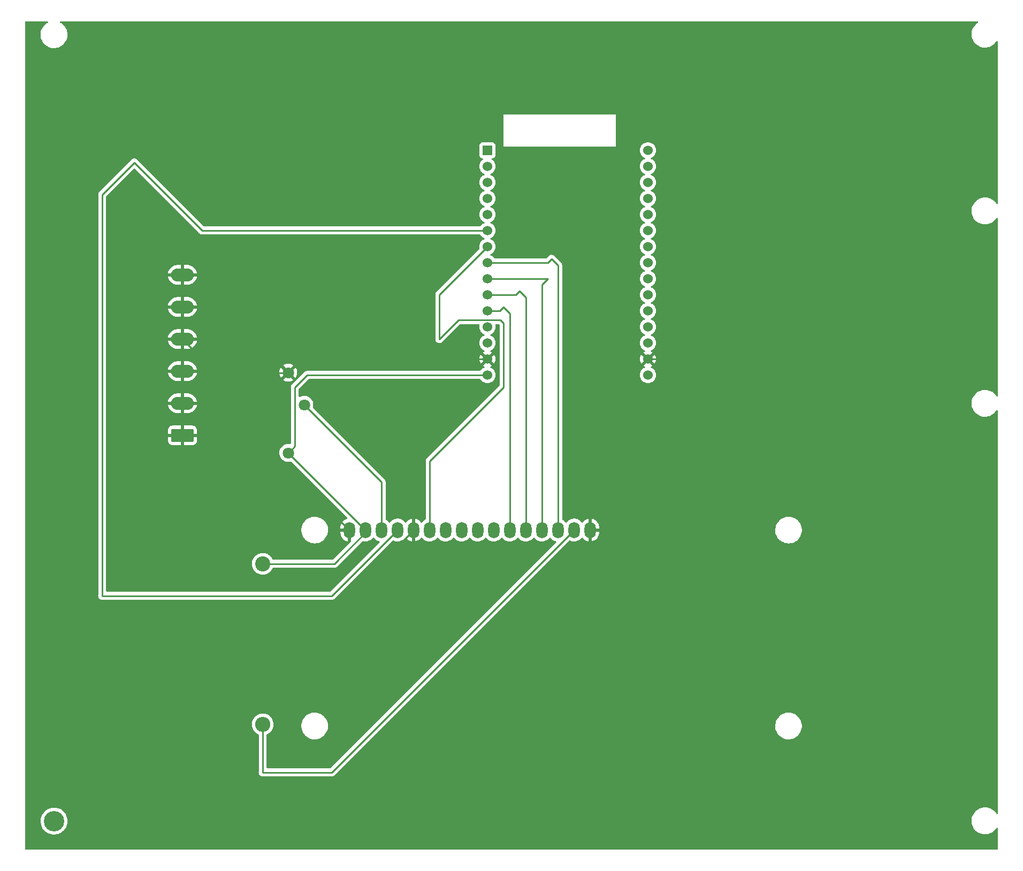
<source format=gtl>
%TF.GenerationSoftware,KiCad,Pcbnew,(6.0.11-0)*%
%TF.CreationDate,2023-03-27T16:41:50-06:00*%
%TF.ProjectId,LCD,4c43442e-6b69-4636-9164-5f7063625858,rev?*%
%TF.SameCoordinates,Original*%
%TF.FileFunction,Copper,L1,Top*%
%TF.FilePolarity,Positive*%
%FSLAX46Y46*%
G04 Gerber Fmt 4.6, Leading zero omitted, Abs format (unit mm)*
G04 Created by KiCad (PCBNEW (6.0.11-0)) date 2023-03-27 16:41:50*
%MOMM*%
%LPD*%
G01*
G04 APERTURE LIST*
G04 Aperture macros list*
%AMRoundRect*
0 Rectangle with rounded corners*
0 $1 Rounding radius*
0 $2 $3 $4 $5 $6 $7 $8 $9 X,Y pos of 4 corners*
0 Add a 4 corners polygon primitive as box body*
4,1,4,$2,$3,$4,$5,$6,$7,$8,$9,$2,$3,0*
0 Add four circle primitives for the rounded corners*
1,1,$1+$1,$2,$3*
1,1,$1+$1,$4,$5*
1,1,$1+$1,$6,$7*
1,1,$1+$1,$8,$9*
0 Add four rect primitives between the rounded corners*
20,1,$1+$1,$2,$3,$4,$5,0*
20,1,$1+$1,$4,$5,$6,$7,0*
20,1,$1+$1,$6,$7,$8,$9,0*
20,1,$1+$1,$8,$9,$2,$3,0*%
G04 Aperture macros list end*
%TA.AperFunction,ComponentPad*%
%ADD10C,1.800000*%
%TD*%
%TA.AperFunction,ComponentPad*%
%ADD11RoundRect,0.249999X1.550001X-0.790001X1.550001X0.790001X-1.550001X0.790001X-1.550001X-0.790001X0*%
%TD*%
%TA.AperFunction,ComponentPad*%
%ADD12O,3.600000X2.080000*%
%TD*%
%TA.AperFunction,ComponentPad*%
%ADD13O,1.800000X2.600000*%
%TD*%
%TA.AperFunction,WasherPad*%
%ADD14C,3.230000*%
%TD*%
%TA.AperFunction,ComponentPad*%
%ADD15R,1.524000X1.524000*%
%TD*%
%TA.AperFunction,ComponentPad*%
%ADD16C,1.524000*%
%TD*%
%TA.AperFunction,ComponentPad*%
%ADD17C,2.400000*%
%TD*%
%TA.AperFunction,ComponentPad*%
%ADD18O,2.400000X2.400000*%
%TD*%
%TA.AperFunction,Conductor*%
%ADD19C,0.250000*%
%TD*%
G04 APERTURE END LIST*
D10*
X72625000Y-94215000D03*
X75165000Y-86595000D03*
X72625000Y-81515000D03*
D11*
X55880000Y-91440000D03*
D12*
X55880000Y-86360000D03*
X55880000Y-81280000D03*
X55880000Y-76200000D03*
X55880000Y-71120000D03*
X55880000Y-66040000D03*
D13*
X82301080Y-106418380D03*
X84841080Y-106418380D03*
X87381080Y-106418380D03*
X89921080Y-106418380D03*
X92461080Y-106418380D03*
X95001080Y-106418380D03*
X97541080Y-106418380D03*
X100081080Y-106418380D03*
X102621080Y-106418380D03*
X105161080Y-106418380D03*
X107701080Y-106418380D03*
X110241080Y-106418380D03*
X112781080Y-106418380D03*
X115321080Y-106418380D03*
X117861080Y-106418380D03*
X120401080Y-106418380D03*
D14*
X35560000Y-152480000D03*
D15*
X104140000Y-46330000D03*
D16*
X104140000Y-48870000D03*
X104140000Y-51410000D03*
X104140000Y-53950000D03*
X104140000Y-56490000D03*
X104140000Y-59030000D03*
X104140000Y-61570000D03*
X104140000Y-64110000D03*
X104140000Y-66650000D03*
X104140000Y-69190000D03*
X104140000Y-71730000D03*
X104140000Y-74270000D03*
X104140000Y-76810000D03*
X104140000Y-79350000D03*
X104140000Y-81890000D03*
X129540000Y-81890000D03*
X129540000Y-79350000D03*
X129540000Y-76810000D03*
X129540000Y-74270000D03*
X129540000Y-71730000D03*
X129540000Y-69190000D03*
X129540000Y-66650000D03*
X129540000Y-64110000D03*
X129540000Y-61570000D03*
X129540000Y-59030000D03*
X129540000Y-56490000D03*
X129540000Y-53950000D03*
X129540000Y-51410000D03*
X129540000Y-48870000D03*
X129540000Y-46330000D03*
D17*
X68580000Y-111760000D03*
D18*
X68580000Y-137160000D03*
D19*
X84841080Y-106418380D02*
X84841080Y-106818380D01*
X75590000Y-81890000D02*
X104140000Y-81890000D01*
X84841080Y-106418380D02*
X84828380Y-106418380D01*
X84841080Y-106818380D02*
X79899460Y-111760000D01*
X73660000Y-83820000D02*
X75590000Y-81890000D01*
X79899460Y-111760000D02*
X68580000Y-111760000D01*
X73660000Y-93180000D02*
X73660000Y-83820000D01*
X72625000Y-94215000D02*
X73660000Y-93180000D01*
X84828380Y-106418380D02*
X72625000Y-94215000D01*
X79499460Y-116840000D02*
X43180000Y-116840000D01*
X48260000Y-48260000D02*
X59030000Y-59030000D01*
X43180000Y-116840000D02*
X43180000Y-53340000D01*
X43180000Y-53340000D02*
X48260000Y-48260000D01*
X89921080Y-106418380D02*
X79499460Y-116840000D01*
X59030000Y-59030000D02*
X104140000Y-59030000D01*
X96520000Y-76200000D02*
X96520000Y-69190000D01*
X95001080Y-106418380D02*
X95001080Y-95498920D01*
X99537000Y-73183000D02*
X96520000Y-76200000D01*
X95001080Y-95498920D02*
X106680000Y-83820000D01*
X106680000Y-73660000D02*
X106203000Y-73183000D01*
X96520000Y-69190000D02*
X104140000Y-61570000D01*
X106203000Y-73183000D02*
X99537000Y-73183000D01*
X106680000Y-83820000D02*
X106680000Y-73660000D01*
X115321080Y-106418380D02*
X115321080Y-64521080D01*
X115321080Y-64521080D02*
X114300000Y-63500000D01*
X114300000Y-63500000D02*
X113690000Y-64110000D01*
X113690000Y-64110000D02*
X104140000Y-64110000D01*
X113690000Y-66650000D02*
X104140000Y-66650000D01*
X112781080Y-106418380D02*
X112781080Y-67558920D01*
X112781080Y-67558920D02*
X113690000Y-66650000D01*
X110241080Y-106418380D02*
X110241080Y-69601080D01*
X108610000Y-69190000D02*
X104140000Y-69190000D01*
X110241080Y-69601080D02*
X109220000Y-68580000D01*
X109220000Y-68580000D02*
X108610000Y-69190000D01*
X107701080Y-106418380D02*
X107701080Y-72141080D01*
X106680000Y-71120000D02*
X106070000Y-71730000D01*
X107701080Y-72141080D02*
X106680000Y-71120000D01*
X106070000Y-71730000D02*
X104140000Y-71730000D01*
X35560000Y-142240000D02*
X35560000Y-48260000D01*
X170180000Y-124460000D02*
X172720000Y-121920000D01*
X61195000Y-81515000D02*
X55880000Y-76200000D01*
X55880000Y-91440000D02*
X55880000Y-66040000D01*
X82301080Y-106418380D02*
X67322700Y-91440000D01*
X120401080Y-117861080D02*
X127000000Y-124460000D01*
X97130000Y-79350000D02*
X83820000Y-66040000D01*
X72625000Y-81515000D02*
X61195000Y-81515000D01*
X142240000Y-79350000D02*
X129540000Y-79350000D01*
X172720000Y-109830000D02*
X142240000Y-79350000D01*
X35560000Y-48260000D02*
X48260000Y-35560000D01*
X67322700Y-91440000D02*
X55880000Y-91440000D01*
X92461080Y-106418380D02*
X56639460Y-142240000D01*
X83820000Y-66040000D02*
X55880000Y-66040000D01*
X48260000Y-35560000D02*
X127000000Y-35560000D01*
X127000000Y-35560000D02*
X127000000Y-76810000D01*
X127000000Y-124460000D02*
X170180000Y-124460000D01*
X104140000Y-79350000D02*
X97130000Y-79350000D01*
X127000000Y-76810000D02*
X129540000Y-79350000D01*
X172720000Y-121920000D02*
X172720000Y-109830000D01*
X120401080Y-106418380D02*
X120401080Y-117861080D01*
X56639460Y-142240000D02*
X35560000Y-142240000D01*
X68580000Y-144780000D02*
X68580000Y-137160000D01*
X117861080Y-106418380D02*
X79499460Y-144780000D01*
X79499460Y-144780000D02*
X68580000Y-144780000D01*
X87381080Y-98811080D02*
X87381080Y-106418380D01*
X75165000Y-86595000D02*
X87381080Y-98811080D01*
%TA.AperFunction,Conductor*%
G36*
X34570268Y-25928502D02*
G01*
X34616761Y-25982158D01*
X34626865Y-26052432D01*
X34597371Y-26117012D01*
X34559937Y-26146466D01*
X34457399Y-26199390D01*
X34220515Y-26365874D01*
X34217370Y-26368797D01*
X34217367Y-26368799D01*
X34202148Y-26382942D01*
X34008418Y-26562967D01*
X33825031Y-26787022D01*
X33673749Y-27033892D01*
X33557371Y-27299009D01*
X33478050Y-27577468D01*
X33477446Y-27581710D01*
X33477445Y-27581716D01*
X33474338Y-27603550D01*
X33437254Y-27864115D01*
X33436455Y-28016747D01*
X33436135Y-28077895D01*
X33435738Y-28153647D01*
X33436297Y-28157891D01*
X33436297Y-28157895D01*
X33439225Y-28180136D01*
X33473530Y-28440706D01*
X33549931Y-28719980D01*
X33663526Y-28986302D01*
X33812215Y-29234742D01*
X33993245Y-29460705D01*
X34203267Y-29660008D01*
X34438395Y-29828964D01*
X34694277Y-29964447D01*
X34718759Y-29973406D01*
X34925495Y-30049061D01*
X34966178Y-30063949D01*
X35249068Y-30125629D01*
X35253337Y-30125965D01*
X35473691Y-30143307D01*
X35473700Y-30143307D01*
X35476148Y-30143500D01*
X35632785Y-30143500D01*
X35634921Y-30143354D01*
X35634932Y-30143354D01*
X35844588Y-30129061D01*
X35844594Y-30129060D01*
X35848865Y-30128769D01*
X35853060Y-30127900D01*
X35853062Y-30127900D01*
X35990626Y-30099412D01*
X36132386Y-30070055D01*
X36405314Y-29973406D01*
X36662601Y-29840610D01*
X36899485Y-29674126D01*
X36902633Y-29671201D01*
X37108439Y-29479954D01*
X37108442Y-29479951D01*
X37111582Y-29477033D01*
X37294969Y-29252978D01*
X37446251Y-29006108D01*
X37481369Y-28926108D01*
X37560904Y-28744920D01*
X37562629Y-28740991D01*
X37641950Y-28462532D01*
X37645057Y-28440706D01*
X37682141Y-28180136D01*
X37682746Y-28175885D01*
X37684262Y-27886353D01*
X37681335Y-27864115D01*
X37647030Y-27603550D01*
X37646470Y-27599294D01*
X37618614Y-27497468D01*
X37571203Y-27324165D01*
X37571203Y-27324164D01*
X37570069Y-27320020D01*
X37456474Y-27053698D01*
X37307785Y-26805258D01*
X37126755Y-26579295D01*
X36916733Y-26379992D01*
X36681605Y-26211036D01*
X36558498Y-26145854D01*
X36507655Y-26096301D01*
X36491673Y-26027127D01*
X36515627Y-25960293D01*
X36571911Y-25917020D01*
X36617457Y-25908500D01*
X181679057Y-25908500D01*
X181747178Y-25928502D01*
X181793671Y-25982158D01*
X181803775Y-26052432D01*
X181774281Y-26117012D01*
X181751507Y-26137587D01*
X181666370Y-26197422D01*
X181540515Y-26285874D01*
X181537370Y-26288797D01*
X181537367Y-26288799D01*
X181436058Y-26382942D01*
X181328418Y-26482967D01*
X181145031Y-26707022D01*
X180993749Y-26953892D01*
X180992030Y-26957809D01*
X180992028Y-26957812D01*
X180956911Y-27037812D01*
X180877371Y-27219009D01*
X180798050Y-27497468D01*
X180797446Y-27501710D01*
X180797445Y-27501716D01*
X180784147Y-27595152D01*
X180757254Y-27784115D01*
X180755738Y-28073647D01*
X180756297Y-28077891D01*
X180756297Y-28077895D01*
X180772927Y-28204210D01*
X180793530Y-28360706D01*
X180794663Y-28364846D01*
X180794663Y-28364848D01*
X180822516Y-28466662D01*
X180869931Y-28639980D01*
X180983526Y-28906302D01*
X181132215Y-29154742D01*
X181313245Y-29380705D01*
X181523267Y-29580008D01*
X181758395Y-29748964D01*
X182014277Y-29884447D01*
X182038759Y-29893406D01*
X182251996Y-29971440D01*
X182286178Y-29983949D01*
X182569068Y-30045629D01*
X182573337Y-30045965D01*
X182793691Y-30063307D01*
X182793700Y-30063307D01*
X182796148Y-30063500D01*
X182952785Y-30063500D01*
X182954921Y-30063354D01*
X182954932Y-30063354D01*
X183164588Y-30049061D01*
X183164594Y-30049060D01*
X183168865Y-30048769D01*
X183173060Y-30047900D01*
X183173062Y-30047900D01*
X183310625Y-30019412D01*
X183452386Y-29990055D01*
X183725314Y-29893406D01*
X183982601Y-29760610D01*
X184219485Y-29594126D01*
X184222633Y-29591201D01*
X184428439Y-29399954D01*
X184428442Y-29399951D01*
X184431582Y-29397033D01*
X184614969Y-29172978D01*
X184678067Y-29070011D01*
X184730715Y-29022380D01*
X184800756Y-29010773D01*
X184865954Y-29038876D01*
X184905608Y-29097766D01*
X184911500Y-29135846D01*
X184911500Y-54723425D01*
X184891498Y-54791546D01*
X184837842Y-54838039D01*
X184767568Y-54848143D01*
X184702988Y-54818649D01*
X184677384Y-54788132D01*
X184627785Y-54705258D01*
X184446755Y-54479295D01*
X184236733Y-54279992D01*
X184001605Y-54111036D01*
X183745723Y-53975553D01*
X183473822Y-53876051D01*
X183190932Y-53814371D01*
X183186663Y-53814035D01*
X182966309Y-53796693D01*
X182966300Y-53796693D01*
X182963852Y-53796500D01*
X182807215Y-53796500D01*
X182805079Y-53796646D01*
X182805068Y-53796646D01*
X182595412Y-53810939D01*
X182595406Y-53810940D01*
X182591135Y-53811231D01*
X182586940Y-53812100D01*
X182586938Y-53812100D01*
X182449374Y-53840588D01*
X182307614Y-53869945D01*
X182034686Y-53966594D01*
X181777399Y-54099390D01*
X181540515Y-54265874D01*
X181537370Y-54268797D01*
X181537367Y-54268799D01*
X181416748Y-54380886D01*
X181328418Y-54462967D01*
X181145031Y-54687022D01*
X180993749Y-54933892D01*
X180877371Y-55199009D01*
X180876195Y-55203137D01*
X180876194Y-55203140D01*
X180871386Y-55220020D01*
X180798050Y-55477468D01*
X180797446Y-55481710D01*
X180797445Y-55481716D01*
X180792435Y-55516920D01*
X180757254Y-55764115D01*
X180755738Y-56053647D01*
X180756297Y-56057891D01*
X180756297Y-56057895D01*
X180772927Y-56184210D01*
X180793530Y-56340706D01*
X180794663Y-56344846D01*
X180794663Y-56344848D01*
X180834372Y-56490000D01*
X180869931Y-56619980D01*
X180983526Y-56886302D01*
X181132215Y-57134742D01*
X181313245Y-57360705D01*
X181523267Y-57560008D01*
X181758395Y-57728964D01*
X182014277Y-57864447D01*
X182286178Y-57963949D01*
X182569068Y-58025629D01*
X182573337Y-58025965D01*
X182793691Y-58043307D01*
X182793700Y-58043307D01*
X182796148Y-58043500D01*
X182952785Y-58043500D01*
X182954921Y-58043354D01*
X182954932Y-58043354D01*
X183164588Y-58029061D01*
X183164594Y-58029060D01*
X183168865Y-58028769D01*
X183173060Y-58027900D01*
X183173062Y-58027900D01*
X183310626Y-57999412D01*
X183452386Y-57970055D01*
X183725314Y-57873406D01*
X183982601Y-57740610D01*
X184219485Y-57574126D01*
X184222633Y-57571201D01*
X184428439Y-57379954D01*
X184428442Y-57379951D01*
X184431582Y-57377033D01*
X184614969Y-57152978D01*
X184678067Y-57050011D01*
X184730715Y-57002380D01*
X184800756Y-56990773D01*
X184865954Y-57018876D01*
X184905608Y-57077766D01*
X184911500Y-57115846D01*
X184911500Y-85163425D01*
X184891498Y-85231546D01*
X184837842Y-85278039D01*
X184767568Y-85288143D01*
X184702988Y-85258649D01*
X184677384Y-85228132D01*
X184672139Y-85219368D01*
X184627785Y-85145258D01*
X184607374Y-85119780D01*
X184462740Y-84939248D01*
X184446755Y-84919295D01*
X184236733Y-84719992D01*
X184001605Y-84551036D01*
X183745723Y-84415553D01*
X183473822Y-84316051D01*
X183190932Y-84254371D01*
X183186663Y-84254035D01*
X182966309Y-84236693D01*
X182966300Y-84236693D01*
X182963852Y-84236500D01*
X182807215Y-84236500D01*
X182805079Y-84236646D01*
X182805068Y-84236646D01*
X182595412Y-84250939D01*
X182595406Y-84250940D01*
X182591135Y-84251231D01*
X182586940Y-84252100D01*
X182586938Y-84252100D01*
X182449374Y-84280588D01*
X182307614Y-84309945D01*
X182034686Y-84406594D01*
X181777399Y-84539390D01*
X181540515Y-84705874D01*
X181537370Y-84708797D01*
X181537367Y-84708799D01*
X181344162Y-84888337D01*
X181328418Y-84902967D01*
X181145031Y-85127022D01*
X180993749Y-85373892D01*
X180992030Y-85377809D01*
X180992028Y-85377812D01*
X180974470Y-85417810D01*
X180877371Y-85639009D01*
X180798050Y-85917468D01*
X180797446Y-85921710D01*
X180797445Y-85921716D01*
X180771741Y-86102325D01*
X180757254Y-86204115D01*
X180755738Y-86493647D01*
X180793530Y-86780706D01*
X180794663Y-86784846D01*
X180794663Y-86784848D01*
X180861205Y-87028083D01*
X180869931Y-87059980D01*
X180983526Y-87326302D01*
X181132215Y-87574742D01*
X181134899Y-87578093D01*
X181134901Y-87578095D01*
X181157466Y-87606261D01*
X181313245Y-87800705D01*
X181426098Y-87907798D01*
X181500180Y-87978099D01*
X181523267Y-88000008D01*
X181758395Y-88168964D01*
X182014277Y-88304447D01*
X182286178Y-88403949D01*
X182569068Y-88465629D01*
X182573337Y-88465965D01*
X182793691Y-88483307D01*
X182793700Y-88483307D01*
X182796148Y-88483500D01*
X182952785Y-88483500D01*
X182954921Y-88483354D01*
X182954932Y-88483354D01*
X183164588Y-88469061D01*
X183164594Y-88469060D01*
X183168865Y-88468769D01*
X183173060Y-88467900D01*
X183173062Y-88467900D01*
X183310626Y-88439412D01*
X183452386Y-88410055D01*
X183725314Y-88313406D01*
X183982601Y-88180610D01*
X184219485Y-88014126D01*
X184222633Y-88011201D01*
X184428439Y-87819954D01*
X184428442Y-87819951D01*
X184431582Y-87817033D01*
X184614969Y-87592978D01*
X184678067Y-87490011D01*
X184730715Y-87442380D01*
X184800756Y-87430773D01*
X184865954Y-87458876D01*
X184905608Y-87517766D01*
X184911500Y-87555846D01*
X184911500Y-151243425D01*
X184891498Y-151311546D01*
X184837842Y-151358039D01*
X184767568Y-151368143D01*
X184702988Y-151338649D01*
X184677384Y-151308132D01*
X184627785Y-151225258D01*
X184446755Y-150999295D01*
X184236733Y-150799992D01*
X184001605Y-150631036D01*
X183745723Y-150495553D01*
X183473822Y-150396051D01*
X183190932Y-150334371D01*
X183186663Y-150334035D01*
X182966309Y-150316693D01*
X182966300Y-150316693D01*
X182963852Y-150316500D01*
X182807215Y-150316500D01*
X182805079Y-150316646D01*
X182805068Y-150316646D01*
X182595412Y-150330939D01*
X182595406Y-150330940D01*
X182591135Y-150331231D01*
X182586940Y-150332100D01*
X182586938Y-150332100D01*
X182472794Y-150355738D01*
X182307614Y-150389945D01*
X182034686Y-150486594D01*
X181777399Y-150619390D01*
X181540515Y-150785874D01*
X181537370Y-150788797D01*
X181537367Y-150788799D01*
X181387120Y-150928418D01*
X181328418Y-150982967D01*
X181145031Y-151207022D01*
X180993749Y-151453892D01*
X180877371Y-151719009D01*
X180798050Y-151997468D01*
X180797446Y-152001710D01*
X180797445Y-152001716D01*
X180773020Y-152173338D01*
X180757254Y-152284115D01*
X180755738Y-152573647D01*
X180793530Y-152860706D01*
X180869931Y-153139980D01*
X180983526Y-153406302D01*
X181132215Y-153654742D01*
X181313245Y-153880705D01*
X181523267Y-154080008D01*
X181758395Y-154248964D01*
X182014277Y-154384447D01*
X182286178Y-154483949D01*
X182569068Y-154545629D01*
X182573337Y-154545965D01*
X182793691Y-154563307D01*
X182793700Y-154563307D01*
X182796148Y-154563500D01*
X182952785Y-154563500D01*
X182954921Y-154563354D01*
X182954932Y-154563354D01*
X183164588Y-154549061D01*
X183164594Y-154549060D01*
X183168865Y-154548769D01*
X183173060Y-154547900D01*
X183173062Y-154547900D01*
X183417454Y-154497289D01*
X183452386Y-154490055D01*
X183725314Y-154393406D01*
X183982601Y-154260610D01*
X184219485Y-154094126D01*
X184222633Y-154091201D01*
X184428439Y-153899954D01*
X184428442Y-153899951D01*
X184431582Y-153897033D01*
X184614969Y-153672978D01*
X184678067Y-153570011D01*
X184730715Y-153522380D01*
X184800756Y-153510773D01*
X184865954Y-153538876D01*
X184905608Y-153597766D01*
X184911500Y-153635846D01*
X184911500Y-156845500D01*
X184891498Y-156913621D01*
X184837842Y-156960114D01*
X184785500Y-156971500D01*
X31114500Y-156971500D01*
X31046379Y-156951498D01*
X30999886Y-156897842D01*
X30988500Y-156845500D01*
X30988500Y-152457711D01*
X33431655Y-152457711D01*
X33448322Y-152746767D01*
X33449147Y-152750972D01*
X33449148Y-152750980D01*
X33488846Y-152953320D01*
X33504064Y-153030887D01*
X33505451Y-153034938D01*
X33539996Y-153135835D01*
X33597849Y-153304812D01*
X33727943Y-153563475D01*
X33730369Y-153567004D01*
X33730372Y-153567010D01*
X33800691Y-153669324D01*
X33891938Y-153802089D01*
X34086800Y-154016239D01*
X34090089Y-154018989D01*
X34305629Y-154199210D01*
X34305634Y-154199214D01*
X34308921Y-154201962D01*
X34431557Y-154278891D01*
X34550554Y-154353538D01*
X34550558Y-154353540D01*
X34554194Y-154355821D01*
X34558104Y-154357586D01*
X34558105Y-154357587D01*
X34814166Y-154473203D01*
X34814170Y-154473205D01*
X34818078Y-154474969D01*
X34864180Y-154488625D01*
X35091577Y-154555984D01*
X35091582Y-154555985D01*
X35095690Y-154557202D01*
X35099924Y-154557850D01*
X35099929Y-154557851D01*
X35377653Y-154600348D01*
X35377655Y-154600348D01*
X35381895Y-154600997D01*
X35529280Y-154603312D01*
X35667104Y-154605478D01*
X35667110Y-154605478D01*
X35671395Y-154605545D01*
X35958834Y-154570761D01*
X36238893Y-154497289D01*
X36506389Y-154386488D01*
X36513324Y-154382436D01*
X36718437Y-154262578D01*
X36756373Y-154240410D01*
X36984219Y-154061756D01*
X37185711Y-153853832D01*
X37188244Y-153850384D01*
X37188248Y-153850379D01*
X37354582Y-153623942D01*
X37357120Y-153620487D01*
X37471415Y-153409982D01*
X37493225Y-153369814D01*
X37493226Y-153369812D01*
X37495275Y-153366038D01*
X37597618Y-153095193D01*
X37662257Y-152812965D01*
X37687995Y-152524575D01*
X37688462Y-152480000D01*
X37687234Y-152461991D01*
X37669061Y-152195412D01*
X37669060Y-152195406D01*
X37668769Y-152191135D01*
X37665084Y-152173338D01*
X37610924Y-151911811D01*
X37610055Y-151907614D01*
X37513406Y-151634686D01*
X37380610Y-151377399D01*
X37214126Y-151140515D01*
X37082896Y-150999295D01*
X37019954Y-150931561D01*
X37019951Y-150931558D01*
X37017033Y-150928418D01*
X36792978Y-150745031D01*
X36546108Y-150593749D01*
X36542191Y-150592030D01*
X36542188Y-150592028D01*
X36326992Y-150497564D01*
X36280991Y-150477371D01*
X36276863Y-150476195D01*
X36276860Y-150476194D01*
X36190096Y-150451479D01*
X36002532Y-150398050D01*
X35998290Y-150397446D01*
X35998284Y-150397445D01*
X35720136Y-150357859D01*
X35715885Y-150357254D01*
X35563253Y-150356455D01*
X35430639Y-150355760D01*
X35430633Y-150355760D01*
X35426353Y-150355738D01*
X35422109Y-150356297D01*
X35422105Y-150356297D01*
X35295790Y-150372927D01*
X35139294Y-150393530D01*
X35135154Y-150394663D01*
X35135152Y-150394663D01*
X35118469Y-150399227D01*
X34860020Y-150469931D01*
X34593698Y-150583526D01*
X34345258Y-150732215D01*
X34341907Y-150734899D01*
X34341905Y-150734901D01*
X34329261Y-150745031D01*
X34119295Y-150913245D01*
X33919992Y-151123267D01*
X33751036Y-151358395D01*
X33615553Y-151614277D01*
X33516051Y-151886178D01*
X33454371Y-152169068D01*
X33431655Y-152457711D01*
X30988500Y-152457711D01*
X30988500Y-53319943D01*
X42541780Y-53319943D01*
X42542526Y-53327835D01*
X42545941Y-53363961D01*
X42546500Y-53375819D01*
X42546500Y-116768207D01*
X42544268Y-116791816D01*
X42542725Y-116799906D01*
X42543223Y-116807817D01*
X42546251Y-116855951D01*
X42546500Y-116863862D01*
X42546500Y-116879856D01*
X42548506Y-116895730D01*
X42549248Y-116903590D01*
X42552775Y-116959650D01*
X42555225Y-116967191D01*
X42555321Y-116967487D01*
X42560494Y-116990631D01*
X42560532Y-116990935D01*
X42560533Y-116990940D01*
X42561526Y-116998797D01*
X42564442Y-117006162D01*
X42564443Y-117006166D01*
X42582199Y-117051011D01*
X42584871Y-117058430D01*
X42602236Y-117111875D01*
X42606486Y-117118571D01*
X42606486Y-117118572D01*
X42606650Y-117118831D01*
X42617415Y-117139958D01*
X42617529Y-117140246D01*
X42617532Y-117140251D01*
X42620448Y-117147617D01*
X42625104Y-117154025D01*
X42625107Y-117154031D01*
X42653458Y-117193052D01*
X42657901Y-117199589D01*
X42688000Y-117247018D01*
X42693778Y-117252444D01*
X42693779Y-117252445D01*
X42694007Y-117252659D01*
X42709688Y-117270446D01*
X42714528Y-117277107D01*
X42720637Y-117282161D01*
X42720638Y-117282162D01*
X42757796Y-117312903D01*
X42763730Y-117318134D01*
X42798898Y-117351158D01*
X42798901Y-117351160D01*
X42804679Y-117356586D01*
X42811903Y-117360558D01*
X42831506Y-117373881D01*
X42831746Y-117374080D01*
X42831753Y-117374084D01*
X42837856Y-117379133D01*
X42871342Y-117394890D01*
X42888676Y-117403047D01*
X42895708Y-117406629D01*
X42944940Y-117433695D01*
X42952615Y-117435665D01*
X42952621Y-117435668D01*
X42952919Y-117435744D01*
X42975228Y-117443776D01*
X42975503Y-117443906D01*
X42975511Y-117443909D01*
X42982682Y-117447283D01*
X43037849Y-117457806D01*
X43045558Y-117459529D01*
X43079551Y-117468257D01*
X43092293Y-117471529D01*
X43092294Y-117471529D01*
X43099970Y-117473500D01*
X43108207Y-117473500D01*
X43131816Y-117475732D01*
X43132119Y-117475790D01*
X43132123Y-117475790D01*
X43139906Y-117477275D01*
X43195951Y-117473749D01*
X43203862Y-117473500D01*
X79420693Y-117473500D01*
X79431876Y-117474027D01*
X79439369Y-117475702D01*
X79447295Y-117475453D01*
X79447296Y-117475453D01*
X79507446Y-117473562D01*
X79511405Y-117473500D01*
X79539316Y-117473500D01*
X79543251Y-117473003D01*
X79543316Y-117472995D01*
X79555153Y-117472062D01*
X79587411Y-117471048D01*
X79591430Y-117470922D01*
X79599349Y-117470673D01*
X79618803Y-117465021D01*
X79638160Y-117461013D01*
X79650390Y-117459468D01*
X79650391Y-117459468D01*
X79658257Y-117458474D01*
X79665628Y-117455555D01*
X79665630Y-117455555D01*
X79699372Y-117442196D01*
X79710602Y-117438351D01*
X79745443Y-117428229D01*
X79745444Y-117428229D01*
X79753053Y-117426018D01*
X79759872Y-117421985D01*
X79759877Y-117421983D01*
X79770488Y-117415707D01*
X79788236Y-117407012D01*
X79807077Y-117399552D01*
X79842847Y-117373564D01*
X79852767Y-117367048D01*
X79883995Y-117348580D01*
X79883998Y-117348578D01*
X79890822Y-117344542D01*
X79905143Y-117330221D01*
X79920177Y-117317380D01*
X79930154Y-117310131D01*
X79936567Y-117305472D01*
X79964758Y-117271395D01*
X79972748Y-117262616D01*
X89137629Y-108097735D01*
X89199941Y-108063709D01*
X89270756Y-108068774D01*
X89283826Y-108074512D01*
X89389252Y-108128113D01*
X89457921Y-108149435D01*
X89612429Y-108197412D01*
X89612435Y-108197413D01*
X89617532Y-108198996D01*
X89744963Y-108215886D01*
X89849207Y-108229703D01*
X89849211Y-108229703D01*
X89854491Y-108230403D01*
X89859820Y-108230203D01*
X89859821Y-108230203D01*
X89957589Y-108226532D01*
X90093354Y-108221435D01*
X90193206Y-108200484D01*
X90322064Y-108173447D01*
X90322067Y-108173446D01*
X90327291Y-108172350D01*
X90549613Y-108084551D01*
X90753963Y-107960548D01*
X90934499Y-107803887D01*
X90937882Y-107799761D01*
X90937886Y-107799757D01*
X91066706Y-107642648D01*
X91086058Y-107619047D01*
X91088699Y-107614407D01*
X91090324Y-107612043D01*
X91145392Y-107567232D01*
X91215945Y-107559307D01*
X91279582Y-107590783D01*
X91298684Y-107613042D01*
X91356831Y-107699409D01*
X91363486Y-107707687D01*
X91521051Y-107872858D01*
X91529022Y-107879910D01*
X91712162Y-108016170D01*
X91721199Y-108021774D01*
X91924686Y-108125231D01*
X91934539Y-108129232D01*
X92152541Y-108196924D01*
X92162928Y-108199208D01*
X92189123Y-108202680D01*
X92203287Y-108200484D01*
X92207080Y-108187299D01*
X92207080Y-104651098D01*
X92203107Y-104637567D01*
X92192500Y-104636042D01*
X92060240Y-104663793D01*
X92050043Y-104666853D01*
X91837740Y-104750695D01*
X91828204Y-104755429D01*
X91633055Y-104873848D01*
X91624462Y-104880114D01*
X91452053Y-105029722D01*
X91444633Y-105037352D01*
X91299899Y-105213869D01*
X91292438Y-105224724D01*
X91237368Y-105269533D01*
X91166815Y-105277456D01*
X91103179Y-105245978D01*
X91084080Y-105223721D01*
X91061912Y-105190794D01*
X91022746Y-105132618D01*
X90857754Y-104959662D01*
X90665980Y-104816978D01*
X90661229Y-104814562D01*
X90661225Y-104814560D01*
X90457666Y-104711066D01*
X90457665Y-104711066D01*
X90452908Y-104708647D01*
X90308455Y-104663793D01*
X90229731Y-104639348D01*
X90229725Y-104639347D01*
X90224628Y-104637764D01*
X90091991Y-104620184D01*
X89992953Y-104607057D01*
X89992949Y-104607057D01*
X89987669Y-104606357D01*
X89982340Y-104606557D01*
X89982339Y-104606557D01*
X89884571Y-104610228D01*
X89748806Y-104615325D01*
X89661896Y-104633561D01*
X89520096Y-104663313D01*
X89520093Y-104663314D01*
X89514869Y-104664410D01*
X89292547Y-104752209D01*
X89088197Y-104876212D01*
X88907661Y-105032873D01*
X88904278Y-105036999D01*
X88904274Y-105037003D01*
X88772457Y-105197766D01*
X88756102Y-105217713D01*
X88753463Y-105222349D01*
X88752135Y-105224281D01*
X88697064Y-105269088D01*
X88626510Y-105277009D01*
X88562875Y-105245528D01*
X88543779Y-105223274D01*
X88537447Y-105213869D01*
X88482746Y-105132618D01*
X88317754Y-104959662D01*
X88125980Y-104816978D01*
X88083476Y-104795368D01*
X88031818Y-104746665D01*
X88014580Y-104683051D01*
X88014580Y-98889847D01*
X88015107Y-98878664D01*
X88016782Y-98871171D01*
X88014642Y-98803094D01*
X88014580Y-98799135D01*
X88014580Y-98771224D01*
X88014075Y-98767224D01*
X88013142Y-98755381D01*
X88012002Y-98719110D01*
X88011753Y-98711191D01*
X88006101Y-98691737D01*
X88002093Y-98672380D01*
X88000548Y-98660150D01*
X88000548Y-98660149D01*
X87999554Y-98652283D01*
X87996635Y-98644910D01*
X87983276Y-98611168D01*
X87979431Y-98599938D01*
X87969309Y-98565097D01*
X87969309Y-98565096D01*
X87967098Y-98557487D01*
X87963065Y-98550668D01*
X87963063Y-98550663D01*
X87956787Y-98540052D01*
X87948092Y-98522304D01*
X87940632Y-98503463D01*
X87914644Y-98467693D01*
X87908128Y-98457773D01*
X87889660Y-98426545D01*
X87889658Y-98426542D01*
X87885622Y-98419718D01*
X87871301Y-98405397D01*
X87858460Y-98390363D01*
X87851211Y-98380386D01*
X87846552Y-98373973D01*
X87812475Y-98345782D01*
X87803696Y-98337792D01*
X76556299Y-87090395D01*
X76522273Y-87028083D01*
X76524836Y-86964671D01*
X76544903Y-86898624D01*
X76546408Y-86893671D01*
X76576640Y-86664041D01*
X76577420Y-86632115D01*
X76578245Y-86598365D01*
X76578245Y-86598361D01*
X76578327Y-86595000D01*
X76572032Y-86518434D01*
X76559773Y-86369318D01*
X76559772Y-86369312D01*
X76559349Y-86364167D01*
X76502925Y-86139533D01*
X76500866Y-86134797D01*
X76412630Y-85931868D01*
X76412628Y-85931865D01*
X76410570Y-85927131D01*
X76284764Y-85732665D01*
X76128887Y-85561358D01*
X76124836Y-85558159D01*
X76124832Y-85558155D01*
X75951177Y-85421011D01*
X75951172Y-85421008D01*
X75947123Y-85417810D01*
X75942607Y-85415317D01*
X75942604Y-85415315D01*
X75748879Y-85308373D01*
X75748875Y-85308371D01*
X75744355Y-85305876D01*
X75739486Y-85304152D01*
X75739482Y-85304150D01*
X75530903Y-85230288D01*
X75530899Y-85230287D01*
X75526028Y-85228562D01*
X75520935Y-85227655D01*
X75520932Y-85227654D01*
X75303095Y-85188851D01*
X75303089Y-85188850D01*
X75298006Y-85187945D01*
X75225096Y-85187054D01*
X75071581Y-85185179D01*
X75071579Y-85185179D01*
X75066411Y-85185116D01*
X74837464Y-85220150D01*
X74617314Y-85292106D01*
X74477679Y-85364795D01*
X74408021Y-85378508D01*
X74342006Y-85352383D01*
X74300594Y-85294715D01*
X74293500Y-85253032D01*
X74293500Y-84134594D01*
X74313502Y-84066473D01*
X74330405Y-84045499D01*
X75815499Y-82560405D01*
X75877811Y-82526379D01*
X75904594Y-82523500D01*
X102966996Y-82523500D01*
X103035117Y-82543502D01*
X103070209Y-82577229D01*
X103159530Y-82704792D01*
X103163023Y-82709781D01*
X103320219Y-82866977D01*
X103324727Y-82870134D01*
X103324730Y-82870136D01*
X103360908Y-82895468D01*
X103502323Y-82994488D01*
X103507305Y-82996811D01*
X103507310Y-82996814D01*
X103698822Y-83086117D01*
X103703804Y-83088440D01*
X103709112Y-83089862D01*
X103709114Y-83089863D01*
X103774949Y-83107503D01*
X103918537Y-83145978D01*
X104140000Y-83165353D01*
X104361463Y-83145978D01*
X104505051Y-83107503D01*
X104570886Y-83089863D01*
X104570888Y-83089862D01*
X104576196Y-83088440D01*
X104581178Y-83086117D01*
X104772690Y-82996814D01*
X104772695Y-82996811D01*
X104777677Y-82994488D01*
X104919092Y-82895468D01*
X104955270Y-82870136D01*
X104955273Y-82870134D01*
X104959781Y-82866977D01*
X105116977Y-82709781D01*
X105120471Y-82704792D01*
X105241331Y-82532185D01*
X105241332Y-82532183D01*
X105244488Y-82527676D01*
X105246811Y-82522694D01*
X105246814Y-82522689D01*
X105336117Y-82331178D01*
X105336118Y-82331177D01*
X105338440Y-82326196D01*
X105395978Y-82111463D01*
X105415353Y-81890000D01*
X105395978Y-81668537D01*
X105338440Y-81453804D01*
X105327637Y-81430637D01*
X105246814Y-81257311D01*
X105246811Y-81257306D01*
X105244488Y-81252324D01*
X105241331Y-81247815D01*
X105120136Y-81074730D01*
X105120134Y-81074727D01*
X105116977Y-81070219D01*
X104959781Y-80913023D01*
X104955273Y-80909866D01*
X104955270Y-80909864D01*
X104850902Y-80836785D01*
X104777677Y-80785512D01*
X104772695Y-80783189D01*
X104772690Y-80783186D01*
X104687633Y-80743524D01*
X104667035Y-80733919D01*
X104613750Y-80687002D01*
X104594289Y-80618725D01*
X104614831Y-80550765D01*
X104667035Y-80505529D01*
X104772445Y-80456376D01*
X104781931Y-80450898D01*
X104825764Y-80420207D01*
X104834139Y-80409729D01*
X104827071Y-80396281D01*
X104152812Y-79722022D01*
X104138868Y-79714408D01*
X104137035Y-79714539D01*
X104130420Y-79718790D01*
X103452207Y-80397003D01*
X103445777Y-80408777D01*
X103455074Y-80420793D01*
X103498069Y-80450898D01*
X103507555Y-80456376D01*
X103612965Y-80505529D01*
X103666250Y-80552446D01*
X103685711Y-80620723D01*
X103665169Y-80688683D01*
X103612965Y-80733919D01*
X103507311Y-80783186D01*
X103507306Y-80783189D01*
X103502324Y-80785512D01*
X103497817Y-80788668D01*
X103497815Y-80788669D01*
X103324730Y-80909864D01*
X103324727Y-80909866D01*
X103320219Y-80913023D01*
X103163023Y-81070219D01*
X103159866Y-81074727D01*
X103159864Y-81074730D01*
X103070209Y-81202771D01*
X103014752Y-81247099D01*
X102966996Y-81256500D01*
X75668767Y-81256500D01*
X75657584Y-81255973D01*
X75650091Y-81254298D01*
X75642165Y-81254547D01*
X75642164Y-81254547D01*
X75582014Y-81256438D01*
X75578055Y-81256500D01*
X75550144Y-81256500D01*
X75546210Y-81256997D01*
X75546209Y-81256997D01*
X75546144Y-81257005D01*
X75534307Y-81257938D01*
X75502490Y-81258938D01*
X75498029Y-81259078D01*
X75490110Y-81259327D01*
X75472454Y-81264456D01*
X75470658Y-81264978D01*
X75451306Y-81268986D01*
X75444235Y-81269880D01*
X75431203Y-81271526D01*
X75423834Y-81274443D01*
X75423832Y-81274444D01*
X75390097Y-81287800D01*
X75378869Y-81291645D01*
X75336407Y-81303982D01*
X75329585Y-81308016D01*
X75329579Y-81308019D01*
X75318968Y-81314294D01*
X75301218Y-81322990D01*
X75289756Y-81327528D01*
X75289751Y-81327531D01*
X75282383Y-81330448D01*
X75275968Y-81335109D01*
X75246625Y-81356427D01*
X75236707Y-81362943D01*
X75218019Y-81373995D01*
X75198637Y-81385458D01*
X75184313Y-81399782D01*
X75169281Y-81412621D01*
X75152893Y-81424528D01*
X75128674Y-81453804D01*
X75124712Y-81458593D01*
X75116722Y-81467373D01*
X73267747Y-83316348D01*
X73259461Y-83323888D01*
X73252982Y-83328000D01*
X73247557Y-83333777D01*
X73206357Y-83377651D01*
X73203602Y-83380493D01*
X73183865Y-83400230D01*
X73181385Y-83403427D01*
X73173682Y-83412447D01*
X73143414Y-83444679D01*
X73139595Y-83451625D01*
X73139593Y-83451628D01*
X73133652Y-83462434D01*
X73122801Y-83478953D01*
X73110386Y-83494959D01*
X73107241Y-83502228D01*
X73107238Y-83502232D01*
X73092826Y-83535537D01*
X73087609Y-83546187D01*
X73066305Y-83584940D01*
X73064334Y-83592615D01*
X73064334Y-83592616D01*
X73061267Y-83604562D01*
X73054863Y-83623266D01*
X73046819Y-83641855D01*
X73045580Y-83649678D01*
X73045577Y-83649688D01*
X73039901Y-83685524D01*
X73037495Y-83697144D01*
X73026500Y-83739970D01*
X73026500Y-83760224D01*
X73024949Y-83779934D01*
X73021780Y-83799943D01*
X73022526Y-83807835D01*
X73025941Y-83843961D01*
X73026500Y-83855819D01*
X73026500Y-92705344D01*
X73006498Y-92773465D01*
X72952842Y-92819958D01*
X72878404Y-92829391D01*
X72763095Y-92808851D01*
X72763089Y-92808850D01*
X72758006Y-92807945D01*
X72685096Y-92807054D01*
X72531581Y-92805179D01*
X72531579Y-92805179D01*
X72526411Y-92805116D01*
X72297464Y-92840150D01*
X72077314Y-92912106D01*
X72072726Y-92914494D01*
X72072722Y-92914496D01*
X71876461Y-93016663D01*
X71871872Y-93019052D01*
X71867739Y-93022155D01*
X71867736Y-93022157D01*
X71705216Y-93144181D01*
X71686655Y-93158117D01*
X71526639Y-93325564D01*
X71523725Y-93329836D01*
X71523724Y-93329837D01*
X71478974Y-93395438D01*
X71396119Y-93516899D01*
X71298602Y-93726981D01*
X71236707Y-93950169D01*
X71212095Y-94180469D01*
X71212392Y-94185622D01*
X71212392Y-94185625D01*
X71218067Y-94284041D01*
X71225427Y-94411697D01*
X71226564Y-94416743D01*
X71226565Y-94416749D01*
X71247252Y-94508541D01*
X71276346Y-94637642D01*
X71278288Y-94642424D01*
X71278289Y-94642428D01*
X71284193Y-94656967D01*
X71363484Y-94852237D01*
X71484501Y-95049719D01*
X71636147Y-95224784D01*
X71814349Y-95372730D01*
X72014322Y-95489584D01*
X72230694Y-95572209D01*
X72235760Y-95573240D01*
X72235761Y-95573240D01*
X72240401Y-95574184D01*
X72457656Y-95618385D01*
X72588324Y-95623176D01*
X72683949Y-95626683D01*
X72683953Y-95626683D01*
X72689113Y-95626872D01*
X72694233Y-95626216D01*
X72694235Y-95626216D01*
X72913719Y-95598099D01*
X72913720Y-95598099D01*
X72918847Y-95597442D01*
X72923798Y-95595957D01*
X72923801Y-95595956D01*
X72994985Y-95574600D01*
X73065980Y-95574184D01*
X73120287Y-95606191D01*
X81965129Y-104451033D01*
X81999155Y-104513345D01*
X81994090Y-104584160D01*
X81951543Y-104640996D01*
X81905252Y-104661932D01*
X81905350Y-104662260D01*
X81902903Y-104662994D01*
X81901913Y-104663442D01*
X81900241Y-104663793D01*
X81890043Y-104666853D01*
X81677740Y-104750695D01*
X81668204Y-104755429D01*
X81473055Y-104873848D01*
X81464462Y-104880114D01*
X81292053Y-105029722D01*
X81284633Y-105037352D01*
X81139900Y-105213868D01*
X81133874Y-105222635D01*
X81020951Y-105421013D01*
X81016485Y-105430677D01*
X80938599Y-105645248D01*
X80935829Y-105655515D01*
X80894999Y-105881312D01*
X80894064Y-105889542D01*
X80893150Y-105908930D01*
X80893080Y-105911906D01*
X80893080Y-106146265D01*
X80897555Y-106161504D01*
X80898945Y-106162709D01*
X80906628Y-106164380D01*
X82429080Y-106164380D01*
X82497201Y-106184382D01*
X82543694Y-106238038D01*
X82555080Y-106290380D01*
X82555080Y-108156285D01*
X82535078Y-108224406D01*
X82518175Y-108245380D01*
X79673960Y-111089595D01*
X79611648Y-111123621D01*
X79584865Y-111126500D01*
X70253063Y-111126500D01*
X70184942Y-111106498D01*
X70138449Y-111052842D01*
X70135630Y-111046167D01*
X70128084Y-111026762D01*
X70128083Y-111026760D01*
X70126391Y-111022409D01*
X70105866Y-110986498D01*
X70002702Y-110805997D01*
X70002700Y-110805995D01*
X70000383Y-110801940D01*
X69843171Y-110602517D01*
X69658209Y-110428523D01*
X69614483Y-110398189D01*
X69453393Y-110286437D01*
X69453390Y-110286435D01*
X69449561Y-110283779D01*
X69445384Y-110281719D01*
X69445377Y-110281715D01*
X69225996Y-110173528D01*
X69225992Y-110173527D01*
X69221810Y-110171464D01*
X68979960Y-110094047D01*
X68975355Y-110093297D01*
X68733935Y-110053980D01*
X68733934Y-110053980D01*
X68729323Y-110053229D01*
X68602364Y-110051567D01*
X68480083Y-110049966D01*
X68480080Y-110049966D01*
X68475406Y-110049905D01*
X68223787Y-110084149D01*
X67979993Y-110155208D01*
X67749380Y-110261522D01*
X67745471Y-110264085D01*
X67540928Y-110398189D01*
X67540923Y-110398193D01*
X67537015Y-110400755D01*
X67347562Y-110569848D01*
X67185183Y-110765087D01*
X67053447Y-110982182D01*
X67051638Y-110986496D01*
X67051637Y-110986498D01*
X66994137Y-111123621D01*
X66955246Y-111216365D01*
X66892738Y-111462490D01*
X66867296Y-111715151D01*
X66879480Y-111968798D01*
X66880393Y-111973386D01*
X66922849Y-112186827D01*
X66929021Y-112217857D01*
X66930600Y-112222255D01*
X66930602Y-112222262D01*
X66991567Y-112392062D01*
X67014831Y-112456858D01*
X67135025Y-112680551D01*
X67137820Y-112684294D01*
X67137822Y-112684297D01*
X67284171Y-112880282D01*
X67284176Y-112880288D01*
X67286963Y-112884020D01*
X67290272Y-112887300D01*
X67290277Y-112887306D01*
X67388859Y-112985031D01*
X67467307Y-113062797D01*
X67471069Y-113065555D01*
X67471072Y-113065558D01*
X67576764Y-113143054D01*
X67672094Y-113212953D01*
X67676229Y-113215129D01*
X67676233Y-113215131D01*
X67794289Y-113277243D01*
X67896827Y-113331191D01*
X68136568Y-113414912D01*
X68386050Y-113462278D01*
X68506532Y-113467011D01*
X68635125Y-113472064D01*
X68635130Y-113472064D01*
X68639793Y-113472247D01*
X68738774Y-113461407D01*
X68887569Y-113445112D01*
X68887575Y-113445111D01*
X68892222Y-113444602D01*
X69001680Y-113415784D01*
X69133273Y-113381138D01*
X69137793Y-113379948D01*
X69256353Y-113329011D01*
X69366807Y-113281557D01*
X69366810Y-113281555D01*
X69371110Y-113279708D01*
X69375090Y-113277245D01*
X69375094Y-113277243D01*
X69583064Y-113148547D01*
X69583066Y-113148545D01*
X69587047Y-113146082D01*
X69685428Y-113062797D01*
X69777289Y-112985031D01*
X69777291Y-112985029D01*
X69780862Y-112982006D01*
X69948295Y-112791084D01*
X70085669Y-112577512D01*
X70135114Y-112467749D01*
X70181330Y-112413855D01*
X70249996Y-112393500D01*
X79820693Y-112393500D01*
X79831876Y-112394027D01*
X79839369Y-112395702D01*
X79847295Y-112395453D01*
X79847296Y-112395453D01*
X79907446Y-112393562D01*
X79911405Y-112393500D01*
X79939316Y-112393500D01*
X79943251Y-112393003D01*
X79943316Y-112392995D01*
X79955153Y-112392062D01*
X79987411Y-112391048D01*
X79991430Y-112390922D01*
X79999349Y-112390673D01*
X80018803Y-112385021D01*
X80038160Y-112381013D01*
X80050390Y-112379468D01*
X80050391Y-112379468D01*
X80058257Y-112378474D01*
X80065628Y-112375555D01*
X80065630Y-112375555D01*
X80099372Y-112362196D01*
X80110602Y-112358351D01*
X80145443Y-112348229D01*
X80145444Y-112348229D01*
X80153053Y-112346018D01*
X80159872Y-112341985D01*
X80159877Y-112341983D01*
X80170488Y-112335707D01*
X80188236Y-112327012D01*
X80207077Y-112319552D01*
X80242847Y-112293564D01*
X80252767Y-112287048D01*
X80283995Y-112268580D01*
X80283998Y-112268578D01*
X80290822Y-112264542D01*
X80305143Y-112250221D01*
X80320177Y-112237380D01*
X80330154Y-112230131D01*
X80336567Y-112225472D01*
X80364758Y-112191395D01*
X80372748Y-112182616D01*
X84345494Y-108209871D01*
X84407806Y-108175845D01*
X84471954Y-108178634D01*
X84532431Y-108197413D01*
X84532441Y-108197415D01*
X84537532Y-108198996D01*
X84542819Y-108199697D01*
X84542820Y-108199697D01*
X84769207Y-108229703D01*
X84769211Y-108229703D01*
X84774491Y-108230403D01*
X84779820Y-108230203D01*
X84779821Y-108230203D01*
X84877589Y-108226532D01*
X85013354Y-108221435D01*
X85113206Y-108200484D01*
X85242064Y-108173447D01*
X85242067Y-108173446D01*
X85247291Y-108172350D01*
X85469613Y-108084551D01*
X85673963Y-107960548D01*
X85854499Y-107803887D01*
X85857882Y-107799761D01*
X85857886Y-107799757D01*
X86002671Y-107623178D01*
X86002673Y-107623175D01*
X86006058Y-107619047D01*
X86008697Y-107614411D01*
X86010025Y-107612479D01*
X86065096Y-107567672D01*
X86135650Y-107559751D01*
X86199285Y-107591232D01*
X86218381Y-107613486D01*
X86279414Y-107704142D01*
X86444406Y-107877098D01*
X86636180Y-108019782D01*
X86640931Y-108022198D01*
X86640935Y-108022200D01*
X86844492Y-108125693D01*
X86849252Y-108128113D01*
X86958086Y-108161907D01*
X87005704Y-108176693D01*
X87064830Y-108215996D01*
X87093320Y-108281025D01*
X87082130Y-108351134D01*
X87057435Y-108386120D01*
X79273960Y-116169595D01*
X79211648Y-116203621D01*
X79184865Y-116206500D01*
X43939500Y-116206500D01*
X43871379Y-116186498D01*
X43824886Y-116132842D01*
X43813500Y-116080500D01*
X43813500Y-106551083D01*
X74692723Y-106551083D01*
X74730248Y-106836114D01*
X74806109Y-107113416D01*
X74918903Y-107377856D01*
X74951238Y-107431883D01*
X75059925Y-107613486D01*
X75066541Y-107624541D01*
X75246293Y-107848908D01*
X75359825Y-107956646D01*
X75422551Y-108016170D01*
X75454831Y-108046803D01*
X75630406Y-108172967D01*
X75669026Y-108200718D01*
X75688297Y-108214566D01*
X75692092Y-108216575D01*
X75692093Y-108216576D01*
X75713849Y-108228095D01*
X75942372Y-108349092D01*
X76212353Y-108447891D01*
X76493244Y-108509135D01*
X76521821Y-108511384D01*
X76716262Y-108526687D01*
X76716271Y-108526687D01*
X76718719Y-108526880D01*
X76874251Y-108526880D01*
X76876387Y-108526734D01*
X76876398Y-108526734D01*
X77084528Y-108512545D01*
X77084534Y-108512544D01*
X77088805Y-108512253D01*
X77093000Y-108511384D01*
X77093002Y-108511384D01*
X77229564Y-108483103D01*
X77370322Y-108453954D01*
X77641323Y-108357987D01*
X77888901Y-108230203D01*
X77892985Y-108228095D01*
X77892986Y-108228095D01*
X77896792Y-108226130D01*
X77900293Y-108223669D01*
X77900297Y-108223667D01*
X78040357Y-108125231D01*
X78132003Y-108060821D01*
X78236932Y-107963315D01*
X78339459Y-107868041D01*
X78339461Y-107868038D01*
X78342602Y-107865120D01*
X78524693Y-107642648D01*
X78674907Y-107397522D01*
X78790463Y-107134278D01*
X78864115Y-106875720D01*
X80893080Y-106875720D01*
X80893305Y-106881029D01*
X80907740Y-107051151D01*
X80909532Y-107061639D01*
X80966881Y-107282591D01*
X80970413Y-107292619D01*
X81064165Y-107500743D01*
X81069345Y-107510049D01*
X81196827Y-107699404D01*
X81203486Y-107707687D01*
X81361051Y-107872858D01*
X81369022Y-107879910D01*
X81552162Y-108016170D01*
X81561199Y-108021774D01*
X81764686Y-108125231D01*
X81774539Y-108129232D01*
X81992541Y-108196924D01*
X82002928Y-108199208D01*
X82029123Y-108202680D01*
X82043287Y-108200484D01*
X82047080Y-108187299D01*
X82047080Y-106690495D01*
X82042605Y-106675256D01*
X82041215Y-106674051D01*
X82033532Y-106672380D01*
X80911195Y-106672380D01*
X80895956Y-106676855D01*
X80894751Y-106678245D01*
X80893080Y-106685928D01*
X80893080Y-106875720D01*
X78864115Y-106875720D01*
X78869224Y-106857786D01*
X78909731Y-106573164D01*
X78909825Y-106555331D01*
X78911215Y-106289963D01*
X78911215Y-106289956D01*
X78911237Y-106285677D01*
X78873712Y-106000646D01*
X78797851Y-105723344D01*
X78685057Y-105458904D01*
X78571718Y-105269528D01*
X78539623Y-105215901D01*
X78539620Y-105215897D01*
X78537419Y-105212219D01*
X78357667Y-104987852D01*
X78234269Y-104870752D01*
X78152238Y-104792907D01*
X78152235Y-104792905D01*
X78149129Y-104789957D01*
X77935260Y-104636276D01*
X77919152Y-104624701D01*
X77919151Y-104624700D01*
X77915663Y-104622194D01*
X77893823Y-104610630D01*
X77843829Y-104584160D01*
X77661588Y-104487668D01*
X77391607Y-104388869D01*
X77110716Y-104327625D01*
X77079665Y-104325181D01*
X76887698Y-104310073D01*
X76887689Y-104310073D01*
X76885241Y-104309880D01*
X76729709Y-104309880D01*
X76727573Y-104310026D01*
X76727562Y-104310026D01*
X76519432Y-104324215D01*
X76519426Y-104324216D01*
X76515155Y-104324507D01*
X76510960Y-104325376D01*
X76510958Y-104325376D01*
X76374396Y-104353657D01*
X76233638Y-104382806D01*
X75962637Y-104478773D01*
X75958828Y-104480739D01*
X75714091Y-104607057D01*
X75707168Y-104610630D01*
X75703667Y-104613091D01*
X75703663Y-104613093D01*
X75630647Y-104664410D01*
X75471957Y-104775939D01*
X75427794Y-104816978D01*
X75359852Y-104880114D01*
X75261358Y-104971640D01*
X75079267Y-105194112D01*
X74929053Y-105439238D01*
X74813497Y-105702482D01*
X74734736Y-105978974D01*
X74694229Y-106263596D01*
X74694207Y-106267885D01*
X74694206Y-106267892D01*
X74692745Y-106546797D01*
X74692723Y-106551083D01*
X43813500Y-106551083D01*
X43813500Y-92277098D01*
X53572000Y-92277098D01*
X53572337Y-92283613D01*
X53582256Y-92379205D01*
X53585150Y-92392604D01*
X53636588Y-92546785D01*
X53642762Y-92559964D01*
X53728063Y-92697810D01*
X53737099Y-92709209D01*
X53851828Y-92823738D01*
X53863239Y-92832750D01*
X54001242Y-92917816D01*
X54014423Y-92923963D01*
X54168709Y-92975138D01*
X54182085Y-92978005D01*
X54276437Y-92987672D01*
X54282853Y-92988000D01*
X55607885Y-92988000D01*
X55623124Y-92983525D01*
X55624329Y-92982135D01*
X55626000Y-92974452D01*
X55626000Y-92969885D01*
X56134000Y-92969885D01*
X56138475Y-92985124D01*
X56139865Y-92986329D01*
X56147548Y-92988000D01*
X57477098Y-92988000D01*
X57483613Y-92987663D01*
X57579205Y-92977744D01*
X57592604Y-92974850D01*
X57746785Y-92923412D01*
X57759964Y-92917238D01*
X57897810Y-92831937D01*
X57909209Y-92822901D01*
X58023738Y-92708172D01*
X58032750Y-92696761D01*
X58117816Y-92558758D01*
X58123963Y-92545577D01*
X58175138Y-92391291D01*
X58178005Y-92377915D01*
X58187672Y-92283563D01*
X58188000Y-92277147D01*
X58188000Y-91712115D01*
X58183525Y-91696876D01*
X58182135Y-91695671D01*
X58174452Y-91694000D01*
X56152115Y-91694000D01*
X56136876Y-91698475D01*
X56135671Y-91699865D01*
X56134000Y-91707548D01*
X56134000Y-92969885D01*
X55626000Y-92969885D01*
X55626000Y-91712115D01*
X55621525Y-91696876D01*
X55620135Y-91695671D01*
X55612452Y-91694000D01*
X53590115Y-91694000D01*
X53574876Y-91698475D01*
X53573671Y-91699865D01*
X53572000Y-91707548D01*
X53572000Y-92277098D01*
X43813500Y-92277098D01*
X43813500Y-91167885D01*
X53572000Y-91167885D01*
X53576475Y-91183124D01*
X53577865Y-91184329D01*
X53585548Y-91186000D01*
X55607885Y-91186000D01*
X55623124Y-91181525D01*
X55624329Y-91180135D01*
X55626000Y-91172452D01*
X55626000Y-91167885D01*
X56134000Y-91167885D01*
X56138475Y-91183124D01*
X56139865Y-91184329D01*
X56147548Y-91186000D01*
X58169885Y-91186000D01*
X58185124Y-91181525D01*
X58186329Y-91180135D01*
X58188000Y-91172452D01*
X58188000Y-90602902D01*
X58187663Y-90596387D01*
X58177744Y-90500795D01*
X58174850Y-90487396D01*
X58123412Y-90333215D01*
X58117238Y-90320036D01*
X58031937Y-90182190D01*
X58022901Y-90170791D01*
X57908172Y-90056262D01*
X57896761Y-90047250D01*
X57758758Y-89962184D01*
X57745577Y-89956037D01*
X57591291Y-89904862D01*
X57577915Y-89901995D01*
X57483563Y-89892328D01*
X57477146Y-89892000D01*
X56152115Y-89892000D01*
X56136876Y-89896475D01*
X56135671Y-89897865D01*
X56134000Y-89905548D01*
X56134000Y-91167885D01*
X55626000Y-91167885D01*
X55626000Y-89910115D01*
X55621525Y-89894876D01*
X55620135Y-89893671D01*
X55612452Y-89892000D01*
X54282902Y-89892000D01*
X54276387Y-89892337D01*
X54180795Y-89902256D01*
X54167396Y-89905150D01*
X54013215Y-89956588D01*
X54000036Y-89962762D01*
X53862190Y-90048063D01*
X53850791Y-90057099D01*
X53736262Y-90171828D01*
X53727250Y-90183239D01*
X53642184Y-90321242D01*
X53636037Y-90334423D01*
X53584862Y-90488709D01*
X53581995Y-90502085D01*
X53572328Y-90596437D01*
X53572000Y-90602853D01*
X53572000Y-91167885D01*
X43813500Y-91167885D01*
X43813500Y-86631114D01*
X53593007Y-86631114D01*
X53595960Y-86656631D01*
X53597919Y-86666521D01*
X53662989Y-86896476D01*
X53666503Y-86905927D01*
X53767506Y-87122528D01*
X53772485Y-87131292D01*
X53906814Y-87328951D01*
X53913138Y-87336815D01*
X54077336Y-87510451D01*
X54084843Y-87517210D01*
X54274688Y-87662357D01*
X54283167Y-87667821D01*
X54493783Y-87780752D01*
X54503029Y-87784792D01*
X54728987Y-87862596D01*
X54738768Y-87865107D01*
X54975334Y-87905969D01*
X54983206Y-87906824D01*
X55007685Y-87907936D01*
X55010518Y-87908000D01*
X55607885Y-87908000D01*
X55623124Y-87903525D01*
X55624329Y-87902135D01*
X55626000Y-87894452D01*
X55626000Y-87889885D01*
X56134000Y-87889885D01*
X56138475Y-87905124D01*
X56139865Y-87906329D01*
X56147548Y-87908000D01*
X56700072Y-87908000D01*
X56705104Y-87907798D01*
X56883259Y-87893464D01*
X56893212Y-87891852D01*
X57125300Y-87834846D01*
X57134870Y-87831663D01*
X57354860Y-87738282D01*
X57363799Y-87733608D01*
X57566024Y-87606261D01*
X57574099Y-87600220D01*
X57753368Y-87442173D01*
X57760371Y-87434921D01*
X57912062Y-87250250D01*
X57917818Y-87241967D01*
X58038031Y-87035421D01*
X58042393Y-87026316D01*
X58128034Y-86803215D01*
X58130885Y-86793526D01*
X58164685Y-86631736D01*
X58163562Y-86617675D01*
X58153454Y-86614000D01*
X56152115Y-86614000D01*
X56136876Y-86618475D01*
X56135671Y-86619865D01*
X56134000Y-86627548D01*
X56134000Y-87889885D01*
X55626000Y-87889885D01*
X55626000Y-86632115D01*
X55621525Y-86616876D01*
X55620135Y-86615671D01*
X55612452Y-86614000D01*
X53609142Y-86614000D01*
X53595056Y-86618136D01*
X53593007Y-86631114D01*
X43813500Y-86631114D01*
X43813500Y-86088264D01*
X53595315Y-86088264D01*
X53596438Y-86102325D01*
X53606546Y-86106000D01*
X55607885Y-86106000D01*
X55623124Y-86101525D01*
X55624329Y-86100135D01*
X55626000Y-86092452D01*
X55626000Y-86087885D01*
X56134000Y-86087885D01*
X56138475Y-86103124D01*
X56139865Y-86104329D01*
X56147548Y-86106000D01*
X58150858Y-86106000D01*
X58164944Y-86101864D01*
X58166993Y-86088886D01*
X58164040Y-86063369D01*
X58162081Y-86053479D01*
X58097011Y-85823524D01*
X58093497Y-85814073D01*
X57992494Y-85597472D01*
X57987515Y-85588708D01*
X57853186Y-85391049D01*
X57846862Y-85383185D01*
X57682664Y-85209549D01*
X57675157Y-85202790D01*
X57485312Y-85057643D01*
X57476833Y-85052179D01*
X57266217Y-84939248D01*
X57256971Y-84935208D01*
X57031013Y-84857404D01*
X57021232Y-84854893D01*
X56784666Y-84814031D01*
X56776794Y-84813176D01*
X56752315Y-84812064D01*
X56749482Y-84812000D01*
X56152115Y-84812000D01*
X56136876Y-84816475D01*
X56135671Y-84817865D01*
X56134000Y-84825548D01*
X56134000Y-86087885D01*
X55626000Y-86087885D01*
X55626000Y-84830115D01*
X55621525Y-84814876D01*
X55620135Y-84813671D01*
X55612452Y-84812000D01*
X55059928Y-84812000D01*
X55054896Y-84812202D01*
X54876741Y-84826536D01*
X54866788Y-84828148D01*
X54634700Y-84885154D01*
X54625130Y-84888337D01*
X54405140Y-84981718D01*
X54396201Y-84986392D01*
X54193976Y-85113739D01*
X54185901Y-85119780D01*
X54006632Y-85277827D01*
X53999629Y-85285079D01*
X53847938Y-85469750D01*
X53842182Y-85478033D01*
X53721969Y-85684579D01*
X53717607Y-85693684D01*
X53631966Y-85916785D01*
X53629115Y-85926474D01*
X53595315Y-86088264D01*
X43813500Y-86088264D01*
X43813500Y-81551114D01*
X53593007Y-81551114D01*
X53595960Y-81576631D01*
X53597919Y-81586521D01*
X53662989Y-81816476D01*
X53666503Y-81825927D01*
X53767506Y-82042528D01*
X53772485Y-82051292D01*
X53906814Y-82248951D01*
X53913138Y-82256815D01*
X54077336Y-82430451D01*
X54084843Y-82437210D01*
X54274688Y-82582357D01*
X54283167Y-82587821D01*
X54493783Y-82700752D01*
X54503029Y-82704792D01*
X54728987Y-82782596D01*
X54738768Y-82785107D01*
X54975334Y-82825969D01*
X54983206Y-82826824D01*
X55007685Y-82827936D01*
X55010518Y-82828000D01*
X55607885Y-82828000D01*
X55623124Y-82823525D01*
X55624329Y-82822135D01*
X55626000Y-82814452D01*
X55626000Y-82809885D01*
X56134000Y-82809885D01*
X56138475Y-82825124D01*
X56139865Y-82826329D01*
X56147548Y-82828000D01*
X56700072Y-82828000D01*
X56705104Y-82827798D01*
X56883259Y-82813464D01*
X56893212Y-82811852D01*
X57125300Y-82754846D01*
X57134870Y-82751663D01*
X57312163Y-82676406D01*
X71828423Y-82676406D01*
X71833704Y-82683461D01*
X72010080Y-82786527D01*
X72019363Y-82790974D01*
X72226003Y-82869883D01*
X72235901Y-82872759D01*
X72452653Y-82916857D01*
X72462883Y-82918076D01*
X72683914Y-82926182D01*
X72694223Y-82925714D01*
X72913623Y-82897608D01*
X72923688Y-82895468D01*
X73135557Y-82831905D01*
X73145152Y-82828144D01*
X73343778Y-82730838D01*
X73352636Y-82725559D01*
X73410097Y-82684572D01*
X73418497Y-82673874D01*
X73411510Y-82660721D01*
X72637811Y-81887021D01*
X72623868Y-81879408D01*
X72622034Y-81879539D01*
X72615420Y-81883790D01*
X71835180Y-82664031D01*
X71828423Y-82676406D01*
X57312163Y-82676406D01*
X57354860Y-82658282D01*
X57363799Y-82653608D01*
X57566024Y-82526261D01*
X57574099Y-82520220D01*
X57753368Y-82362173D01*
X57760371Y-82354921D01*
X57912062Y-82170250D01*
X57917818Y-82161967D01*
X58038031Y-81955421D01*
X58042393Y-81946316D01*
X58128034Y-81723215D01*
X58130885Y-81713526D01*
X58164685Y-81551736D01*
X58163562Y-81537675D01*
X58153454Y-81534000D01*
X56152115Y-81534000D01*
X56136876Y-81538475D01*
X56135671Y-81539865D01*
X56134000Y-81547548D01*
X56134000Y-82809885D01*
X55626000Y-82809885D01*
X55626000Y-81552115D01*
X55621525Y-81536876D01*
X55620135Y-81535671D01*
X55612452Y-81534000D01*
X53609142Y-81534000D01*
X53595056Y-81538136D01*
X53593007Y-81551114D01*
X43813500Y-81551114D01*
X43813500Y-81485638D01*
X71212893Y-81485638D01*
X71225627Y-81706468D01*
X71227061Y-81716670D01*
X71275685Y-81932439D01*
X71278773Y-81942292D01*
X71361986Y-82147220D01*
X71366634Y-82156421D01*
X71455097Y-82300781D01*
X71465553Y-82310242D01*
X71474331Y-82306458D01*
X72252979Y-81527811D01*
X72259356Y-81516132D01*
X72989408Y-81516132D01*
X72989539Y-81517966D01*
X72993790Y-81524580D01*
X73771307Y-82302096D01*
X73783313Y-82308652D01*
X73795052Y-82299684D01*
X73833010Y-82246859D01*
X73838321Y-82238020D01*
X73936318Y-82039737D01*
X73940117Y-82030142D01*
X74004415Y-81818517D01*
X74006594Y-81808436D01*
X74035702Y-81587338D01*
X74036221Y-81580663D01*
X74037744Y-81518364D01*
X74037550Y-81511646D01*
X74019279Y-81289400D01*
X74017596Y-81279238D01*
X73963710Y-81064708D01*
X73960389Y-81054953D01*
X73872193Y-80852118D01*
X73867315Y-80843020D01*
X73794224Y-80730038D01*
X73783538Y-80720835D01*
X73773973Y-80725238D01*
X72997021Y-81502189D01*
X72989408Y-81516132D01*
X72259356Y-81516132D01*
X72260592Y-81513868D01*
X72260461Y-81512034D01*
X72256210Y-81505420D01*
X71478862Y-80728073D01*
X71467330Y-80721776D01*
X71455048Y-80731399D01*
X71399467Y-80812877D01*
X71394379Y-80821833D01*
X71301252Y-81022459D01*
X71297689Y-81032146D01*
X71238581Y-81245280D01*
X71236650Y-81255400D01*
X71213145Y-81475349D01*
X71212893Y-81485638D01*
X43813500Y-81485638D01*
X43813500Y-81008264D01*
X53595315Y-81008264D01*
X53596438Y-81022325D01*
X53606546Y-81026000D01*
X55607885Y-81026000D01*
X55623124Y-81021525D01*
X55624329Y-81020135D01*
X55626000Y-81012452D01*
X55626000Y-81007885D01*
X56134000Y-81007885D01*
X56138475Y-81023124D01*
X56139865Y-81024329D01*
X56147548Y-81026000D01*
X58150858Y-81026000D01*
X58164944Y-81021864D01*
X58166993Y-81008886D01*
X58164040Y-80983369D01*
X58162081Y-80973479D01*
X58097011Y-80743524D01*
X58093497Y-80734073D01*
X57992494Y-80517472D01*
X57987515Y-80508708D01*
X57883538Y-80355711D01*
X71830508Y-80355711D01*
X71837251Y-80368040D01*
X72612189Y-81142979D01*
X72626132Y-81150592D01*
X72627966Y-81150461D01*
X72634580Y-81146210D01*
X73413994Y-80366795D01*
X73421011Y-80353944D01*
X73413237Y-80343274D01*
X73410902Y-80341430D01*
X73402320Y-80335729D01*
X73208678Y-80228833D01*
X73199272Y-80224606D01*
X72990772Y-80150772D01*
X72980809Y-80148140D01*
X72763047Y-80109350D01*
X72752796Y-80108381D01*
X72531616Y-80105679D01*
X72521332Y-80106399D01*
X72302693Y-80139855D01*
X72292666Y-80142244D01*
X72082426Y-80210961D01*
X72072916Y-80214958D01*
X71876725Y-80317089D01*
X71868007Y-80322578D01*
X71838961Y-80344386D01*
X71830508Y-80355711D01*
X57883538Y-80355711D01*
X57853186Y-80311049D01*
X57846862Y-80303185D01*
X57682664Y-80129549D01*
X57675157Y-80122790D01*
X57485312Y-79977643D01*
X57476833Y-79972179D01*
X57266217Y-79859248D01*
X57256971Y-79855208D01*
X57031013Y-79777404D01*
X57021232Y-79774893D01*
X56784666Y-79734031D01*
X56776794Y-79733176D01*
X56752315Y-79732064D01*
X56749482Y-79732000D01*
X56152115Y-79732000D01*
X56136876Y-79736475D01*
X56135671Y-79737865D01*
X56134000Y-79745548D01*
X56134000Y-81007885D01*
X55626000Y-81007885D01*
X55626000Y-79750115D01*
X55621525Y-79734876D01*
X55620135Y-79733671D01*
X55612452Y-79732000D01*
X55059928Y-79732000D01*
X55054896Y-79732202D01*
X54876741Y-79746536D01*
X54866788Y-79748148D01*
X54634700Y-79805154D01*
X54625130Y-79808337D01*
X54405140Y-79901718D01*
X54396201Y-79906392D01*
X54193976Y-80033739D01*
X54185901Y-80039780D01*
X54006632Y-80197827D01*
X53999629Y-80205079D01*
X53847938Y-80389750D01*
X53842182Y-80398033D01*
X53721969Y-80604579D01*
X53717607Y-80613684D01*
X53631966Y-80836785D01*
X53629115Y-80846474D01*
X53595315Y-81008264D01*
X43813500Y-81008264D01*
X43813500Y-79355475D01*
X102865628Y-79355475D01*
X102884038Y-79565896D01*
X102885941Y-79576691D01*
X102940609Y-79780715D01*
X102944355Y-79791007D01*
X103033623Y-79982441D01*
X103039103Y-79991932D01*
X103069794Y-80035765D01*
X103080271Y-80044140D01*
X103093718Y-80037072D01*
X103767978Y-79362812D01*
X103774356Y-79351132D01*
X104504408Y-79351132D01*
X104504539Y-79352965D01*
X104508790Y-79359580D01*
X105187003Y-80037793D01*
X105198777Y-80044223D01*
X105210793Y-80034926D01*
X105240897Y-79991932D01*
X105246377Y-79982441D01*
X105335645Y-79791007D01*
X105339391Y-79780715D01*
X105394059Y-79576691D01*
X105395962Y-79565896D01*
X105414372Y-79355475D01*
X105414372Y-79344525D01*
X105395962Y-79134104D01*
X105394059Y-79123309D01*
X105339391Y-78919285D01*
X105335645Y-78908993D01*
X105246377Y-78717559D01*
X105240897Y-78708068D01*
X105210206Y-78664235D01*
X105199729Y-78655860D01*
X105186282Y-78662928D01*
X104512022Y-79337188D01*
X104504408Y-79351132D01*
X103774356Y-79351132D01*
X103775592Y-79348868D01*
X103775461Y-79347035D01*
X103771210Y-79340420D01*
X103092997Y-78662207D01*
X103081223Y-78655777D01*
X103069207Y-78665074D01*
X103039103Y-78708068D01*
X103033623Y-78717559D01*
X102944355Y-78908993D01*
X102940609Y-78919285D01*
X102885941Y-79123309D01*
X102884038Y-79134104D01*
X102865628Y-79344525D01*
X102865628Y-79355475D01*
X43813500Y-79355475D01*
X43813500Y-76471114D01*
X53593007Y-76471114D01*
X53595960Y-76496631D01*
X53597919Y-76506521D01*
X53662989Y-76736476D01*
X53666503Y-76745927D01*
X53767506Y-76962528D01*
X53772485Y-76971292D01*
X53906814Y-77168951D01*
X53913138Y-77176815D01*
X54077336Y-77350451D01*
X54084843Y-77357210D01*
X54274688Y-77502357D01*
X54283167Y-77507821D01*
X54493783Y-77620752D01*
X54503029Y-77624792D01*
X54728987Y-77702596D01*
X54738768Y-77705107D01*
X54975334Y-77745969D01*
X54983206Y-77746824D01*
X55007685Y-77747936D01*
X55010518Y-77748000D01*
X55607885Y-77748000D01*
X55623124Y-77743525D01*
X55624329Y-77742135D01*
X55626000Y-77734452D01*
X55626000Y-77729885D01*
X56134000Y-77729885D01*
X56138475Y-77745124D01*
X56139865Y-77746329D01*
X56147548Y-77748000D01*
X56700072Y-77748000D01*
X56705104Y-77747798D01*
X56883259Y-77733464D01*
X56893212Y-77731852D01*
X57125300Y-77674846D01*
X57134870Y-77671663D01*
X57354860Y-77578282D01*
X57363799Y-77573608D01*
X57566024Y-77446261D01*
X57574099Y-77440220D01*
X57753368Y-77282173D01*
X57760371Y-77274921D01*
X57912062Y-77090250D01*
X57917818Y-77081967D01*
X58038031Y-76875421D01*
X58042393Y-76866316D01*
X58128034Y-76643215D01*
X58130885Y-76633526D01*
X58164685Y-76471736D01*
X58163562Y-76457675D01*
X58153454Y-76454000D01*
X56152115Y-76454000D01*
X56136876Y-76458475D01*
X56135671Y-76459865D01*
X56134000Y-76467548D01*
X56134000Y-77729885D01*
X55626000Y-77729885D01*
X55626000Y-76472115D01*
X55621525Y-76456876D01*
X55620135Y-76455671D01*
X55612452Y-76454000D01*
X53609142Y-76454000D01*
X53595056Y-76458136D01*
X53593007Y-76471114D01*
X43813500Y-76471114D01*
X43813500Y-75928264D01*
X53595315Y-75928264D01*
X53596438Y-75942325D01*
X53606546Y-75946000D01*
X55607885Y-75946000D01*
X55623124Y-75941525D01*
X55624329Y-75940135D01*
X55626000Y-75932452D01*
X55626000Y-75927885D01*
X56134000Y-75927885D01*
X56138475Y-75943124D01*
X56139865Y-75944329D01*
X56147548Y-75946000D01*
X58150858Y-75946000D01*
X58164944Y-75941864D01*
X58166993Y-75928886D01*
X58164040Y-75903369D01*
X58162081Y-75893479D01*
X58097011Y-75663524D01*
X58093497Y-75654073D01*
X57992494Y-75437472D01*
X57987515Y-75428708D01*
X57853186Y-75231049D01*
X57846862Y-75223185D01*
X57682664Y-75049549D01*
X57675157Y-75042790D01*
X57485312Y-74897643D01*
X57476833Y-74892179D01*
X57266217Y-74779248D01*
X57256971Y-74775208D01*
X57031013Y-74697404D01*
X57021232Y-74694893D01*
X56784666Y-74654031D01*
X56776794Y-74653176D01*
X56752315Y-74652064D01*
X56749482Y-74652000D01*
X56152115Y-74652000D01*
X56136876Y-74656475D01*
X56135671Y-74657865D01*
X56134000Y-74665548D01*
X56134000Y-75927885D01*
X55626000Y-75927885D01*
X55626000Y-74670115D01*
X55621525Y-74654876D01*
X55620135Y-74653671D01*
X55612452Y-74652000D01*
X55059928Y-74652000D01*
X55054896Y-74652202D01*
X54876741Y-74666536D01*
X54866788Y-74668148D01*
X54634700Y-74725154D01*
X54625130Y-74728337D01*
X54405140Y-74821718D01*
X54396201Y-74826392D01*
X54193976Y-74953739D01*
X54185901Y-74959780D01*
X54006632Y-75117827D01*
X53999629Y-75125079D01*
X53847938Y-75309750D01*
X53842182Y-75318033D01*
X53721969Y-75524579D01*
X53717607Y-75533684D01*
X53631966Y-75756785D01*
X53629115Y-75766474D01*
X53595315Y-75928264D01*
X43813500Y-75928264D01*
X43813500Y-71391114D01*
X53593007Y-71391114D01*
X53595960Y-71416631D01*
X53597919Y-71426521D01*
X53662989Y-71656476D01*
X53666503Y-71665927D01*
X53767506Y-71882528D01*
X53772485Y-71891292D01*
X53906814Y-72088951D01*
X53913138Y-72096815D01*
X54077336Y-72270451D01*
X54084843Y-72277210D01*
X54274688Y-72422357D01*
X54283167Y-72427821D01*
X54493783Y-72540752D01*
X54503029Y-72544792D01*
X54728987Y-72622596D01*
X54738768Y-72625107D01*
X54975334Y-72665969D01*
X54983206Y-72666824D01*
X55007685Y-72667936D01*
X55010518Y-72668000D01*
X55607885Y-72668000D01*
X55623124Y-72663525D01*
X55624329Y-72662135D01*
X55626000Y-72654452D01*
X55626000Y-72649885D01*
X56134000Y-72649885D01*
X56138475Y-72665124D01*
X56139865Y-72666329D01*
X56147548Y-72668000D01*
X56700072Y-72668000D01*
X56705104Y-72667798D01*
X56883259Y-72653464D01*
X56893212Y-72651852D01*
X57125300Y-72594846D01*
X57134870Y-72591663D01*
X57354860Y-72498282D01*
X57363799Y-72493608D01*
X57566024Y-72366261D01*
X57574099Y-72360220D01*
X57753368Y-72202173D01*
X57760371Y-72194921D01*
X57912062Y-72010250D01*
X57917818Y-72001967D01*
X58038031Y-71795421D01*
X58042393Y-71786316D01*
X58128034Y-71563215D01*
X58130885Y-71553526D01*
X58164685Y-71391736D01*
X58163562Y-71377675D01*
X58153454Y-71374000D01*
X56152115Y-71374000D01*
X56136876Y-71378475D01*
X56135671Y-71379865D01*
X56134000Y-71387548D01*
X56134000Y-72649885D01*
X55626000Y-72649885D01*
X55626000Y-71392115D01*
X55621525Y-71376876D01*
X55620135Y-71375671D01*
X55612452Y-71374000D01*
X53609142Y-71374000D01*
X53595056Y-71378136D01*
X53593007Y-71391114D01*
X43813500Y-71391114D01*
X43813500Y-70848264D01*
X53595315Y-70848264D01*
X53596438Y-70862325D01*
X53606546Y-70866000D01*
X55607885Y-70866000D01*
X55623124Y-70861525D01*
X55624329Y-70860135D01*
X55626000Y-70852452D01*
X55626000Y-70847885D01*
X56134000Y-70847885D01*
X56138475Y-70863124D01*
X56139865Y-70864329D01*
X56147548Y-70866000D01*
X58150858Y-70866000D01*
X58164944Y-70861864D01*
X58166993Y-70848886D01*
X58164040Y-70823369D01*
X58162081Y-70813479D01*
X58097011Y-70583524D01*
X58093497Y-70574073D01*
X57992494Y-70357472D01*
X57987515Y-70348708D01*
X57853186Y-70151049D01*
X57846862Y-70143185D01*
X57682664Y-69969549D01*
X57675157Y-69962790D01*
X57485312Y-69817643D01*
X57476833Y-69812179D01*
X57266217Y-69699248D01*
X57256971Y-69695208D01*
X57031013Y-69617404D01*
X57021232Y-69614893D01*
X56784666Y-69574031D01*
X56776794Y-69573176D01*
X56752315Y-69572064D01*
X56749482Y-69572000D01*
X56152115Y-69572000D01*
X56136876Y-69576475D01*
X56135671Y-69577865D01*
X56134000Y-69585548D01*
X56134000Y-70847885D01*
X55626000Y-70847885D01*
X55626000Y-69590115D01*
X55621525Y-69574876D01*
X55620135Y-69573671D01*
X55612452Y-69572000D01*
X55059928Y-69572000D01*
X55054896Y-69572202D01*
X54876741Y-69586536D01*
X54866788Y-69588148D01*
X54634700Y-69645154D01*
X54625130Y-69648337D01*
X54405140Y-69741718D01*
X54396201Y-69746392D01*
X54193976Y-69873739D01*
X54185901Y-69879780D01*
X54006632Y-70037827D01*
X53999629Y-70045079D01*
X53847938Y-70229750D01*
X53842182Y-70238033D01*
X53721969Y-70444579D01*
X53717607Y-70453684D01*
X53631966Y-70676785D01*
X53629115Y-70686474D01*
X53595315Y-70848264D01*
X43813500Y-70848264D01*
X43813500Y-66311114D01*
X53593007Y-66311114D01*
X53595960Y-66336631D01*
X53597919Y-66346521D01*
X53662989Y-66576476D01*
X53666503Y-66585927D01*
X53767506Y-66802528D01*
X53772485Y-66811292D01*
X53906814Y-67008951D01*
X53913138Y-67016815D01*
X54077336Y-67190451D01*
X54084843Y-67197210D01*
X54274688Y-67342357D01*
X54283167Y-67347821D01*
X54493783Y-67460752D01*
X54503029Y-67464792D01*
X54728987Y-67542596D01*
X54738768Y-67545107D01*
X54975334Y-67585969D01*
X54983206Y-67586824D01*
X55007685Y-67587936D01*
X55010518Y-67588000D01*
X55607885Y-67588000D01*
X55623124Y-67583525D01*
X55624329Y-67582135D01*
X55626000Y-67574452D01*
X55626000Y-67569885D01*
X56134000Y-67569885D01*
X56138475Y-67585124D01*
X56139865Y-67586329D01*
X56147548Y-67588000D01*
X56700072Y-67588000D01*
X56705104Y-67587798D01*
X56883259Y-67573464D01*
X56893212Y-67571852D01*
X57125300Y-67514846D01*
X57134870Y-67511663D01*
X57354860Y-67418282D01*
X57363799Y-67413608D01*
X57566024Y-67286261D01*
X57574099Y-67280220D01*
X57753368Y-67122173D01*
X57760371Y-67114921D01*
X57912062Y-66930250D01*
X57917818Y-66921967D01*
X58038031Y-66715421D01*
X58042393Y-66706316D01*
X58128034Y-66483215D01*
X58130885Y-66473526D01*
X58164685Y-66311736D01*
X58163562Y-66297675D01*
X58153454Y-66294000D01*
X56152115Y-66294000D01*
X56136876Y-66298475D01*
X56135671Y-66299865D01*
X56134000Y-66307548D01*
X56134000Y-67569885D01*
X55626000Y-67569885D01*
X55626000Y-66312115D01*
X55621525Y-66296876D01*
X55620135Y-66295671D01*
X55612452Y-66294000D01*
X53609142Y-66294000D01*
X53595056Y-66298136D01*
X53593007Y-66311114D01*
X43813500Y-66311114D01*
X43813500Y-65768264D01*
X53595315Y-65768264D01*
X53596438Y-65782325D01*
X53606546Y-65786000D01*
X55607885Y-65786000D01*
X55623124Y-65781525D01*
X55624329Y-65780135D01*
X55626000Y-65772452D01*
X55626000Y-65767885D01*
X56134000Y-65767885D01*
X56138475Y-65783124D01*
X56139865Y-65784329D01*
X56147548Y-65786000D01*
X58150858Y-65786000D01*
X58164944Y-65781864D01*
X58166993Y-65768886D01*
X58164040Y-65743369D01*
X58162081Y-65733479D01*
X58097011Y-65503524D01*
X58093497Y-65494073D01*
X57992494Y-65277472D01*
X57987515Y-65268708D01*
X57853186Y-65071049D01*
X57846862Y-65063185D01*
X57682664Y-64889549D01*
X57675157Y-64882790D01*
X57485312Y-64737643D01*
X57476833Y-64732179D01*
X57266217Y-64619248D01*
X57256971Y-64615208D01*
X57031013Y-64537404D01*
X57021232Y-64534893D01*
X56784666Y-64494031D01*
X56776794Y-64493176D01*
X56752315Y-64492064D01*
X56749482Y-64492000D01*
X56152115Y-64492000D01*
X56136876Y-64496475D01*
X56135671Y-64497865D01*
X56134000Y-64505548D01*
X56134000Y-65767885D01*
X55626000Y-65767885D01*
X55626000Y-64510115D01*
X55621525Y-64494876D01*
X55620135Y-64493671D01*
X55612452Y-64492000D01*
X55059928Y-64492000D01*
X55054896Y-64492202D01*
X54876741Y-64506536D01*
X54866788Y-64508148D01*
X54634700Y-64565154D01*
X54625130Y-64568337D01*
X54405140Y-64661718D01*
X54396201Y-64666392D01*
X54193976Y-64793739D01*
X54185901Y-64799780D01*
X54006632Y-64957827D01*
X53999629Y-64965079D01*
X53847938Y-65149750D01*
X53842182Y-65158033D01*
X53721969Y-65364579D01*
X53717607Y-65373684D01*
X53631966Y-65596785D01*
X53629115Y-65606474D01*
X53595315Y-65768264D01*
X43813500Y-65768264D01*
X43813500Y-53654594D01*
X43833502Y-53586473D01*
X43850405Y-53565499D01*
X48170905Y-49244999D01*
X48233217Y-49210973D01*
X48304032Y-49216038D01*
X48349095Y-49244999D01*
X58526348Y-59422253D01*
X58533888Y-59430539D01*
X58538000Y-59437018D01*
X58543777Y-59442443D01*
X58587651Y-59483643D01*
X58590493Y-59486398D01*
X58610230Y-59506135D01*
X58613427Y-59508615D01*
X58622447Y-59516318D01*
X58654679Y-59546586D01*
X58661625Y-59550405D01*
X58661628Y-59550407D01*
X58672434Y-59556348D01*
X58688953Y-59567199D01*
X58704959Y-59579614D01*
X58712228Y-59582759D01*
X58712232Y-59582762D01*
X58745537Y-59597174D01*
X58756187Y-59602391D01*
X58794940Y-59623695D01*
X58802615Y-59625666D01*
X58802616Y-59625666D01*
X58814562Y-59628733D01*
X58833267Y-59635137D01*
X58851855Y-59643181D01*
X58859678Y-59644420D01*
X58859688Y-59644423D01*
X58895524Y-59650099D01*
X58907144Y-59652505D01*
X58942289Y-59661528D01*
X58949970Y-59663500D01*
X58970224Y-59663500D01*
X58989934Y-59665051D01*
X59009943Y-59668220D01*
X59017835Y-59667474D01*
X59053961Y-59664059D01*
X59065819Y-59663500D01*
X102966996Y-59663500D01*
X103035117Y-59683502D01*
X103070209Y-59717229D01*
X103163023Y-59849781D01*
X103320219Y-60006977D01*
X103324727Y-60010134D01*
X103324730Y-60010136D01*
X103400495Y-60063187D01*
X103502323Y-60134488D01*
X103507305Y-60136811D01*
X103507310Y-60136814D01*
X103612373Y-60185805D01*
X103665658Y-60232722D01*
X103685119Y-60300999D01*
X103664577Y-60368959D01*
X103612373Y-60414195D01*
X103507311Y-60463186D01*
X103507306Y-60463189D01*
X103502324Y-60465512D01*
X103497817Y-60468668D01*
X103497815Y-60468669D01*
X103324730Y-60589864D01*
X103324727Y-60589866D01*
X103320219Y-60593023D01*
X103163023Y-60750219D01*
X103035512Y-60932324D01*
X103033189Y-60937306D01*
X103033186Y-60937311D01*
X102943883Y-61128822D01*
X102941560Y-61133804D01*
X102884022Y-61348537D01*
X102864647Y-61570000D01*
X102884022Y-61791463D01*
X102885446Y-61796776D01*
X102885447Y-61796783D01*
X102894485Y-61830514D01*
X102892796Y-61901490D01*
X102861874Y-61952221D01*
X96127747Y-68686348D01*
X96119461Y-68693888D01*
X96112982Y-68698000D01*
X96107557Y-68703777D01*
X96066357Y-68747651D01*
X96063602Y-68750493D01*
X96043865Y-68770230D01*
X96041385Y-68773427D01*
X96033682Y-68782447D01*
X96003414Y-68814679D01*
X95999595Y-68821625D01*
X95999593Y-68821628D01*
X95993652Y-68832434D01*
X95982801Y-68848953D01*
X95970386Y-68864959D01*
X95967241Y-68872228D01*
X95967238Y-68872232D01*
X95952826Y-68905537D01*
X95947609Y-68916187D01*
X95926305Y-68954940D01*
X95924334Y-68962615D01*
X95924334Y-68962616D01*
X95921267Y-68974562D01*
X95914863Y-68993266D01*
X95906819Y-69011855D01*
X95905580Y-69019678D01*
X95905577Y-69019688D01*
X95899901Y-69055524D01*
X95897495Y-69067144D01*
X95886500Y-69109970D01*
X95886500Y-69130224D01*
X95884949Y-69149934D01*
X95881780Y-69169943D01*
X95882526Y-69177835D01*
X95885941Y-69213961D01*
X95886500Y-69225819D01*
X95886500Y-76140224D01*
X95884949Y-76159934D01*
X95881780Y-76179943D01*
X95882526Y-76187835D01*
X95885941Y-76223961D01*
X95886500Y-76235819D01*
X95886500Y-76239856D01*
X95886997Y-76243786D01*
X95889998Y-76267543D01*
X95890433Y-76271478D01*
X95896843Y-76339292D01*
X95899442Y-76346512D01*
X95899543Y-76347091D01*
X95900392Y-76350627D01*
X95900564Y-76351187D01*
X95901526Y-76358797D01*
X95904442Y-76366162D01*
X95926597Y-76422118D01*
X95927992Y-76425812D01*
X95951061Y-76489889D01*
X95955376Y-76496239D01*
X95955620Y-76496779D01*
X95957315Y-76499982D01*
X95957626Y-76500489D01*
X95960448Y-76507617D01*
X95965102Y-76514023D01*
X95965105Y-76514028D01*
X96000487Y-76562727D01*
X96002757Y-76565957D01*
X96041028Y-76622271D01*
X96046785Y-76627346D01*
X96047157Y-76627811D01*
X96049598Y-76630492D01*
X96050017Y-76630898D01*
X96054528Y-76637107D01*
X96060636Y-76642160D01*
X96060637Y-76642161D01*
X96106995Y-76680512D01*
X96110001Y-76683080D01*
X96161090Y-76728120D01*
X96167925Y-76731602D01*
X96168386Y-76731948D01*
X96171435Y-76733951D01*
X96171944Y-76734241D01*
X96177856Y-76739133D01*
X96239488Y-76768135D01*
X96242990Y-76769850D01*
X96303704Y-76800785D01*
X96311195Y-76802460D01*
X96311747Y-76802688D01*
X96315164Y-76803858D01*
X96315736Y-76804015D01*
X96322682Y-76807283D01*
X96359525Y-76814311D01*
X96389571Y-76820043D01*
X96393427Y-76820841D01*
X96459909Y-76835702D01*
X96467578Y-76835461D01*
X96468160Y-76835544D01*
X96471789Y-76835829D01*
X96472374Y-76835838D01*
X96479906Y-76837275D01*
X96547884Y-76832998D01*
X96551780Y-76832814D01*
X96619889Y-76830673D01*
X96627258Y-76828532D01*
X96627857Y-76828466D01*
X96631424Y-76827843D01*
X96631990Y-76827707D01*
X96639650Y-76827225D01*
X96696453Y-76808768D01*
X96704449Y-76806170D01*
X96708234Y-76805006D01*
X96722763Y-76800785D01*
X96773593Y-76786018D01*
X96780195Y-76782114D01*
X96780747Y-76781905D01*
X96784049Y-76780414D01*
X96784573Y-76780136D01*
X96791875Y-76777764D01*
X96849418Y-76741246D01*
X96852743Y-76739209D01*
X96904535Y-76708580D01*
X96904538Y-76708578D01*
X96911362Y-76704542D01*
X96916788Y-76699116D01*
X96917269Y-76698778D01*
X96920103Y-76696508D01*
X96920537Y-76696113D01*
X96927018Y-76692000D01*
X96935393Y-76683082D01*
X96973658Y-76642333D01*
X96976413Y-76639491D01*
X99762499Y-73853405D01*
X99824811Y-73819379D01*
X99851594Y-73816500D01*
X102781990Y-73816500D01*
X102850111Y-73836502D01*
X102896604Y-73890158D01*
X102906708Y-73960432D01*
X102903696Y-73975112D01*
X102885447Y-74043216D01*
X102885446Y-74043224D01*
X102884022Y-74048537D01*
X102864647Y-74270000D01*
X102884022Y-74491463D01*
X102941560Y-74706196D01*
X102943882Y-74711177D01*
X102943883Y-74711178D01*
X103033186Y-74902689D01*
X103033189Y-74902694D01*
X103035512Y-74907676D01*
X103038668Y-74912183D01*
X103038669Y-74912185D01*
X103130120Y-75042790D01*
X103163023Y-75089781D01*
X103320219Y-75246977D01*
X103324727Y-75250134D01*
X103324730Y-75250136D01*
X103400495Y-75303187D01*
X103502323Y-75374488D01*
X103507305Y-75376811D01*
X103507310Y-75376814D01*
X103612373Y-75425805D01*
X103665658Y-75472722D01*
X103685119Y-75540999D01*
X103664577Y-75608959D01*
X103612373Y-75654195D01*
X103507311Y-75703186D01*
X103507306Y-75703189D01*
X103502324Y-75705512D01*
X103497817Y-75708668D01*
X103497815Y-75708669D01*
X103324730Y-75829864D01*
X103324727Y-75829866D01*
X103320219Y-75833023D01*
X103163023Y-75990219D01*
X103159866Y-75994727D01*
X103159864Y-75994730D01*
X103051044Y-76150142D01*
X103035512Y-76172324D01*
X103033189Y-76177306D01*
X103033186Y-76177311D01*
X102943883Y-76368822D01*
X102941560Y-76373804D01*
X102884022Y-76588537D01*
X102864647Y-76810000D01*
X102884022Y-77031463D01*
X102941560Y-77246196D01*
X102943882Y-77251177D01*
X102943883Y-77251178D01*
X103033186Y-77442689D01*
X103033189Y-77442694D01*
X103035512Y-77447676D01*
X103038668Y-77452183D01*
X103038669Y-77452185D01*
X103159530Y-77624792D01*
X103163023Y-77629781D01*
X103320219Y-77786977D01*
X103324727Y-77790134D01*
X103324730Y-77790136D01*
X103400495Y-77843187D01*
X103502323Y-77914488D01*
X103507305Y-77916811D01*
X103507310Y-77916814D01*
X103612965Y-77966081D01*
X103666250Y-78012998D01*
X103685711Y-78081275D01*
X103665169Y-78149235D01*
X103612965Y-78194471D01*
X103507559Y-78243623D01*
X103498068Y-78249103D01*
X103454235Y-78279794D01*
X103445860Y-78290271D01*
X103452928Y-78303718D01*
X104127188Y-78977978D01*
X104141132Y-78985592D01*
X104142965Y-78985461D01*
X104149580Y-78981210D01*
X104827793Y-78302997D01*
X104834223Y-78291223D01*
X104824926Y-78279207D01*
X104781931Y-78249102D01*
X104772445Y-78243624D01*
X104667035Y-78194471D01*
X104613750Y-78147554D01*
X104594289Y-78079277D01*
X104614831Y-78011317D01*
X104667035Y-77966081D01*
X104772690Y-77916814D01*
X104772695Y-77916811D01*
X104777677Y-77914488D01*
X104879505Y-77843187D01*
X104955270Y-77790136D01*
X104955273Y-77790134D01*
X104959781Y-77786977D01*
X105116977Y-77629781D01*
X105120471Y-77624792D01*
X105241331Y-77452185D01*
X105241332Y-77452183D01*
X105244488Y-77447676D01*
X105246811Y-77442694D01*
X105246814Y-77442689D01*
X105336117Y-77251178D01*
X105336118Y-77251177D01*
X105338440Y-77246196D01*
X105395978Y-77031463D01*
X105415353Y-76810000D01*
X105395978Y-76588537D01*
X105338440Y-76373804D01*
X105336117Y-76368822D01*
X105246814Y-76177311D01*
X105246811Y-76177306D01*
X105244488Y-76172324D01*
X105228956Y-76150142D01*
X105120136Y-75994730D01*
X105120134Y-75994727D01*
X105116977Y-75990219D01*
X104959781Y-75833023D01*
X104955273Y-75829866D01*
X104955270Y-75829864D01*
X104850902Y-75756785D01*
X104777677Y-75705512D01*
X104772695Y-75703189D01*
X104772690Y-75703186D01*
X104667627Y-75654195D01*
X104614342Y-75607278D01*
X104594881Y-75539001D01*
X104615423Y-75471041D01*
X104667627Y-75425805D01*
X104772690Y-75376814D01*
X104772695Y-75376811D01*
X104777677Y-75374488D01*
X104879505Y-75303187D01*
X104955270Y-75250136D01*
X104955273Y-75250134D01*
X104959781Y-75246977D01*
X105116977Y-75089781D01*
X105149881Y-75042790D01*
X105241331Y-74912185D01*
X105241332Y-74912183D01*
X105244488Y-74907676D01*
X105246811Y-74902694D01*
X105246814Y-74902689D01*
X105336117Y-74711178D01*
X105336118Y-74711177D01*
X105338440Y-74706196D01*
X105395978Y-74491463D01*
X105415353Y-74270000D01*
X105395978Y-74048537D01*
X105394554Y-74043224D01*
X105394553Y-74043216D01*
X105376304Y-73975112D01*
X105377993Y-73904136D01*
X105417786Y-73845339D01*
X105483051Y-73817391D01*
X105498010Y-73816500D01*
X105888405Y-73816500D01*
X105956526Y-73836502D01*
X105977502Y-73853406D01*
X106009597Y-73885502D01*
X106043621Y-73947815D01*
X106046500Y-73974596D01*
X106046500Y-83505406D01*
X106026498Y-83573527D01*
X106009595Y-83594501D01*
X94608827Y-94995268D01*
X94600541Y-95002808D01*
X94594062Y-95006920D01*
X94588637Y-95012697D01*
X94547437Y-95056571D01*
X94544682Y-95059413D01*
X94524945Y-95079150D01*
X94522465Y-95082347D01*
X94514762Y-95091367D01*
X94484494Y-95123599D01*
X94480675Y-95130545D01*
X94480673Y-95130548D01*
X94474732Y-95141354D01*
X94463881Y-95157873D01*
X94451466Y-95173879D01*
X94448321Y-95181148D01*
X94448318Y-95181152D01*
X94433906Y-95214457D01*
X94428689Y-95225107D01*
X94407385Y-95263860D01*
X94405414Y-95271535D01*
X94405414Y-95271536D01*
X94402347Y-95283482D01*
X94395943Y-95302186D01*
X94387899Y-95320775D01*
X94386660Y-95328598D01*
X94386657Y-95328608D01*
X94380981Y-95364444D01*
X94378575Y-95376064D01*
X94367580Y-95418890D01*
X94367580Y-95439144D01*
X94366029Y-95458854D01*
X94362860Y-95478863D01*
X94363606Y-95486755D01*
X94367021Y-95522881D01*
X94367580Y-95534739D01*
X94367580Y-104684298D01*
X94347578Y-104752419D01*
X94306945Y-104792017D01*
X94172762Y-104873441D01*
X94172757Y-104873445D01*
X94168197Y-104876212D01*
X93987661Y-105032873D01*
X93984278Y-105036999D01*
X93984274Y-105037003D01*
X93901990Y-105137356D01*
X93836102Y-105217713D01*
X93833461Y-105222353D01*
X93831836Y-105224717D01*
X93776768Y-105269528D01*
X93706215Y-105277453D01*
X93642578Y-105245977D01*
X93623476Y-105223718D01*
X93565329Y-105137351D01*
X93558674Y-105129073D01*
X93401109Y-104963902D01*
X93393138Y-104956850D01*
X93209998Y-104820590D01*
X93200961Y-104814986D01*
X92997474Y-104711529D01*
X92987621Y-104707528D01*
X92769619Y-104639836D01*
X92759232Y-104637552D01*
X92733037Y-104634080D01*
X92718873Y-104636276D01*
X92715080Y-104649461D01*
X92715080Y-108185662D01*
X92719053Y-108199193D01*
X92729660Y-108200718D01*
X92861920Y-108172967D01*
X92872117Y-108169907D01*
X93084420Y-108086065D01*
X93093956Y-108081331D01*
X93289105Y-107962912D01*
X93297698Y-107956646D01*
X93470107Y-107807038D01*
X93477527Y-107799408D01*
X93622261Y-107622891D01*
X93629722Y-107612036D01*
X93684792Y-107567227D01*
X93755345Y-107559304D01*
X93818981Y-107590782D01*
X93838080Y-107613039D01*
X93899414Y-107704142D01*
X94064406Y-107877098D01*
X94256180Y-108019782D01*
X94260931Y-108022198D01*
X94260935Y-108022200D01*
X94464492Y-108125693D01*
X94469252Y-108128113D01*
X94583392Y-108163555D01*
X94692429Y-108197412D01*
X94692435Y-108197413D01*
X94697532Y-108198996D01*
X94824963Y-108215886D01*
X94929207Y-108229703D01*
X94929211Y-108229703D01*
X94934491Y-108230403D01*
X94939820Y-108230203D01*
X94939821Y-108230203D01*
X95037589Y-108226532D01*
X95173354Y-108221435D01*
X95273206Y-108200484D01*
X95402064Y-108173447D01*
X95402067Y-108173446D01*
X95407291Y-108172350D01*
X95629613Y-108084551D01*
X95833963Y-107960548D01*
X96014499Y-107803887D01*
X96017882Y-107799761D01*
X96017886Y-107799757D01*
X96162671Y-107623178D01*
X96162673Y-107623175D01*
X96166058Y-107619047D01*
X96168697Y-107614411D01*
X96170025Y-107612479D01*
X96225096Y-107567672D01*
X96295650Y-107559751D01*
X96359285Y-107591232D01*
X96378381Y-107613486D01*
X96439414Y-107704142D01*
X96604406Y-107877098D01*
X96796180Y-108019782D01*
X96800931Y-108022198D01*
X96800935Y-108022200D01*
X97004492Y-108125693D01*
X97009252Y-108128113D01*
X97123392Y-108163555D01*
X97232429Y-108197412D01*
X97232435Y-108197413D01*
X97237532Y-108198996D01*
X97364963Y-108215886D01*
X97469207Y-108229703D01*
X97469211Y-108229703D01*
X97474491Y-108230403D01*
X97479820Y-108230203D01*
X97479821Y-108230203D01*
X97577589Y-108226532D01*
X97713354Y-108221435D01*
X97813206Y-108200484D01*
X97942064Y-108173447D01*
X97942067Y-108173446D01*
X97947291Y-108172350D01*
X98169613Y-108084551D01*
X98373963Y-107960548D01*
X98554499Y-107803887D01*
X98557882Y-107799761D01*
X98557886Y-107799757D01*
X98702671Y-107623178D01*
X98702673Y-107623175D01*
X98706058Y-107619047D01*
X98708697Y-107614411D01*
X98710025Y-107612479D01*
X98765096Y-107567672D01*
X98835650Y-107559751D01*
X98899285Y-107591232D01*
X98918381Y-107613486D01*
X98979414Y-107704142D01*
X99144406Y-107877098D01*
X99336180Y-108019782D01*
X99340931Y-108022198D01*
X99340935Y-108022200D01*
X99544492Y-108125693D01*
X99549252Y-108128113D01*
X99663392Y-108163555D01*
X99772429Y-108197412D01*
X99772435Y-108197413D01*
X99777532Y-108198996D01*
X99904963Y-108215886D01*
X100009207Y-108229703D01*
X100009211Y-108229703D01*
X100014491Y-108230403D01*
X100019820Y-108230203D01*
X100019821Y-108230203D01*
X100117589Y-108226532D01*
X100253354Y-108221435D01*
X100353206Y-108200484D01*
X100482064Y-108173447D01*
X100482067Y-108173446D01*
X100487291Y-108172350D01*
X100709613Y-108084551D01*
X100913963Y-107960548D01*
X101094499Y-107803887D01*
X101097882Y-107799761D01*
X101097886Y-107799757D01*
X101242671Y-107623178D01*
X101242673Y-107623175D01*
X101246058Y-107619047D01*
X101248697Y-107614411D01*
X101250025Y-107612479D01*
X101305096Y-107567672D01*
X101375650Y-107559751D01*
X101439285Y-107591232D01*
X101458381Y-107613486D01*
X101519414Y-107704142D01*
X101684406Y-107877098D01*
X101876180Y-108019782D01*
X101880931Y-108022198D01*
X101880935Y-108022200D01*
X102084492Y-108125693D01*
X102089252Y-108128113D01*
X102203392Y-108163555D01*
X102312429Y-108197412D01*
X102312435Y-108197413D01*
X102317532Y-108198996D01*
X102444963Y-108215886D01*
X102549207Y-108229703D01*
X102549211Y-108229703D01*
X102554491Y-108230403D01*
X102559820Y-108230203D01*
X102559821Y-108230203D01*
X102657589Y-108226532D01*
X102793354Y-108221435D01*
X102893206Y-108200484D01*
X103022064Y-108173447D01*
X103022067Y-108173446D01*
X103027291Y-108172350D01*
X103249613Y-108084551D01*
X103453963Y-107960548D01*
X103634499Y-107803887D01*
X103637882Y-107799761D01*
X103637886Y-107799757D01*
X103782671Y-107623178D01*
X103782673Y-107623175D01*
X103786058Y-107619047D01*
X103788697Y-107614411D01*
X103790025Y-107612479D01*
X103845096Y-107567672D01*
X103915650Y-107559751D01*
X103979285Y-107591232D01*
X103998381Y-107613486D01*
X104059414Y-107704142D01*
X104224406Y-107877098D01*
X104416180Y-108019782D01*
X104420931Y-108022198D01*
X104420935Y-108022200D01*
X104624492Y-108125693D01*
X104629252Y-108128113D01*
X104743392Y-108163555D01*
X104852429Y-108197412D01*
X104852435Y-108197413D01*
X104857532Y-108198996D01*
X104984963Y-108215886D01*
X105089207Y-108229703D01*
X105089211Y-108229703D01*
X105094491Y-108230403D01*
X105099820Y-108230203D01*
X105099821Y-108230203D01*
X105197589Y-108226532D01*
X105333354Y-108221435D01*
X105433206Y-108200484D01*
X105562064Y-108173447D01*
X105562067Y-108173446D01*
X105567291Y-108172350D01*
X105789613Y-108084551D01*
X105993963Y-107960548D01*
X106174499Y-107803887D01*
X106177882Y-107799761D01*
X106177886Y-107799757D01*
X106322671Y-107623178D01*
X106322673Y-107623175D01*
X106326058Y-107619047D01*
X106328697Y-107614411D01*
X106330025Y-107612479D01*
X106385096Y-107567672D01*
X106455650Y-107559751D01*
X106519285Y-107591232D01*
X106538381Y-107613486D01*
X106599414Y-107704142D01*
X106764406Y-107877098D01*
X106956180Y-108019782D01*
X106960931Y-108022198D01*
X106960935Y-108022200D01*
X107164492Y-108125693D01*
X107169252Y-108128113D01*
X107283392Y-108163555D01*
X107392429Y-108197412D01*
X107392435Y-108197413D01*
X107397532Y-108198996D01*
X107524963Y-108215886D01*
X107629207Y-108229703D01*
X107629211Y-108229703D01*
X107634491Y-108230403D01*
X107639820Y-108230203D01*
X107639821Y-108230203D01*
X107737589Y-108226532D01*
X107873354Y-108221435D01*
X107973206Y-108200484D01*
X108102064Y-108173447D01*
X108102067Y-108173446D01*
X108107291Y-108172350D01*
X108329613Y-108084551D01*
X108533963Y-107960548D01*
X108714499Y-107803887D01*
X108717882Y-107799761D01*
X108717886Y-107799757D01*
X108862671Y-107623178D01*
X108862673Y-107623175D01*
X108866058Y-107619047D01*
X108868697Y-107614411D01*
X108870025Y-107612479D01*
X108925096Y-107567672D01*
X108995650Y-107559751D01*
X109059285Y-107591232D01*
X109078381Y-107613486D01*
X109139414Y-107704142D01*
X109304406Y-107877098D01*
X109496180Y-108019782D01*
X109500931Y-108022198D01*
X109500935Y-108022200D01*
X109704492Y-108125693D01*
X109709252Y-108128113D01*
X109823392Y-108163555D01*
X109932429Y-108197412D01*
X109932435Y-108197413D01*
X109937532Y-108198996D01*
X110064963Y-108215886D01*
X110169207Y-108229703D01*
X110169211Y-108229703D01*
X110174491Y-108230403D01*
X110179820Y-108230203D01*
X110179821Y-108230203D01*
X110277589Y-108226532D01*
X110413354Y-108221435D01*
X110513206Y-108200484D01*
X110642064Y-108173447D01*
X110642067Y-108173446D01*
X110647291Y-108172350D01*
X110869613Y-108084551D01*
X111073963Y-107960548D01*
X111254499Y-107803887D01*
X111257882Y-107799761D01*
X111257886Y-107799757D01*
X111402671Y-107623178D01*
X111402673Y-107623175D01*
X111406058Y-107619047D01*
X111408697Y-107614411D01*
X111410025Y-107612479D01*
X111465096Y-107567672D01*
X111535650Y-107559751D01*
X111599285Y-107591232D01*
X111618381Y-107613486D01*
X111679414Y-107704142D01*
X111844406Y-107877098D01*
X112036180Y-108019782D01*
X112040931Y-108022198D01*
X112040935Y-108022200D01*
X112244492Y-108125693D01*
X112249252Y-108128113D01*
X112363392Y-108163555D01*
X112472429Y-108197412D01*
X112472435Y-108197413D01*
X112477532Y-108198996D01*
X112604963Y-108215886D01*
X112709207Y-108229703D01*
X112709211Y-108229703D01*
X112714491Y-108230403D01*
X112719820Y-108230203D01*
X112719821Y-108230203D01*
X112817589Y-108226532D01*
X112953354Y-108221435D01*
X113053206Y-108200484D01*
X113182064Y-108173447D01*
X113182067Y-108173446D01*
X113187291Y-108172350D01*
X113409613Y-108084551D01*
X113613963Y-107960548D01*
X113794499Y-107803887D01*
X113797882Y-107799761D01*
X113797886Y-107799757D01*
X113942671Y-107623178D01*
X113942673Y-107623175D01*
X113946058Y-107619047D01*
X113948697Y-107614411D01*
X113950025Y-107612479D01*
X114005096Y-107567672D01*
X114075650Y-107559751D01*
X114139285Y-107591232D01*
X114158381Y-107613486D01*
X114219414Y-107704142D01*
X114384406Y-107877098D01*
X114576180Y-108019782D01*
X114580931Y-108022198D01*
X114580935Y-108022200D01*
X114784492Y-108125693D01*
X114789252Y-108128113D01*
X114898086Y-108161907D01*
X114945704Y-108176693D01*
X115004830Y-108215996D01*
X115033320Y-108281025D01*
X115022130Y-108351134D01*
X114997435Y-108386120D01*
X79273960Y-144109595D01*
X79211648Y-144143621D01*
X79184865Y-144146500D01*
X69339500Y-144146500D01*
X69271379Y-144126498D01*
X69224886Y-144072842D01*
X69213500Y-144020500D01*
X69213500Y-138830425D01*
X69233502Y-138762304D01*
X69289763Y-138714657D01*
X69371110Y-138679708D01*
X69375090Y-138677245D01*
X69375094Y-138677243D01*
X69583064Y-138548547D01*
X69583066Y-138548545D01*
X69587047Y-138546082D01*
X69685428Y-138462797D01*
X69777289Y-138385031D01*
X69777291Y-138385029D01*
X69780862Y-138382006D01*
X69948295Y-138191084D01*
X69981855Y-138138910D01*
X70083141Y-137981442D01*
X70085669Y-137977512D01*
X70189967Y-137745980D01*
X70244736Y-137551783D01*
X74692723Y-137551783D01*
X74730248Y-137836814D01*
X74806109Y-138114116D01*
X74918903Y-138378556D01*
X74969320Y-138462797D01*
X75059187Y-138612953D01*
X75066541Y-138625241D01*
X75246293Y-138849608D01*
X75454831Y-139047503D01*
X75688297Y-139215266D01*
X75692092Y-139217275D01*
X75692093Y-139217276D01*
X75713849Y-139228795D01*
X75942372Y-139349792D01*
X76212353Y-139448591D01*
X76493244Y-139509835D01*
X76521821Y-139512084D01*
X76716262Y-139527387D01*
X76716271Y-139527387D01*
X76718719Y-139527580D01*
X76874251Y-139527580D01*
X76876387Y-139527434D01*
X76876398Y-139527434D01*
X77084528Y-139513245D01*
X77084534Y-139513244D01*
X77088805Y-139512953D01*
X77093000Y-139512084D01*
X77093002Y-139512084D01*
X77229563Y-139483804D01*
X77370322Y-139454654D01*
X77641323Y-139358687D01*
X77896792Y-139226830D01*
X77900293Y-139224369D01*
X77900297Y-139224367D01*
X78014397Y-139144176D01*
X78132003Y-139061521D01*
X78342602Y-138865820D01*
X78524693Y-138643348D01*
X78674907Y-138398222D01*
X78680698Y-138385031D01*
X78788737Y-138138910D01*
X78790463Y-138134978D01*
X78869224Y-137858486D01*
X78909731Y-137573864D01*
X78909825Y-137556031D01*
X78911215Y-137290663D01*
X78911215Y-137290656D01*
X78911237Y-137286377D01*
X78905989Y-137246510D01*
X78874272Y-137005602D01*
X78873712Y-137001346D01*
X78797851Y-136724044D01*
X78685057Y-136459604D01*
X78537419Y-136212919D01*
X78357667Y-135988552D01*
X78192403Y-135831722D01*
X78152238Y-135793607D01*
X78152235Y-135793605D01*
X78149129Y-135790657D01*
X77915663Y-135622894D01*
X77893823Y-135611330D01*
X77791530Y-135557169D01*
X77661588Y-135488368D01*
X77391607Y-135389569D01*
X77110716Y-135328325D01*
X77079665Y-135325881D01*
X76887698Y-135310773D01*
X76887689Y-135310773D01*
X76885241Y-135310580D01*
X76729709Y-135310580D01*
X76727573Y-135310726D01*
X76727562Y-135310726D01*
X76519432Y-135324915D01*
X76519426Y-135324916D01*
X76515155Y-135325207D01*
X76510960Y-135326076D01*
X76510958Y-135326076D01*
X76374396Y-135354357D01*
X76233638Y-135383506D01*
X75962637Y-135479473D01*
X75707168Y-135611330D01*
X75703667Y-135613791D01*
X75703663Y-135613793D01*
X75589562Y-135693985D01*
X75471957Y-135776639D01*
X75261358Y-135972340D01*
X75079267Y-136194812D01*
X74929053Y-136439938D01*
X74813497Y-136703182D01*
X74734736Y-136979674D01*
X74694229Y-137264296D01*
X74694207Y-137268585D01*
X74694206Y-137268592D01*
X74693010Y-137496944D01*
X74692723Y-137551783D01*
X70244736Y-137551783D01*
X70258896Y-137501575D01*
X70286273Y-137286377D01*
X70290545Y-137252798D01*
X70290545Y-137252792D01*
X70290943Y-137249667D01*
X70293291Y-137160000D01*
X70274472Y-136906759D01*
X70218428Y-136659082D01*
X70142392Y-136463556D01*
X70128084Y-136426762D01*
X70128083Y-136426760D01*
X70126391Y-136422409D01*
X70105866Y-136386498D01*
X70002702Y-136205997D01*
X70002700Y-136205995D01*
X70000383Y-136201940D01*
X69843171Y-136002517D01*
X69658209Y-135828523D01*
X69587626Y-135779558D01*
X69453393Y-135686437D01*
X69453390Y-135686435D01*
X69449561Y-135683779D01*
X69445384Y-135681719D01*
X69445377Y-135681715D01*
X69225996Y-135573528D01*
X69225992Y-135573527D01*
X69221810Y-135571464D01*
X68979960Y-135494047D01*
X68936032Y-135486893D01*
X68733935Y-135453980D01*
X68733934Y-135453980D01*
X68729323Y-135453229D01*
X68602364Y-135451567D01*
X68480083Y-135449966D01*
X68480080Y-135449966D01*
X68475406Y-135449905D01*
X68223787Y-135484149D01*
X68219301Y-135485457D01*
X68219299Y-135485457D01*
X68192401Y-135493297D01*
X67979993Y-135555208D01*
X67749380Y-135661522D01*
X67745471Y-135664085D01*
X67540928Y-135798189D01*
X67540923Y-135798193D01*
X67537015Y-135800755D01*
X67347562Y-135969848D01*
X67185183Y-136165087D01*
X67053447Y-136382182D01*
X66955246Y-136616365D01*
X66892738Y-136862490D01*
X66867296Y-137115151D01*
X66879480Y-137368798D01*
X66880393Y-137373386D01*
X66919416Y-137569568D01*
X66929021Y-137617857D01*
X66930600Y-137622255D01*
X66930602Y-137622262D01*
X66975022Y-137745980D01*
X67014831Y-137856858D01*
X67135025Y-138080551D01*
X67137820Y-138084294D01*
X67137822Y-138084297D01*
X67284171Y-138280282D01*
X67284176Y-138280288D01*
X67286963Y-138284020D01*
X67290272Y-138287300D01*
X67290277Y-138287306D01*
X67402166Y-138398222D01*
X67467307Y-138462797D01*
X67471069Y-138465555D01*
X67471072Y-138465558D01*
X67576764Y-138543054D01*
X67672094Y-138612953D01*
X67676231Y-138615129D01*
X67676238Y-138615134D01*
X67879167Y-138721900D01*
X67930140Y-138771319D01*
X67946500Y-138833408D01*
X67946500Y-144708207D01*
X67944268Y-144731816D01*
X67942725Y-144739906D01*
X67943223Y-144747817D01*
X67946251Y-144795951D01*
X67946500Y-144803862D01*
X67946500Y-144819856D01*
X67948506Y-144835730D01*
X67949248Y-144843590D01*
X67952775Y-144899650D01*
X67955225Y-144907191D01*
X67955321Y-144907487D01*
X67960494Y-144930631D01*
X67960532Y-144930935D01*
X67960533Y-144930940D01*
X67961526Y-144938797D01*
X67964442Y-144946162D01*
X67964443Y-144946166D01*
X67982199Y-144991011D01*
X67984871Y-144998430D01*
X68002236Y-145051875D01*
X68006486Y-145058571D01*
X68006486Y-145058572D01*
X68006650Y-145058831D01*
X68017415Y-145079958D01*
X68017529Y-145080246D01*
X68017532Y-145080251D01*
X68020448Y-145087617D01*
X68025104Y-145094025D01*
X68025107Y-145094031D01*
X68053458Y-145133052D01*
X68057901Y-145139589D01*
X68088000Y-145187018D01*
X68093778Y-145192444D01*
X68093779Y-145192445D01*
X68094007Y-145192659D01*
X68109688Y-145210446D01*
X68114528Y-145217107D01*
X68120637Y-145222161D01*
X68120638Y-145222162D01*
X68157796Y-145252903D01*
X68163730Y-145258134D01*
X68198898Y-145291158D01*
X68198901Y-145291160D01*
X68204679Y-145296586D01*
X68211903Y-145300558D01*
X68231506Y-145313881D01*
X68231746Y-145314080D01*
X68231753Y-145314084D01*
X68237856Y-145319133D01*
X68271342Y-145334890D01*
X68288676Y-145343047D01*
X68295708Y-145346629D01*
X68344940Y-145373695D01*
X68352615Y-145375665D01*
X68352621Y-145375668D01*
X68352919Y-145375744D01*
X68375228Y-145383776D01*
X68375503Y-145383906D01*
X68375511Y-145383909D01*
X68382682Y-145387283D01*
X68437849Y-145397806D01*
X68445558Y-145399529D01*
X68479551Y-145408257D01*
X68492293Y-145411529D01*
X68492294Y-145411529D01*
X68499970Y-145413500D01*
X68508207Y-145413500D01*
X68531816Y-145415732D01*
X68532119Y-145415790D01*
X68532123Y-145415790D01*
X68539906Y-145417275D01*
X68595951Y-145413749D01*
X68603862Y-145413500D01*
X79420693Y-145413500D01*
X79431876Y-145414027D01*
X79439369Y-145415702D01*
X79447295Y-145415453D01*
X79447296Y-145415453D01*
X79507446Y-145413562D01*
X79511405Y-145413500D01*
X79539316Y-145413500D01*
X79543251Y-145413003D01*
X79543316Y-145412995D01*
X79555153Y-145412062D01*
X79587411Y-145411048D01*
X79591430Y-145410922D01*
X79599349Y-145410673D01*
X79618803Y-145405021D01*
X79638160Y-145401013D01*
X79650390Y-145399468D01*
X79650391Y-145399468D01*
X79658257Y-145398474D01*
X79665628Y-145395555D01*
X79665630Y-145395555D01*
X79699372Y-145382196D01*
X79710602Y-145378351D01*
X79745443Y-145368229D01*
X79745444Y-145368229D01*
X79753053Y-145366018D01*
X79759872Y-145361985D01*
X79759877Y-145361983D01*
X79770488Y-145355707D01*
X79788236Y-145347012D01*
X79807077Y-145339552D01*
X79842847Y-145313564D01*
X79852767Y-145307048D01*
X79883995Y-145288580D01*
X79883998Y-145288578D01*
X79890822Y-145284542D01*
X79905143Y-145270221D01*
X79920177Y-145257380D01*
X79930154Y-145250131D01*
X79936567Y-145245472D01*
X79964758Y-145211395D01*
X79972748Y-145202616D01*
X87623581Y-137551783D01*
X149691303Y-137551783D01*
X149728828Y-137836814D01*
X149804689Y-138114116D01*
X149917483Y-138378556D01*
X149967900Y-138462797D01*
X150057767Y-138612953D01*
X150065121Y-138625241D01*
X150244873Y-138849608D01*
X150453411Y-139047503D01*
X150686877Y-139215266D01*
X150690672Y-139217275D01*
X150690673Y-139217276D01*
X150712429Y-139228795D01*
X150940952Y-139349792D01*
X151210933Y-139448591D01*
X151491824Y-139509835D01*
X151520401Y-139512084D01*
X151714842Y-139527387D01*
X151714851Y-139527387D01*
X151717299Y-139527580D01*
X151872831Y-139527580D01*
X151874967Y-139527434D01*
X151874978Y-139527434D01*
X152083108Y-139513245D01*
X152083114Y-139513244D01*
X152087385Y-139512953D01*
X152091580Y-139512084D01*
X152091582Y-139512084D01*
X152228143Y-139483804D01*
X152368902Y-139454654D01*
X152639903Y-139358687D01*
X152895372Y-139226830D01*
X152898873Y-139224369D01*
X152898877Y-139224367D01*
X153012977Y-139144176D01*
X153130583Y-139061521D01*
X153341182Y-138865820D01*
X153523273Y-138643348D01*
X153673487Y-138398222D01*
X153679278Y-138385031D01*
X153787317Y-138138910D01*
X153789043Y-138134978D01*
X153867804Y-137858486D01*
X153908311Y-137573864D01*
X153908405Y-137556031D01*
X153909795Y-137290663D01*
X153909795Y-137290656D01*
X153909817Y-137286377D01*
X153904569Y-137246510D01*
X153872852Y-137005602D01*
X153872292Y-137001346D01*
X153796431Y-136724044D01*
X153683637Y-136459604D01*
X153535999Y-136212919D01*
X153356247Y-135988552D01*
X153190983Y-135831722D01*
X153150818Y-135793607D01*
X153150815Y-135793605D01*
X153147709Y-135790657D01*
X152914243Y-135622894D01*
X152892403Y-135611330D01*
X152790110Y-135557169D01*
X152660168Y-135488368D01*
X152390187Y-135389569D01*
X152109296Y-135328325D01*
X152078245Y-135325881D01*
X151886278Y-135310773D01*
X151886269Y-135310773D01*
X151883821Y-135310580D01*
X151728289Y-135310580D01*
X151726153Y-135310726D01*
X151726142Y-135310726D01*
X151518012Y-135324915D01*
X151518006Y-135324916D01*
X151513735Y-135325207D01*
X151509540Y-135326076D01*
X151509538Y-135326076D01*
X151372976Y-135354357D01*
X151232218Y-135383506D01*
X150961217Y-135479473D01*
X150705748Y-135611330D01*
X150702247Y-135613791D01*
X150702243Y-135613793D01*
X150588142Y-135693985D01*
X150470537Y-135776639D01*
X150259938Y-135972340D01*
X150077847Y-136194812D01*
X149927633Y-136439938D01*
X149812077Y-136703182D01*
X149733316Y-136979674D01*
X149692809Y-137264296D01*
X149692787Y-137268585D01*
X149692786Y-137268592D01*
X149691590Y-137496944D01*
X149691303Y-137551783D01*
X87623581Y-137551783D01*
X117077629Y-108097735D01*
X117139941Y-108063709D01*
X117210756Y-108068774D01*
X117223826Y-108074512D01*
X117329252Y-108128113D01*
X117397921Y-108149435D01*
X117552429Y-108197412D01*
X117552435Y-108197413D01*
X117557532Y-108198996D01*
X117684963Y-108215886D01*
X117789207Y-108229703D01*
X117789211Y-108229703D01*
X117794491Y-108230403D01*
X117799820Y-108230203D01*
X117799821Y-108230203D01*
X117897589Y-108226532D01*
X118033354Y-108221435D01*
X118133206Y-108200484D01*
X118262064Y-108173447D01*
X118262067Y-108173446D01*
X118267291Y-108172350D01*
X118489613Y-108084551D01*
X118693963Y-107960548D01*
X118874499Y-107803887D01*
X118877882Y-107799761D01*
X118877886Y-107799757D01*
X119006706Y-107642648D01*
X119026058Y-107619047D01*
X119028699Y-107614407D01*
X119030324Y-107612043D01*
X119085392Y-107567232D01*
X119155945Y-107559307D01*
X119219582Y-107590783D01*
X119238684Y-107613042D01*
X119296831Y-107699409D01*
X119303486Y-107707687D01*
X119461051Y-107872858D01*
X119469022Y-107879910D01*
X119652162Y-108016170D01*
X119661199Y-108021774D01*
X119864686Y-108125231D01*
X119874539Y-108129232D01*
X120092541Y-108196924D01*
X120102928Y-108199208D01*
X120129123Y-108202680D01*
X120143287Y-108200484D01*
X120147080Y-108187299D01*
X120147080Y-108185662D01*
X120655080Y-108185662D01*
X120659053Y-108199193D01*
X120669660Y-108200718D01*
X120801920Y-108172967D01*
X120812117Y-108169907D01*
X121024420Y-108086065D01*
X121033956Y-108081331D01*
X121229105Y-107962912D01*
X121237698Y-107956646D01*
X121410107Y-107807038D01*
X121417527Y-107799408D01*
X121562260Y-107622892D01*
X121568286Y-107614125D01*
X121681209Y-107415747D01*
X121685675Y-107406083D01*
X121763561Y-107191512D01*
X121766331Y-107181245D01*
X121807161Y-106955448D01*
X121808096Y-106947218D01*
X121809010Y-106927830D01*
X121809080Y-106924854D01*
X121809080Y-106690495D01*
X121804605Y-106675256D01*
X121803215Y-106674051D01*
X121795532Y-106672380D01*
X120673195Y-106672380D01*
X120657956Y-106676855D01*
X120656751Y-106678245D01*
X120655080Y-106685928D01*
X120655080Y-108185662D01*
X120147080Y-108185662D01*
X120147080Y-106551083D01*
X149691303Y-106551083D01*
X149728828Y-106836114D01*
X149804689Y-107113416D01*
X149917483Y-107377856D01*
X149949818Y-107431883D01*
X150058505Y-107613486D01*
X150065121Y-107624541D01*
X150244873Y-107848908D01*
X150358405Y-107956646D01*
X150421131Y-108016170D01*
X150453411Y-108046803D01*
X150628986Y-108172967D01*
X150667606Y-108200718D01*
X150686877Y-108214566D01*
X150690672Y-108216575D01*
X150690673Y-108216576D01*
X150712429Y-108228095D01*
X150940952Y-108349092D01*
X151210933Y-108447891D01*
X151491824Y-108509135D01*
X151520401Y-108511384D01*
X151714842Y-108526687D01*
X151714851Y-108526687D01*
X151717299Y-108526880D01*
X151872831Y-108526880D01*
X151874967Y-108526734D01*
X151874978Y-108526734D01*
X152083108Y-108512545D01*
X152083114Y-108512544D01*
X152087385Y-108512253D01*
X152091580Y-108511384D01*
X152091582Y-108511384D01*
X152228144Y-108483103D01*
X152368902Y-108453954D01*
X152639903Y-108357987D01*
X152887481Y-108230203D01*
X152891565Y-108228095D01*
X152891566Y-108228095D01*
X152895372Y-108226130D01*
X152898873Y-108223669D01*
X152898877Y-108223667D01*
X153038937Y-108125231D01*
X153130583Y-108060821D01*
X153235512Y-107963315D01*
X153338039Y-107868041D01*
X153338041Y-107868038D01*
X153341182Y-107865120D01*
X153523273Y-107642648D01*
X153673487Y-107397522D01*
X153789043Y-107134278D01*
X153867804Y-106857786D01*
X153908311Y-106573164D01*
X153908405Y-106555331D01*
X153909795Y-106289963D01*
X153909795Y-106289956D01*
X153909817Y-106285677D01*
X153872292Y-106000646D01*
X153796431Y-105723344D01*
X153683637Y-105458904D01*
X153570298Y-105269528D01*
X153538203Y-105215901D01*
X153538200Y-105215897D01*
X153535999Y-105212219D01*
X153356247Y-104987852D01*
X153232849Y-104870752D01*
X153150818Y-104792907D01*
X153150815Y-104792905D01*
X153147709Y-104789957D01*
X152933840Y-104636276D01*
X152917732Y-104624701D01*
X152917731Y-104624700D01*
X152914243Y-104622194D01*
X152892403Y-104610630D01*
X152842409Y-104584160D01*
X152660168Y-104487668D01*
X152390187Y-104388869D01*
X152109296Y-104327625D01*
X152078245Y-104325181D01*
X151886278Y-104310073D01*
X151886269Y-104310073D01*
X151883821Y-104309880D01*
X151728289Y-104309880D01*
X151726153Y-104310026D01*
X151726142Y-104310026D01*
X151518012Y-104324215D01*
X151518006Y-104324216D01*
X151513735Y-104324507D01*
X151509540Y-104325376D01*
X151509538Y-104325376D01*
X151372976Y-104353657D01*
X151232218Y-104382806D01*
X150961217Y-104478773D01*
X150957408Y-104480739D01*
X150712671Y-104607057D01*
X150705748Y-104610630D01*
X150702247Y-104613091D01*
X150702243Y-104613093D01*
X150629227Y-104664410D01*
X150470537Y-104775939D01*
X150426374Y-104816978D01*
X150358432Y-104880114D01*
X150259938Y-104971640D01*
X150077847Y-105194112D01*
X149927633Y-105439238D01*
X149812077Y-105702482D01*
X149733316Y-105978974D01*
X149692809Y-106263596D01*
X149692787Y-106267885D01*
X149692786Y-106267892D01*
X149691325Y-106546797D01*
X149691303Y-106551083D01*
X120147080Y-106551083D01*
X120147080Y-106146265D01*
X120655080Y-106146265D01*
X120659555Y-106161504D01*
X120660945Y-106162709D01*
X120668628Y-106164380D01*
X121790965Y-106164380D01*
X121806204Y-106159905D01*
X121807409Y-106158515D01*
X121809080Y-106150832D01*
X121809080Y-105961040D01*
X121808855Y-105955731D01*
X121794420Y-105785609D01*
X121792628Y-105775121D01*
X121735279Y-105554169D01*
X121731747Y-105544141D01*
X121637995Y-105336017D01*
X121632815Y-105326711D01*
X121505333Y-105137356D01*
X121498674Y-105129073D01*
X121341109Y-104963902D01*
X121333138Y-104956850D01*
X121149998Y-104820590D01*
X121140961Y-104814986D01*
X120937474Y-104711529D01*
X120927621Y-104707528D01*
X120709619Y-104639836D01*
X120699232Y-104637552D01*
X120673037Y-104634080D01*
X120658873Y-104636276D01*
X120655080Y-104649461D01*
X120655080Y-106146265D01*
X120147080Y-106146265D01*
X120147080Y-104651098D01*
X120143107Y-104637567D01*
X120132500Y-104636042D01*
X120000240Y-104663793D01*
X119990043Y-104666853D01*
X119777740Y-104750695D01*
X119768204Y-104755429D01*
X119573055Y-104873848D01*
X119564462Y-104880114D01*
X119392053Y-105029722D01*
X119384633Y-105037352D01*
X119239899Y-105213869D01*
X119232438Y-105224724D01*
X119177368Y-105269533D01*
X119106815Y-105277456D01*
X119043179Y-105245978D01*
X119024080Y-105223721D01*
X119001912Y-105190794D01*
X118962746Y-105132618D01*
X118797754Y-104959662D01*
X118605980Y-104816978D01*
X118601229Y-104814562D01*
X118601225Y-104814560D01*
X118397666Y-104711066D01*
X118397665Y-104711066D01*
X118392908Y-104708647D01*
X118248455Y-104663793D01*
X118169731Y-104639348D01*
X118169725Y-104639347D01*
X118164628Y-104637764D01*
X118031991Y-104620184D01*
X117932953Y-104607057D01*
X117932949Y-104607057D01*
X117927669Y-104606357D01*
X117922340Y-104606557D01*
X117922339Y-104606557D01*
X117824571Y-104610228D01*
X117688806Y-104615325D01*
X117601896Y-104633561D01*
X117460096Y-104663313D01*
X117460093Y-104663314D01*
X117454869Y-104664410D01*
X117232547Y-104752209D01*
X117028197Y-104876212D01*
X116847661Y-105032873D01*
X116844278Y-105036999D01*
X116844274Y-105037003D01*
X116712457Y-105197766D01*
X116696102Y-105217713D01*
X116693463Y-105222349D01*
X116692135Y-105224281D01*
X116637064Y-105269088D01*
X116566510Y-105277009D01*
X116502875Y-105245528D01*
X116483779Y-105223274D01*
X116477447Y-105213869D01*
X116422746Y-105132618D01*
X116257754Y-104959662D01*
X116065980Y-104816978D01*
X116023476Y-104795368D01*
X115971818Y-104746665D01*
X115954580Y-104683051D01*
X115954580Y-81890000D01*
X128264647Y-81890000D01*
X128284022Y-82111463D01*
X128341560Y-82326196D01*
X128343882Y-82331177D01*
X128343883Y-82331178D01*
X128433186Y-82522689D01*
X128433189Y-82522694D01*
X128435512Y-82527676D01*
X128438668Y-82532183D01*
X128438669Y-82532185D01*
X128559530Y-82704792D01*
X128563023Y-82709781D01*
X128720219Y-82866977D01*
X128724727Y-82870134D01*
X128724730Y-82870136D01*
X128760908Y-82895468D01*
X128902323Y-82994488D01*
X128907305Y-82996811D01*
X128907310Y-82996814D01*
X129098822Y-83086117D01*
X129103804Y-83088440D01*
X129109112Y-83089862D01*
X129109114Y-83089863D01*
X129174949Y-83107503D01*
X129318537Y-83145978D01*
X129540000Y-83165353D01*
X129761463Y-83145978D01*
X129905051Y-83107503D01*
X129970886Y-83089863D01*
X129970888Y-83089862D01*
X129976196Y-83088440D01*
X129981178Y-83086117D01*
X130172690Y-82996814D01*
X130172695Y-82996811D01*
X130177677Y-82994488D01*
X130319092Y-82895468D01*
X130355270Y-82870136D01*
X130355273Y-82870134D01*
X130359781Y-82866977D01*
X130516977Y-82709781D01*
X130520471Y-82704792D01*
X130641331Y-82532185D01*
X130641332Y-82532183D01*
X130644488Y-82527676D01*
X130646811Y-82522694D01*
X130646814Y-82522689D01*
X130736117Y-82331178D01*
X130736118Y-82331177D01*
X130738440Y-82326196D01*
X130795978Y-82111463D01*
X130815353Y-81890000D01*
X130795978Y-81668537D01*
X130738440Y-81453804D01*
X130727637Y-81430637D01*
X130646814Y-81257311D01*
X130646811Y-81257306D01*
X130644488Y-81252324D01*
X130641331Y-81247815D01*
X130520136Y-81074730D01*
X130520134Y-81074727D01*
X130516977Y-81070219D01*
X130359781Y-80913023D01*
X130355273Y-80909866D01*
X130355270Y-80909864D01*
X130250902Y-80836785D01*
X130177677Y-80785512D01*
X130172695Y-80783189D01*
X130172690Y-80783186D01*
X130087633Y-80743524D01*
X130067035Y-80733919D01*
X130013750Y-80687002D01*
X129994289Y-80618725D01*
X130014831Y-80550765D01*
X130067035Y-80505529D01*
X130172445Y-80456376D01*
X130181931Y-80450898D01*
X130225764Y-80420207D01*
X130234139Y-80409729D01*
X130227071Y-80396281D01*
X129552812Y-79722022D01*
X129538868Y-79714408D01*
X129537035Y-79714539D01*
X129530420Y-79718790D01*
X128852207Y-80397003D01*
X128845777Y-80408777D01*
X128855074Y-80420793D01*
X128898069Y-80450898D01*
X128907555Y-80456376D01*
X129012965Y-80505529D01*
X129066250Y-80552446D01*
X129085711Y-80620723D01*
X129065169Y-80688683D01*
X129012965Y-80733919D01*
X128907311Y-80783186D01*
X128907306Y-80783189D01*
X128902324Y-80785512D01*
X128897817Y-80788668D01*
X128897815Y-80788669D01*
X128724730Y-80909864D01*
X128724727Y-80909866D01*
X128720219Y-80913023D01*
X128563023Y-81070219D01*
X128559866Y-81074727D01*
X128559864Y-81074730D01*
X128438669Y-81247815D01*
X128435512Y-81252324D01*
X128433189Y-81257306D01*
X128433186Y-81257311D01*
X128352363Y-81430637D01*
X128341560Y-81453804D01*
X128284022Y-81668537D01*
X128264647Y-81890000D01*
X115954580Y-81890000D01*
X115954580Y-79355475D01*
X128265628Y-79355475D01*
X128284038Y-79565896D01*
X128285941Y-79576691D01*
X128340609Y-79780715D01*
X128344355Y-79791007D01*
X128433623Y-79982441D01*
X128439103Y-79991932D01*
X128469794Y-80035765D01*
X128480271Y-80044140D01*
X128493718Y-80037072D01*
X129167978Y-79362812D01*
X129174356Y-79351132D01*
X129904408Y-79351132D01*
X129904539Y-79352965D01*
X129908790Y-79359580D01*
X130587003Y-80037793D01*
X130598777Y-80044223D01*
X130610793Y-80034926D01*
X130640897Y-79991932D01*
X130646377Y-79982441D01*
X130735645Y-79791007D01*
X130739391Y-79780715D01*
X130794059Y-79576691D01*
X130795962Y-79565896D01*
X130814372Y-79355475D01*
X130814372Y-79344525D01*
X130795962Y-79134104D01*
X130794059Y-79123309D01*
X130739391Y-78919285D01*
X130735645Y-78908993D01*
X130646377Y-78717559D01*
X130640897Y-78708068D01*
X130610206Y-78664235D01*
X130599729Y-78655860D01*
X130586282Y-78662928D01*
X129912022Y-79337188D01*
X129904408Y-79351132D01*
X129174356Y-79351132D01*
X129175592Y-79348868D01*
X129175461Y-79347035D01*
X129171210Y-79340420D01*
X128492997Y-78662207D01*
X128481223Y-78655777D01*
X128469207Y-78665074D01*
X128439103Y-78708068D01*
X128433623Y-78717559D01*
X128344355Y-78908993D01*
X128340609Y-78919285D01*
X128285941Y-79123309D01*
X128284038Y-79134104D01*
X128265628Y-79344525D01*
X128265628Y-79355475D01*
X115954580Y-79355475D01*
X115954580Y-76810000D01*
X128264647Y-76810000D01*
X128284022Y-77031463D01*
X128341560Y-77246196D01*
X128343882Y-77251177D01*
X128343883Y-77251178D01*
X128433186Y-77442689D01*
X128433189Y-77442694D01*
X128435512Y-77447676D01*
X128438668Y-77452183D01*
X128438669Y-77452185D01*
X128559530Y-77624792D01*
X128563023Y-77629781D01*
X128720219Y-77786977D01*
X128724727Y-77790134D01*
X128724730Y-77790136D01*
X128800495Y-77843187D01*
X128902323Y-77914488D01*
X128907305Y-77916811D01*
X128907310Y-77916814D01*
X129012965Y-77966081D01*
X129066250Y-78012998D01*
X129085711Y-78081275D01*
X129065169Y-78149235D01*
X129012965Y-78194471D01*
X128907559Y-78243623D01*
X128898068Y-78249103D01*
X128854235Y-78279794D01*
X128845860Y-78290271D01*
X128852928Y-78303718D01*
X129527188Y-78977978D01*
X129541132Y-78985592D01*
X129542965Y-78985461D01*
X129549580Y-78981210D01*
X130227793Y-78302997D01*
X130234223Y-78291223D01*
X130224926Y-78279207D01*
X130181931Y-78249102D01*
X130172445Y-78243624D01*
X130067035Y-78194471D01*
X130013750Y-78147554D01*
X129994289Y-78079277D01*
X130014831Y-78011317D01*
X130067035Y-77966081D01*
X130172690Y-77916814D01*
X130172695Y-77916811D01*
X130177677Y-77914488D01*
X130279505Y-77843187D01*
X130355270Y-77790136D01*
X130355273Y-77790134D01*
X130359781Y-77786977D01*
X130516977Y-77629781D01*
X130520471Y-77624792D01*
X130641331Y-77452185D01*
X130641332Y-77452183D01*
X130644488Y-77447676D01*
X130646811Y-77442694D01*
X130646814Y-77442689D01*
X130736117Y-77251178D01*
X130736118Y-77251177D01*
X130738440Y-77246196D01*
X130795978Y-77031463D01*
X130815353Y-76810000D01*
X130795978Y-76588537D01*
X130738440Y-76373804D01*
X130736117Y-76368822D01*
X130646814Y-76177311D01*
X130646811Y-76177306D01*
X130644488Y-76172324D01*
X130628956Y-76150142D01*
X130520136Y-75994730D01*
X130520134Y-75994727D01*
X130516977Y-75990219D01*
X130359781Y-75833023D01*
X130355273Y-75829866D01*
X130355270Y-75829864D01*
X130250902Y-75756785D01*
X130177677Y-75705512D01*
X130172695Y-75703189D01*
X130172690Y-75703186D01*
X130067627Y-75654195D01*
X130014342Y-75607278D01*
X129994881Y-75539001D01*
X130015423Y-75471041D01*
X130067627Y-75425805D01*
X130172690Y-75376814D01*
X130172695Y-75376811D01*
X130177677Y-75374488D01*
X130279505Y-75303187D01*
X130355270Y-75250136D01*
X130355273Y-75250134D01*
X130359781Y-75246977D01*
X130516977Y-75089781D01*
X130549881Y-75042790D01*
X130641331Y-74912185D01*
X130641332Y-74912183D01*
X130644488Y-74907676D01*
X130646811Y-74902694D01*
X130646814Y-74902689D01*
X130736117Y-74711178D01*
X130736118Y-74711177D01*
X130738440Y-74706196D01*
X130795978Y-74491463D01*
X130815353Y-74270000D01*
X130795978Y-74048537D01*
X130752293Y-73885502D01*
X130739863Y-73839114D01*
X130739862Y-73839112D01*
X130738440Y-73833804D01*
X130736117Y-73828822D01*
X130646814Y-73637311D01*
X130646811Y-73637306D01*
X130644488Y-73632324D01*
X130516977Y-73450219D01*
X130359781Y-73293023D01*
X130355273Y-73289866D01*
X130355270Y-73289864D01*
X130279505Y-73236813D01*
X130177677Y-73165512D01*
X130172695Y-73163189D01*
X130172690Y-73163186D01*
X130067627Y-73114195D01*
X130014342Y-73067278D01*
X129994881Y-72999001D01*
X130015423Y-72931041D01*
X130067627Y-72885805D01*
X130172690Y-72836814D01*
X130172695Y-72836811D01*
X130177677Y-72834488D01*
X130327819Y-72729357D01*
X130355270Y-72710136D01*
X130355273Y-72710134D01*
X130359781Y-72706977D01*
X130516977Y-72549781D01*
X130520471Y-72544792D01*
X130641331Y-72372185D01*
X130641332Y-72372183D01*
X130644488Y-72367676D01*
X130646811Y-72362694D01*
X130646814Y-72362689D01*
X130736117Y-72171178D01*
X130736118Y-72171177D01*
X130738440Y-72166196D01*
X130740951Y-72156827D01*
X130763955Y-72070973D01*
X130795978Y-71951463D01*
X130815353Y-71730000D01*
X130795978Y-71508537D01*
X130738440Y-71293804D01*
X130736117Y-71288822D01*
X130646814Y-71097311D01*
X130646811Y-71097306D01*
X130644488Y-71092324D01*
X130516977Y-70910219D01*
X130359781Y-70753023D01*
X130355273Y-70749866D01*
X130355270Y-70749864D01*
X130227772Y-70660589D01*
X130177677Y-70625512D01*
X130172695Y-70623189D01*
X130172690Y-70623186D01*
X130067627Y-70574195D01*
X130014342Y-70527278D01*
X129994881Y-70459001D01*
X130015423Y-70391041D01*
X130067627Y-70345805D01*
X130172690Y-70296814D01*
X130172695Y-70296811D01*
X130177677Y-70294488D01*
X130279505Y-70223187D01*
X130355270Y-70170136D01*
X130355273Y-70170134D01*
X130359781Y-70166977D01*
X130516977Y-70009781D01*
X130549881Y-69962790D01*
X130641331Y-69832185D01*
X130641332Y-69832183D01*
X130644488Y-69827676D01*
X130646811Y-69822694D01*
X130646814Y-69822689D01*
X130736117Y-69631178D01*
X130736118Y-69631177D01*
X130738440Y-69626196D01*
X130740951Y-69616827D01*
X130763955Y-69530973D01*
X130795978Y-69411463D01*
X130815353Y-69190000D01*
X130795978Y-68968537D01*
X130753203Y-68808900D01*
X130739863Y-68759114D01*
X130739862Y-68759112D01*
X130738440Y-68753804D01*
X130706985Y-68686348D01*
X130646814Y-68557311D01*
X130646811Y-68557306D01*
X130644488Y-68552324D01*
X130516977Y-68370219D01*
X130359781Y-68213023D01*
X130355273Y-68209866D01*
X130355270Y-68209864D01*
X130227772Y-68120589D01*
X130177677Y-68085512D01*
X130172695Y-68083189D01*
X130172690Y-68083186D01*
X130067627Y-68034195D01*
X130014342Y-67987278D01*
X129994881Y-67919001D01*
X130015423Y-67851041D01*
X130067627Y-67805805D01*
X130068509Y-67805394D01*
X130113490Y-67784419D01*
X130172690Y-67756814D01*
X130172695Y-67756811D01*
X130177677Y-67754488D01*
X130279505Y-67683187D01*
X130355270Y-67630136D01*
X130355273Y-67630134D01*
X130359781Y-67626977D01*
X130516977Y-67469781D01*
X130520471Y-67464792D01*
X130641331Y-67292185D01*
X130641332Y-67292183D01*
X130644488Y-67287676D01*
X130646811Y-67282694D01*
X130646814Y-67282689D01*
X130736117Y-67091178D01*
X130736118Y-67091177D01*
X130738440Y-67086196D01*
X130742842Y-67069770D01*
X130765353Y-66985756D01*
X130795978Y-66871463D01*
X130815353Y-66650000D01*
X130795978Y-66428537D01*
X130757503Y-66284949D01*
X130739863Y-66219114D01*
X130739862Y-66219112D01*
X130738440Y-66213804D01*
X130736117Y-66208822D01*
X130646814Y-66017311D01*
X130646811Y-66017306D01*
X130644488Y-66012324D01*
X130516977Y-65830219D01*
X130359781Y-65673023D01*
X130355273Y-65669866D01*
X130355270Y-65669864D01*
X130250902Y-65596785D01*
X130177677Y-65545512D01*
X130172695Y-65543189D01*
X130172690Y-65543186D01*
X130067627Y-65494195D01*
X130014342Y-65447278D01*
X129994881Y-65379001D01*
X130015423Y-65311041D01*
X130067627Y-65265805D01*
X130172690Y-65216814D01*
X130172695Y-65216811D01*
X130177677Y-65214488D01*
X130279505Y-65143187D01*
X130355270Y-65090136D01*
X130355273Y-65090134D01*
X130359781Y-65086977D01*
X130516977Y-64929781D01*
X130549881Y-64882790D01*
X130641331Y-64752185D01*
X130641332Y-64752183D01*
X130644488Y-64747676D01*
X130646811Y-64742694D01*
X130646814Y-64742689D01*
X130736117Y-64551178D01*
X130736118Y-64551177D01*
X130738440Y-64546196D01*
X130740951Y-64536827D01*
X130763955Y-64450973D01*
X130795978Y-64331463D01*
X130815353Y-64110000D01*
X130795978Y-63888537D01*
X130738440Y-63673804D01*
X130730174Y-63656078D01*
X130646814Y-63477311D01*
X130646811Y-63477306D01*
X130644488Y-63472324D01*
X130516977Y-63290219D01*
X130359781Y-63133023D01*
X130355273Y-63129866D01*
X130355270Y-63129864D01*
X130227772Y-63040589D01*
X130177677Y-63005512D01*
X130172695Y-63003189D01*
X130172690Y-63003186D01*
X130067627Y-62954195D01*
X130014342Y-62907278D01*
X129994881Y-62839001D01*
X130015423Y-62771041D01*
X130067627Y-62725805D01*
X130172690Y-62676814D01*
X130172695Y-62676811D01*
X130177677Y-62674488D01*
X130279505Y-62603187D01*
X130355270Y-62550136D01*
X130355273Y-62550134D01*
X130359781Y-62546977D01*
X130516977Y-62389781D01*
X130644488Y-62207676D01*
X130646811Y-62202694D01*
X130646814Y-62202689D01*
X130736117Y-62011178D01*
X130736118Y-62011177D01*
X130738440Y-62006196D01*
X130795978Y-61791463D01*
X130815353Y-61570000D01*
X130795978Y-61348537D01*
X130738440Y-61133804D01*
X130736117Y-61128822D01*
X130646814Y-60937311D01*
X130646811Y-60937306D01*
X130644488Y-60932324D01*
X130516977Y-60750219D01*
X130359781Y-60593023D01*
X130355273Y-60589866D01*
X130355270Y-60589864D01*
X130279505Y-60536813D01*
X130177677Y-60465512D01*
X130172695Y-60463189D01*
X130172690Y-60463186D01*
X130067627Y-60414195D01*
X130014342Y-60367278D01*
X129994881Y-60299001D01*
X130015423Y-60231041D01*
X130067627Y-60185805D01*
X130172690Y-60136814D01*
X130172695Y-60136811D01*
X130177677Y-60134488D01*
X130279505Y-60063187D01*
X130355270Y-60010136D01*
X130355273Y-60010134D01*
X130359781Y-60006977D01*
X130516977Y-59849781D01*
X130644488Y-59667676D01*
X130646811Y-59662694D01*
X130646814Y-59662689D01*
X130736117Y-59471178D01*
X130736118Y-59471177D01*
X130738440Y-59466196D01*
X130795978Y-59251463D01*
X130815353Y-59030000D01*
X130795978Y-58808537D01*
X130738440Y-58593804D01*
X130736117Y-58588822D01*
X130646814Y-58397311D01*
X130646811Y-58397306D01*
X130644488Y-58392324D01*
X130641331Y-58387815D01*
X130520136Y-58214730D01*
X130520134Y-58214727D01*
X130516977Y-58210219D01*
X130359781Y-58053023D01*
X130355273Y-58049866D01*
X130355270Y-58049864D01*
X130241291Y-57970055D01*
X130177677Y-57925512D01*
X130172695Y-57923189D01*
X130172690Y-57923186D01*
X130067627Y-57874195D01*
X130014342Y-57827278D01*
X129994881Y-57759001D01*
X130015423Y-57691041D01*
X130067627Y-57645805D01*
X130172690Y-57596814D01*
X130172695Y-57596811D01*
X130177677Y-57594488D01*
X130279505Y-57523187D01*
X130355270Y-57470136D01*
X130355273Y-57470134D01*
X130359781Y-57466977D01*
X130516977Y-57309781D01*
X130626772Y-57152978D01*
X130641331Y-57132185D01*
X130641332Y-57132183D01*
X130644488Y-57127676D01*
X130646811Y-57122694D01*
X130646814Y-57122689D01*
X130736117Y-56931178D01*
X130736118Y-56931177D01*
X130738440Y-56926196D01*
X130795978Y-56711463D01*
X130815353Y-56490000D01*
X130795978Y-56268537D01*
X130738440Y-56053804D01*
X130736117Y-56048822D01*
X130646814Y-55857311D01*
X130646811Y-55857306D01*
X130644488Y-55852324D01*
X130516977Y-55670219D01*
X130359781Y-55513023D01*
X130355273Y-55509866D01*
X130355270Y-55509864D01*
X130279505Y-55456813D01*
X130177677Y-55385512D01*
X130172695Y-55383189D01*
X130172690Y-55383186D01*
X130067627Y-55334195D01*
X130014342Y-55287278D01*
X129994881Y-55219001D01*
X130015423Y-55151041D01*
X130067627Y-55105805D01*
X130172690Y-55056814D01*
X130172695Y-55056811D01*
X130177677Y-55054488D01*
X130344307Y-54937812D01*
X130355270Y-54930136D01*
X130355273Y-54930134D01*
X130359781Y-54926977D01*
X130516977Y-54769781D01*
X130559581Y-54708937D01*
X130641331Y-54592185D01*
X130641332Y-54592183D01*
X130644488Y-54587676D01*
X130646811Y-54582694D01*
X130646814Y-54582689D01*
X130736117Y-54391178D01*
X130736118Y-54391177D01*
X130738440Y-54386196D01*
X130795978Y-54171463D01*
X130815353Y-53950000D01*
X130795978Y-53728537D01*
X130738440Y-53513804D01*
X130736117Y-53508822D01*
X130646814Y-53317311D01*
X130646811Y-53317306D01*
X130644488Y-53312324D01*
X130628956Y-53290142D01*
X130520136Y-53134730D01*
X130520134Y-53134727D01*
X130516977Y-53130219D01*
X130359781Y-52973023D01*
X130355273Y-52969866D01*
X130355270Y-52969864D01*
X130252139Y-52897651D01*
X130177677Y-52845512D01*
X130172695Y-52843189D01*
X130172690Y-52843186D01*
X130067627Y-52794195D01*
X130014342Y-52747278D01*
X129994881Y-52679001D01*
X130015423Y-52611041D01*
X130067627Y-52565805D01*
X130172690Y-52516814D01*
X130172695Y-52516811D01*
X130177677Y-52514488D01*
X130279505Y-52443187D01*
X130355270Y-52390136D01*
X130355273Y-52390134D01*
X130359781Y-52386977D01*
X130516977Y-52229781D01*
X130644488Y-52047676D01*
X130646811Y-52042694D01*
X130646814Y-52042689D01*
X130736117Y-51851178D01*
X130736118Y-51851177D01*
X130738440Y-51846196D01*
X130795978Y-51631463D01*
X130815353Y-51410000D01*
X130795978Y-51188537D01*
X130738440Y-50973804D01*
X130736117Y-50968822D01*
X130646814Y-50777311D01*
X130646811Y-50777306D01*
X130644488Y-50772324D01*
X130516977Y-50590219D01*
X130359781Y-50433023D01*
X130355273Y-50429866D01*
X130355270Y-50429864D01*
X130279505Y-50376813D01*
X130177677Y-50305512D01*
X130172695Y-50303189D01*
X130172690Y-50303186D01*
X130067627Y-50254195D01*
X130014342Y-50207278D01*
X129994881Y-50139001D01*
X130015423Y-50071041D01*
X130067627Y-50025805D01*
X130172690Y-49976814D01*
X130172695Y-49976811D01*
X130177677Y-49974488D01*
X130279505Y-49903187D01*
X130355270Y-49850136D01*
X130355273Y-49850134D01*
X130359781Y-49846977D01*
X130516977Y-49689781D01*
X130644488Y-49507676D01*
X130646811Y-49502694D01*
X130646814Y-49502689D01*
X130736117Y-49311178D01*
X130736118Y-49311177D01*
X130738440Y-49306196D01*
X130795978Y-49091463D01*
X130815353Y-48870000D01*
X130795978Y-48648537D01*
X130738440Y-48433804D01*
X130736117Y-48428822D01*
X130646814Y-48237311D01*
X130646811Y-48237306D01*
X130644488Y-48232324D01*
X130516977Y-48050219D01*
X130359781Y-47893023D01*
X130355273Y-47889866D01*
X130355270Y-47889864D01*
X130227772Y-47800589D01*
X130177677Y-47765512D01*
X130172695Y-47763189D01*
X130172690Y-47763186D01*
X130067627Y-47714195D01*
X130014342Y-47667278D01*
X129994881Y-47599001D01*
X130015423Y-47531041D01*
X130067627Y-47485805D01*
X130172690Y-47436814D01*
X130172695Y-47436811D01*
X130177677Y-47434488D01*
X130326477Y-47330297D01*
X130355270Y-47310136D01*
X130355273Y-47310134D01*
X130359781Y-47306977D01*
X130516977Y-47149781D01*
X130521354Y-47143531D01*
X130641331Y-46972185D01*
X130641332Y-46972183D01*
X130644488Y-46967676D01*
X130646811Y-46962694D01*
X130646814Y-46962689D01*
X130736117Y-46771178D01*
X130736118Y-46771177D01*
X130738440Y-46766196D01*
X130795978Y-46551463D01*
X130815353Y-46330000D01*
X130795978Y-46108537D01*
X130738440Y-45893804D01*
X130657394Y-45720000D01*
X130646814Y-45697311D01*
X130646811Y-45697306D01*
X130644488Y-45692324D01*
X130641331Y-45687815D01*
X130520136Y-45514730D01*
X130520134Y-45514727D01*
X130516977Y-45510219D01*
X130359781Y-45353023D01*
X130355273Y-45349866D01*
X130355270Y-45349864D01*
X130279505Y-45296813D01*
X130177677Y-45225512D01*
X130172695Y-45223189D01*
X130172690Y-45223186D01*
X129981178Y-45133883D01*
X129981177Y-45133882D01*
X129976196Y-45131560D01*
X129970888Y-45130138D01*
X129970886Y-45130137D01*
X129905051Y-45112497D01*
X129761463Y-45074022D01*
X129540000Y-45054647D01*
X129318537Y-45074022D01*
X129174949Y-45112497D01*
X129109114Y-45130137D01*
X129109112Y-45130138D01*
X129103804Y-45131560D01*
X129098823Y-45133882D01*
X129098822Y-45133883D01*
X128907311Y-45223186D01*
X128907306Y-45223189D01*
X128902324Y-45225512D01*
X128897817Y-45228668D01*
X128897815Y-45228669D01*
X128724730Y-45349864D01*
X128724727Y-45349866D01*
X128720219Y-45353023D01*
X128563023Y-45510219D01*
X128559866Y-45514727D01*
X128559864Y-45514730D01*
X128438669Y-45687815D01*
X128435512Y-45692324D01*
X128433189Y-45697306D01*
X128433186Y-45697311D01*
X128422606Y-45720000D01*
X128341560Y-45893804D01*
X128284022Y-46108537D01*
X128264647Y-46330000D01*
X128284022Y-46551463D01*
X128341560Y-46766196D01*
X128343882Y-46771177D01*
X128343883Y-46771178D01*
X128433186Y-46962689D01*
X128433189Y-46962694D01*
X128435512Y-46967676D01*
X128438668Y-46972183D01*
X128438669Y-46972185D01*
X128558647Y-47143531D01*
X128563023Y-47149781D01*
X128720219Y-47306977D01*
X128724727Y-47310134D01*
X128724730Y-47310136D01*
X128753523Y-47330297D01*
X128902323Y-47434488D01*
X128907305Y-47436811D01*
X128907310Y-47436814D01*
X129012373Y-47485805D01*
X129065658Y-47532722D01*
X129085119Y-47600999D01*
X129064577Y-47668959D01*
X129012373Y-47714195D01*
X128907311Y-47763186D01*
X128907306Y-47763189D01*
X128902324Y-47765512D01*
X128897817Y-47768668D01*
X128897815Y-47768669D01*
X128724730Y-47889864D01*
X128724727Y-47889866D01*
X128720219Y-47893023D01*
X128563023Y-48050219D01*
X128435512Y-48232324D01*
X128433189Y-48237306D01*
X128433186Y-48237311D01*
X128343883Y-48428822D01*
X128341560Y-48433804D01*
X128284022Y-48648537D01*
X128264647Y-48870000D01*
X128284022Y-49091463D01*
X128341560Y-49306196D01*
X128343882Y-49311177D01*
X128343883Y-49311178D01*
X128433186Y-49502689D01*
X128433189Y-49502694D01*
X128435512Y-49507676D01*
X128563023Y-49689781D01*
X128720219Y-49846977D01*
X128724727Y-49850134D01*
X128724730Y-49850136D01*
X128800495Y-49903187D01*
X128902323Y-49974488D01*
X128907305Y-49976811D01*
X128907310Y-49976814D01*
X129012373Y-50025805D01*
X129065658Y-50072722D01*
X129085119Y-50140999D01*
X129064577Y-50208959D01*
X129012373Y-50254195D01*
X128907311Y-50303186D01*
X128907306Y-50303189D01*
X128902324Y-50305512D01*
X128897817Y-50308668D01*
X128897815Y-50308669D01*
X128724730Y-50429864D01*
X128724727Y-50429866D01*
X128720219Y-50433023D01*
X128563023Y-50590219D01*
X128435512Y-50772324D01*
X128433189Y-50777306D01*
X128433186Y-50777311D01*
X128343883Y-50968822D01*
X128341560Y-50973804D01*
X128284022Y-51188537D01*
X128264647Y-51410000D01*
X128284022Y-51631463D01*
X128341560Y-51846196D01*
X128343882Y-51851177D01*
X128343883Y-51851178D01*
X128433186Y-52042689D01*
X128433189Y-52042694D01*
X128435512Y-52047676D01*
X128563023Y-52229781D01*
X128720219Y-52386977D01*
X128724727Y-52390134D01*
X128724730Y-52390136D01*
X128800495Y-52443187D01*
X128902323Y-52514488D01*
X128907305Y-52516811D01*
X128907310Y-52516814D01*
X129012373Y-52565805D01*
X129065658Y-52612722D01*
X129085119Y-52680999D01*
X129064577Y-52748959D01*
X129012373Y-52794195D01*
X128907311Y-52843186D01*
X128907306Y-52843189D01*
X128902324Y-52845512D01*
X128897817Y-52848668D01*
X128897815Y-52848669D01*
X128724730Y-52969864D01*
X128724727Y-52969866D01*
X128720219Y-52973023D01*
X128563023Y-53130219D01*
X128559866Y-53134727D01*
X128559864Y-53134730D01*
X128451044Y-53290142D01*
X128435512Y-53312324D01*
X128433189Y-53317306D01*
X128433186Y-53317311D01*
X128343883Y-53508822D01*
X128341560Y-53513804D01*
X128284022Y-53728537D01*
X128264647Y-53950000D01*
X128284022Y-54171463D01*
X128341560Y-54386196D01*
X128343882Y-54391177D01*
X128343883Y-54391178D01*
X128433186Y-54582689D01*
X128433189Y-54582694D01*
X128435512Y-54587676D01*
X128438668Y-54592183D01*
X128438669Y-54592185D01*
X128520420Y-54708937D01*
X128563023Y-54769781D01*
X128720219Y-54926977D01*
X128724727Y-54930134D01*
X128724730Y-54930136D01*
X128735693Y-54937812D01*
X128902323Y-55054488D01*
X128907305Y-55056811D01*
X128907310Y-55056814D01*
X129012373Y-55105805D01*
X129065658Y-55152722D01*
X129085119Y-55220999D01*
X129064577Y-55288959D01*
X129012373Y-55334195D01*
X128907311Y-55383186D01*
X128907306Y-55383189D01*
X128902324Y-55385512D01*
X128897817Y-55388668D01*
X128897815Y-55388669D01*
X128724730Y-55509864D01*
X128724727Y-55509866D01*
X128720219Y-55513023D01*
X128563023Y-55670219D01*
X128435512Y-55852324D01*
X128433189Y-55857306D01*
X128433186Y-55857311D01*
X128343883Y-56048822D01*
X128341560Y-56053804D01*
X128284022Y-56268537D01*
X128264647Y-56490000D01*
X128284022Y-56711463D01*
X128341560Y-56926196D01*
X128343882Y-56931177D01*
X128343883Y-56931178D01*
X128433186Y-57122689D01*
X128433189Y-57122694D01*
X128435512Y-57127676D01*
X128438668Y-57132183D01*
X128438669Y-57132185D01*
X128453229Y-57152978D01*
X128563023Y-57309781D01*
X128720219Y-57466977D01*
X128724727Y-57470134D01*
X128724730Y-57470136D01*
X128800495Y-57523187D01*
X128902323Y-57594488D01*
X128907305Y-57596811D01*
X128907310Y-57596814D01*
X129012373Y-57645805D01*
X129065658Y-57692722D01*
X129085119Y-57760999D01*
X129064577Y-57828959D01*
X129012373Y-57874195D01*
X128907311Y-57923186D01*
X128907306Y-57923189D01*
X128902324Y-57925512D01*
X128897817Y-57928668D01*
X128897815Y-57928669D01*
X128724730Y-58049864D01*
X128724727Y-58049866D01*
X128720219Y-58053023D01*
X128563023Y-58210219D01*
X128559866Y-58214727D01*
X128559864Y-58214730D01*
X128438669Y-58387815D01*
X128435512Y-58392324D01*
X128433189Y-58397306D01*
X128433186Y-58397311D01*
X128343883Y-58588822D01*
X128341560Y-58593804D01*
X128284022Y-58808537D01*
X128264647Y-59030000D01*
X128284022Y-59251463D01*
X128341560Y-59466196D01*
X128343882Y-59471177D01*
X128343883Y-59471178D01*
X128433186Y-59662689D01*
X128433189Y-59662694D01*
X128435512Y-59667676D01*
X128563023Y-59849781D01*
X128720219Y-60006977D01*
X128724727Y-60010134D01*
X128724730Y-60010136D01*
X128800495Y-60063187D01*
X128902323Y-60134488D01*
X128907305Y-60136811D01*
X128907310Y-60136814D01*
X129012373Y-60185805D01*
X129065658Y-60232722D01*
X129085119Y-60300999D01*
X129064577Y-60368959D01*
X129012373Y-60414195D01*
X128907311Y-60463186D01*
X128907306Y-60463189D01*
X128902324Y-60465512D01*
X128897817Y-60468668D01*
X128897815Y-60468669D01*
X128724730Y-60589864D01*
X128724727Y-60589866D01*
X128720219Y-60593023D01*
X128563023Y-60750219D01*
X128435512Y-60932324D01*
X128433189Y-60937306D01*
X128433186Y-60937311D01*
X128343883Y-61128822D01*
X128341560Y-61133804D01*
X128284022Y-61348537D01*
X128264647Y-61570000D01*
X128284022Y-61791463D01*
X128341560Y-62006196D01*
X128343882Y-62011177D01*
X128343883Y-62011178D01*
X128433186Y-62202689D01*
X128433189Y-62202694D01*
X128435512Y-62207676D01*
X128563023Y-62389781D01*
X128720219Y-62546977D01*
X128724727Y-62550134D01*
X128724730Y-62550136D01*
X128800495Y-62603187D01*
X128902323Y-62674488D01*
X128907305Y-62676811D01*
X128907310Y-62676814D01*
X129012373Y-62725805D01*
X129065658Y-62772722D01*
X129085119Y-62840999D01*
X129064577Y-62908959D01*
X129012373Y-62954195D01*
X128907311Y-63003186D01*
X128907306Y-63003189D01*
X128902324Y-63005512D01*
X128897817Y-63008668D01*
X128897815Y-63008669D01*
X128724730Y-63129864D01*
X128724727Y-63129866D01*
X128720219Y-63133023D01*
X128563023Y-63290219D01*
X128435512Y-63472324D01*
X128433189Y-63477306D01*
X128433186Y-63477311D01*
X128349826Y-63656078D01*
X128341560Y-63673804D01*
X128284022Y-63888537D01*
X128264647Y-64110000D01*
X128284022Y-64331463D01*
X128316045Y-64450973D01*
X128339050Y-64536827D01*
X128341560Y-64546196D01*
X128343882Y-64551177D01*
X128343883Y-64551178D01*
X128433186Y-64742689D01*
X128433189Y-64742694D01*
X128435512Y-64747676D01*
X128438668Y-64752183D01*
X128438669Y-64752185D01*
X128530120Y-64882790D01*
X128563023Y-64929781D01*
X128720219Y-65086977D01*
X128724727Y-65090134D01*
X128724730Y-65090136D01*
X128800495Y-65143187D01*
X128902323Y-65214488D01*
X128907305Y-65216811D01*
X128907310Y-65216814D01*
X129012373Y-65265805D01*
X129065658Y-65312722D01*
X129085119Y-65380999D01*
X129064577Y-65448959D01*
X129012373Y-65494195D01*
X128907311Y-65543186D01*
X128907306Y-65543189D01*
X128902324Y-65545512D01*
X128897817Y-65548668D01*
X128897815Y-65548669D01*
X128724730Y-65669864D01*
X128724727Y-65669866D01*
X128720219Y-65673023D01*
X128563023Y-65830219D01*
X128435512Y-66012324D01*
X128433189Y-66017306D01*
X128433186Y-66017311D01*
X128343883Y-66208822D01*
X128341560Y-66213804D01*
X128340138Y-66219112D01*
X128340137Y-66219114D01*
X128322497Y-66284949D01*
X128284022Y-66428537D01*
X128264647Y-66650000D01*
X128284022Y-66871463D01*
X128314647Y-66985756D01*
X128337159Y-67069770D01*
X128341560Y-67086196D01*
X128343882Y-67091177D01*
X128343883Y-67091178D01*
X128433186Y-67282689D01*
X128433189Y-67282694D01*
X128435512Y-67287676D01*
X128438668Y-67292183D01*
X128438669Y-67292185D01*
X128559530Y-67464792D01*
X128563023Y-67469781D01*
X128720219Y-67626977D01*
X128724727Y-67630134D01*
X128724730Y-67630136D01*
X128800495Y-67683187D01*
X128902323Y-67754488D01*
X128907305Y-67756811D01*
X128907310Y-67756814D01*
X128966510Y-67784419D01*
X129011492Y-67805394D01*
X129012373Y-67805805D01*
X129065658Y-67852722D01*
X129085119Y-67920999D01*
X129064577Y-67988959D01*
X129012373Y-68034195D01*
X128907311Y-68083186D01*
X128907306Y-68083189D01*
X128902324Y-68085512D01*
X128897817Y-68088668D01*
X128897815Y-68088669D01*
X128724730Y-68209864D01*
X128724727Y-68209866D01*
X128720219Y-68213023D01*
X128563023Y-68370219D01*
X128435512Y-68552324D01*
X128433189Y-68557306D01*
X128433186Y-68557311D01*
X128373015Y-68686348D01*
X128341560Y-68753804D01*
X128340138Y-68759112D01*
X128340137Y-68759114D01*
X128326797Y-68808900D01*
X128284022Y-68968537D01*
X128264647Y-69190000D01*
X128284022Y-69411463D01*
X128316045Y-69530973D01*
X128339050Y-69616827D01*
X128341560Y-69626196D01*
X128343882Y-69631177D01*
X128343883Y-69631178D01*
X128433186Y-69822689D01*
X128433189Y-69822694D01*
X128435512Y-69827676D01*
X128438668Y-69832183D01*
X128438669Y-69832185D01*
X128530120Y-69962790D01*
X128563023Y-70009781D01*
X128720219Y-70166977D01*
X128724727Y-70170134D01*
X128724730Y-70170136D01*
X128800495Y-70223187D01*
X128902323Y-70294488D01*
X128907305Y-70296811D01*
X128907310Y-70296814D01*
X129012373Y-70345805D01*
X129065658Y-70392722D01*
X129085119Y-70460999D01*
X129064577Y-70528959D01*
X129012373Y-70574195D01*
X128907311Y-70623186D01*
X128907306Y-70623189D01*
X128902324Y-70625512D01*
X128897817Y-70628668D01*
X128897815Y-70628669D01*
X128724730Y-70749864D01*
X128724727Y-70749866D01*
X128720219Y-70753023D01*
X128563023Y-70910219D01*
X128435512Y-71092324D01*
X128433189Y-71097306D01*
X128433186Y-71097311D01*
X128343883Y-71288822D01*
X128341560Y-71293804D01*
X128284022Y-71508537D01*
X128264647Y-71730000D01*
X128284022Y-71951463D01*
X128316045Y-72070973D01*
X128339050Y-72156827D01*
X128341560Y-72166196D01*
X128343882Y-72171177D01*
X128343883Y-72171178D01*
X128433186Y-72362689D01*
X128433189Y-72362694D01*
X128435512Y-72367676D01*
X128438668Y-72372183D01*
X128438669Y-72372185D01*
X128559530Y-72544792D01*
X128563023Y-72549781D01*
X128720219Y-72706977D01*
X128724727Y-72710134D01*
X128724730Y-72710136D01*
X128752181Y-72729357D01*
X128902323Y-72834488D01*
X128907305Y-72836811D01*
X128907310Y-72836814D01*
X129012373Y-72885805D01*
X129065658Y-72932722D01*
X129085119Y-73000999D01*
X129064577Y-73068959D01*
X129012373Y-73114195D01*
X128907311Y-73163186D01*
X128907306Y-73163189D01*
X128902324Y-73165512D01*
X128897817Y-73168668D01*
X128897815Y-73168669D01*
X128724730Y-73289864D01*
X128724727Y-73289866D01*
X128720219Y-73293023D01*
X128563023Y-73450219D01*
X128435512Y-73632324D01*
X128433189Y-73637306D01*
X128433186Y-73637311D01*
X128343883Y-73828822D01*
X128341560Y-73833804D01*
X128340138Y-73839112D01*
X128340137Y-73839114D01*
X128327707Y-73885502D01*
X128284022Y-74048537D01*
X128264647Y-74270000D01*
X128284022Y-74491463D01*
X128341560Y-74706196D01*
X128343882Y-74711177D01*
X128343883Y-74711178D01*
X128433186Y-74902689D01*
X128433189Y-74902694D01*
X128435512Y-74907676D01*
X128438668Y-74912183D01*
X128438669Y-74912185D01*
X128530120Y-75042790D01*
X128563023Y-75089781D01*
X128720219Y-75246977D01*
X128724727Y-75250134D01*
X128724730Y-75250136D01*
X128800495Y-75303187D01*
X128902323Y-75374488D01*
X128907305Y-75376811D01*
X128907310Y-75376814D01*
X129012373Y-75425805D01*
X129065658Y-75472722D01*
X129085119Y-75540999D01*
X129064577Y-75608959D01*
X129012373Y-75654195D01*
X128907311Y-75703186D01*
X128907306Y-75703189D01*
X128902324Y-75705512D01*
X128897817Y-75708668D01*
X128897815Y-75708669D01*
X128724730Y-75829864D01*
X128724727Y-75829866D01*
X128720219Y-75833023D01*
X128563023Y-75990219D01*
X128559866Y-75994727D01*
X128559864Y-75994730D01*
X128451044Y-76150142D01*
X128435512Y-76172324D01*
X128433189Y-76177306D01*
X128433186Y-76177311D01*
X128343883Y-76368822D01*
X128341560Y-76373804D01*
X128284022Y-76588537D01*
X128264647Y-76810000D01*
X115954580Y-76810000D01*
X115954580Y-64599847D01*
X115955107Y-64588664D01*
X115956782Y-64581171D01*
X115954642Y-64513094D01*
X115954580Y-64509135D01*
X115954580Y-64481224D01*
X115954075Y-64477224D01*
X115953142Y-64465381D01*
X115952849Y-64456038D01*
X115951753Y-64421190D01*
X115946102Y-64401738D01*
X115942094Y-64382386D01*
X115940547Y-64370143D01*
X115939554Y-64362283D01*
X115936636Y-64354912D01*
X115923280Y-64321177D01*
X115919435Y-64309950D01*
X115918801Y-64307767D01*
X115907098Y-64267487D01*
X115903064Y-64260665D01*
X115903061Y-64260659D01*
X115896786Y-64250048D01*
X115888090Y-64232298D01*
X115883552Y-64220836D01*
X115883549Y-64220831D01*
X115880632Y-64213463D01*
X115854653Y-64177705D01*
X115848137Y-64167787D01*
X115829655Y-64136537D01*
X115825622Y-64129717D01*
X115811298Y-64115393D01*
X115798456Y-64100358D01*
X115786552Y-64083973D01*
X115752486Y-64055791D01*
X115743707Y-64047802D01*
X114798720Y-63102815D01*
X114783604Y-63084545D01*
X114778972Y-63077729D01*
X114736845Y-63040589D01*
X114731075Y-63035170D01*
X114719770Y-63023865D01*
X114710141Y-63016396D01*
X114707126Y-63014057D01*
X114701028Y-63009012D01*
X114664856Y-62977122D01*
X114664855Y-62977122D01*
X114658910Y-62971880D01*
X114651845Y-62968280D01*
X114651571Y-62968140D01*
X114631550Y-62955434D01*
X114631310Y-62955248D01*
X114631306Y-62955246D01*
X114625041Y-62950386D01*
X114573489Y-62928077D01*
X114566358Y-62924722D01*
X114516296Y-62899215D01*
X114508251Y-62897417D01*
X114485706Y-62890091D01*
X114478145Y-62886819D01*
X114422675Y-62878033D01*
X114414899Y-62876549D01*
X114381475Y-62869078D01*
X114360091Y-62864298D01*
X114352168Y-62864547D01*
X114352167Y-62864547D01*
X114352106Y-62864549D01*
X114351856Y-62864557D01*
X114328185Y-62863067D01*
X114327889Y-62863020D01*
X114327886Y-62863020D01*
X114320057Y-62861780D01*
X114312165Y-62862526D01*
X114312164Y-62862526D01*
X114264143Y-62867065D01*
X114256246Y-62867562D01*
X114222611Y-62868620D01*
X114200110Y-62869327D01*
X114192201Y-62871625D01*
X114168907Y-62876068D01*
X114168598Y-62876097D01*
X114168597Y-62876097D01*
X114160708Y-62876843D01*
X114107852Y-62895872D01*
X114100342Y-62898312D01*
X114054016Y-62911771D01*
X114054014Y-62911772D01*
X114046407Y-62913982D01*
X114039588Y-62918015D01*
X114039585Y-62918016D01*
X114039318Y-62918174D01*
X114017864Y-62928269D01*
X114017575Y-62928373D01*
X114017570Y-62928376D01*
X114010111Y-62931061D01*
X114003557Y-62935515D01*
X114003555Y-62935516D01*
X113963649Y-62962636D01*
X113956976Y-62966870D01*
X113908637Y-62995458D01*
X113902815Y-63001280D01*
X113884547Y-63016395D01*
X113877729Y-63021028D01*
X113872485Y-63026976D01*
X113872484Y-63026977D01*
X113840589Y-63063155D01*
X113835170Y-63068925D01*
X113464500Y-63439595D01*
X113402188Y-63473621D01*
X113375405Y-63476500D01*
X105313004Y-63476500D01*
X105244883Y-63456498D01*
X105209791Y-63422771D01*
X105120136Y-63294730D01*
X105120134Y-63294727D01*
X105116977Y-63290219D01*
X104959781Y-63133023D01*
X104955273Y-63129866D01*
X104955270Y-63129864D01*
X104827772Y-63040589D01*
X104777677Y-63005512D01*
X104772695Y-63003189D01*
X104772690Y-63003186D01*
X104667627Y-62954195D01*
X104614342Y-62907278D01*
X104594881Y-62839001D01*
X104615423Y-62771041D01*
X104667627Y-62725805D01*
X104772690Y-62676814D01*
X104772695Y-62676811D01*
X104777677Y-62674488D01*
X104879505Y-62603187D01*
X104955270Y-62550136D01*
X104955273Y-62550134D01*
X104959781Y-62546977D01*
X105116977Y-62389781D01*
X105244488Y-62207676D01*
X105246811Y-62202694D01*
X105246814Y-62202689D01*
X105336117Y-62011178D01*
X105336118Y-62011177D01*
X105338440Y-62006196D01*
X105395978Y-61791463D01*
X105415353Y-61570000D01*
X105395978Y-61348537D01*
X105338440Y-61133804D01*
X105336117Y-61128822D01*
X105246814Y-60937311D01*
X105246811Y-60937306D01*
X105244488Y-60932324D01*
X105116977Y-60750219D01*
X104959781Y-60593023D01*
X104955273Y-60589866D01*
X104955270Y-60589864D01*
X104879505Y-60536813D01*
X104777677Y-60465512D01*
X104772695Y-60463189D01*
X104772690Y-60463186D01*
X104667627Y-60414195D01*
X104614342Y-60367278D01*
X104594881Y-60299001D01*
X104615423Y-60231041D01*
X104667627Y-60185805D01*
X104772690Y-60136814D01*
X104772695Y-60136811D01*
X104777677Y-60134488D01*
X104879505Y-60063187D01*
X104955270Y-60010136D01*
X104955273Y-60010134D01*
X104959781Y-60006977D01*
X105116977Y-59849781D01*
X105244488Y-59667676D01*
X105246811Y-59662694D01*
X105246814Y-59662689D01*
X105336117Y-59471178D01*
X105336118Y-59471177D01*
X105338440Y-59466196D01*
X105395978Y-59251463D01*
X105415353Y-59030000D01*
X105395978Y-58808537D01*
X105338440Y-58593804D01*
X105336117Y-58588822D01*
X105246814Y-58397311D01*
X105246811Y-58397306D01*
X105244488Y-58392324D01*
X105241331Y-58387815D01*
X105120136Y-58214730D01*
X105120134Y-58214727D01*
X105116977Y-58210219D01*
X104959781Y-58053023D01*
X104955273Y-58049866D01*
X104955270Y-58049864D01*
X104841291Y-57970055D01*
X104777677Y-57925512D01*
X104772695Y-57923189D01*
X104772690Y-57923186D01*
X104667627Y-57874195D01*
X104614342Y-57827278D01*
X104594881Y-57759001D01*
X104615423Y-57691041D01*
X104667627Y-57645805D01*
X104772690Y-57596814D01*
X104772695Y-57596811D01*
X104777677Y-57594488D01*
X104879505Y-57523187D01*
X104955270Y-57470136D01*
X104955273Y-57470134D01*
X104959781Y-57466977D01*
X105116977Y-57309781D01*
X105226772Y-57152978D01*
X105241331Y-57132185D01*
X105241332Y-57132183D01*
X105244488Y-57127676D01*
X105246811Y-57122694D01*
X105246814Y-57122689D01*
X105336117Y-56931178D01*
X105336118Y-56931177D01*
X105338440Y-56926196D01*
X105395978Y-56711463D01*
X105415353Y-56490000D01*
X105395978Y-56268537D01*
X105338440Y-56053804D01*
X105336117Y-56048822D01*
X105246814Y-55857311D01*
X105246811Y-55857306D01*
X105244488Y-55852324D01*
X105116977Y-55670219D01*
X104959781Y-55513023D01*
X104955273Y-55509866D01*
X104955270Y-55509864D01*
X104879505Y-55456813D01*
X104777677Y-55385512D01*
X104772695Y-55383189D01*
X104772690Y-55383186D01*
X104667627Y-55334195D01*
X104614342Y-55287278D01*
X104594881Y-55219001D01*
X104615423Y-55151041D01*
X104667627Y-55105805D01*
X104772690Y-55056814D01*
X104772695Y-55056811D01*
X104777677Y-55054488D01*
X104944307Y-54937812D01*
X104955270Y-54930136D01*
X104955273Y-54930134D01*
X104959781Y-54926977D01*
X105116977Y-54769781D01*
X105159581Y-54708937D01*
X105241331Y-54592185D01*
X105241332Y-54592183D01*
X105244488Y-54587676D01*
X105246811Y-54582694D01*
X105246814Y-54582689D01*
X105336117Y-54391178D01*
X105336118Y-54391177D01*
X105338440Y-54386196D01*
X105395978Y-54171463D01*
X105415353Y-53950000D01*
X105395978Y-53728537D01*
X105338440Y-53513804D01*
X105336117Y-53508822D01*
X105246814Y-53317311D01*
X105246811Y-53317306D01*
X105244488Y-53312324D01*
X105228956Y-53290142D01*
X105120136Y-53134730D01*
X105120134Y-53134727D01*
X105116977Y-53130219D01*
X104959781Y-52973023D01*
X104955273Y-52969866D01*
X104955270Y-52969864D01*
X104852139Y-52897651D01*
X104777677Y-52845512D01*
X104772695Y-52843189D01*
X104772690Y-52843186D01*
X104667627Y-52794195D01*
X104614342Y-52747278D01*
X104594881Y-52679001D01*
X104615423Y-52611041D01*
X104667627Y-52565805D01*
X104772690Y-52516814D01*
X104772695Y-52516811D01*
X104777677Y-52514488D01*
X104879505Y-52443187D01*
X104955270Y-52390136D01*
X104955273Y-52390134D01*
X104959781Y-52386977D01*
X105116977Y-52229781D01*
X105244488Y-52047676D01*
X105246811Y-52042694D01*
X105246814Y-52042689D01*
X105336117Y-51851178D01*
X105336118Y-51851177D01*
X105338440Y-51846196D01*
X105395978Y-51631463D01*
X105415353Y-51410000D01*
X105395978Y-51188537D01*
X105338440Y-50973804D01*
X105336117Y-50968822D01*
X105246814Y-50777311D01*
X105246811Y-50777306D01*
X105244488Y-50772324D01*
X105116977Y-50590219D01*
X104959781Y-50433023D01*
X104955273Y-50429866D01*
X104955270Y-50429864D01*
X104879505Y-50376813D01*
X104777677Y-50305512D01*
X104772695Y-50303189D01*
X104772690Y-50303186D01*
X104667627Y-50254195D01*
X104614342Y-50207278D01*
X104594881Y-50139001D01*
X104615423Y-50071041D01*
X104667627Y-50025805D01*
X104772690Y-49976814D01*
X104772695Y-49976811D01*
X104777677Y-49974488D01*
X104879505Y-49903187D01*
X104955270Y-49850136D01*
X104955273Y-49850134D01*
X104959781Y-49846977D01*
X105116977Y-49689781D01*
X105244488Y-49507676D01*
X105246811Y-49502694D01*
X105246814Y-49502689D01*
X105336117Y-49311178D01*
X105336118Y-49311177D01*
X105338440Y-49306196D01*
X105395978Y-49091463D01*
X105415353Y-48870000D01*
X105395978Y-48648537D01*
X105338440Y-48433804D01*
X105336117Y-48428822D01*
X105246814Y-48237311D01*
X105246811Y-48237306D01*
X105244488Y-48232324D01*
X105116977Y-48050219D01*
X104959781Y-47893023D01*
X104955273Y-47889866D01*
X104955270Y-47889864D01*
X104880813Y-47837729D01*
X104869365Y-47829713D01*
X104825037Y-47774256D01*
X104817728Y-47703637D01*
X104849759Y-47640276D01*
X104910960Y-47604291D01*
X104941636Y-47600500D01*
X104950134Y-47600500D01*
X105012316Y-47593745D01*
X105148705Y-47542615D01*
X105265261Y-47455261D01*
X105352615Y-47338705D01*
X105403745Y-47202316D01*
X105410500Y-47140134D01*
X105410500Y-45720000D01*
X106680000Y-45720000D01*
X124460000Y-45720000D01*
X124460000Y-40640000D01*
X106680000Y-40640000D01*
X106680000Y-45720000D01*
X105410500Y-45720000D01*
X105410500Y-45519866D01*
X105403745Y-45457684D01*
X105352615Y-45321295D01*
X105265261Y-45204739D01*
X105148705Y-45117385D01*
X105012316Y-45066255D01*
X104950134Y-45059500D01*
X103329866Y-45059500D01*
X103267684Y-45066255D01*
X103131295Y-45117385D01*
X103014739Y-45204739D01*
X102927385Y-45321295D01*
X102876255Y-45457684D01*
X102869500Y-45519866D01*
X102869500Y-47140134D01*
X102876255Y-47202316D01*
X102927385Y-47338705D01*
X103014739Y-47455261D01*
X103131295Y-47542615D01*
X103267684Y-47593745D01*
X103329866Y-47600500D01*
X103338364Y-47600500D01*
X103406485Y-47620502D01*
X103452978Y-47674158D01*
X103463082Y-47744432D01*
X103433588Y-47809012D01*
X103410635Y-47829713D01*
X103324730Y-47889864D01*
X103324727Y-47889866D01*
X103320219Y-47893023D01*
X103163023Y-48050219D01*
X103035512Y-48232324D01*
X103033189Y-48237306D01*
X103033186Y-48237311D01*
X102943883Y-48428822D01*
X102941560Y-48433804D01*
X102884022Y-48648537D01*
X102864647Y-48870000D01*
X102884022Y-49091463D01*
X102941560Y-49306196D01*
X102943882Y-49311177D01*
X102943883Y-49311178D01*
X103033186Y-49502689D01*
X103033189Y-49502694D01*
X103035512Y-49507676D01*
X103163023Y-49689781D01*
X103320219Y-49846977D01*
X103324727Y-49850134D01*
X103324730Y-49850136D01*
X103400495Y-49903187D01*
X103502323Y-49974488D01*
X103507305Y-49976811D01*
X103507310Y-49976814D01*
X103612373Y-50025805D01*
X103665658Y-50072722D01*
X103685119Y-50140999D01*
X103664577Y-50208959D01*
X103612373Y-50254195D01*
X103507311Y-50303186D01*
X103507306Y-50303189D01*
X103502324Y-50305512D01*
X103497817Y-50308668D01*
X103497815Y-50308669D01*
X103324730Y-50429864D01*
X103324727Y-50429866D01*
X103320219Y-50433023D01*
X103163023Y-50590219D01*
X103035512Y-50772324D01*
X103033189Y-50777306D01*
X103033186Y-50777311D01*
X102943883Y-50968822D01*
X102941560Y-50973804D01*
X102884022Y-51188537D01*
X102864647Y-51410000D01*
X102884022Y-51631463D01*
X102941560Y-51846196D01*
X102943882Y-51851177D01*
X102943883Y-51851178D01*
X103033186Y-52042689D01*
X103033189Y-52042694D01*
X103035512Y-52047676D01*
X103163023Y-52229781D01*
X103320219Y-52386977D01*
X103324727Y-52390134D01*
X103324730Y-52390136D01*
X103400495Y-52443187D01*
X103502323Y-52514488D01*
X103507305Y-52516811D01*
X103507310Y-52516814D01*
X103612373Y-52565805D01*
X103665658Y-52612722D01*
X103685119Y-52680999D01*
X103664577Y-52748959D01*
X103612373Y-52794195D01*
X103507311Y-52843186D01*
X103507306Y-52843189D01*
X103502324Y-52845512D01*
X103497817Y-52848668D01*
X103497815Y-52848669D01*
X103324730Y-52969864D01*
X103324727Y-52969866D01*
X103320219Y-52973023D01*
X103163023Y-53130219D01*
X103159866Y-53134727D01*
X103159864Y-53134730D01*
X103051044Y-53290142D01*
X103035512Y-53312324D01*
X103033189Y-53317306D01*
X103033186Y-53317311D01*
X102943883Y-53508822D01*
X102941560Y-53513804D01*
X102884022Y-53728537D01*
X102864647Y-53950000D01*
X102884022Y-54171463D01*
X102941560Y-54386196D01*
X102943882Y-54391177D01*
X102943883Y-54391178D01*
X103033186Y-54582689D01*
X103033189Y-54582694D01*
X103035512Y-54587676D01*
X103038668Y-54592183D01*
X103038669Y-54592185D01*
X103120420Y-54708937D01*
X103163023Y-54769781D01*
X103320219Y-54926977D01*
X103324727Y-54930134D01*
X103324730Y-54930136D01*
X103335693Y-54937812D01*
X103502323Y-55054488D01*
X103507305Y-55056811D01*
X103507310Y-55056814D01*
X103612373Y-55105805D01*
X103665658Y-55152722D01*
X103685119Y-55220999D01*
X103664577Y-55288959D01*
X103612373Y-55334195D01*
X103507311Y-55383186D01*
X103507306Y-55383189D01*
X103502324Y-55385512D01*
X103497817Y-55388668D01*
X103497815Y-55388669D01*
X103324730Y-55509864D01*
X103324727Y-55509866D01*
X103320219Y-55513023D01*
X103163023Y-55670219D01*
X103035512Y-55852324D01*
X103033189Y-55857306D01*
X103033186Y-55857311D01*
X102943883Y-56048822D01*
X102941560Y-56053804D01*
X102884022Y-56268537D01*
X102864647Y-56490000D01*
X102884022Y-56711463D01*
X102941560Y-56926196D01*
X102943882Y-56931177D01*
X102943883Y-56931178D01*
X103033186Y-57122689D01*
X103033189Y-57122694D01*
X103035512Y-57127676D01*
X103038668Y-57132183D01*
X103038669Y-57132185D01*
X103053229Y-57152978D01*
X103163023Y-57309781D01*
X103320219Y-57466977D01*
X103324727Y-57470134D01*
X103324730Y-57470136D01*
X103400495Y-57523187D01*
X103502323Y-57594488D01*
X103507305Y-57596811D01*
X103507310Y-57596814D01*
X103612373Y-57645805D01*
X103665658Y-57692722D01*
X103685119Y-57760999D01*
X103664577Y-57828959D01*
X103612373Y-57874195D01*
X103507311Y-57923186D01*
X103507306Y-57923189D01*
X103502324Y-57925512D01*
X103497817Y-57928668D01*
X103497815Y-57928669D01*
X103324730Y-58049864D01*
X103324727Y-58049866D01*
X103320219Y-58053023D01*
X103163023Y-58210219D01*
X103159866Y-58214727D01*
X103159864Y-58214730D01*
X103070209Y-58342771D01*
X103014752Y-58387099D01*
X102966996Y-58396500D01*
X59344594Y-58396500D01*
X59276473Y-58376498D01*
X59255499Y-58359595D01*
X54020467Y-53124562D01*
X48758720Y-47862815D01*
X48743604Y-47844545D01*
X48738972Y-47837729D01*
X48696845Y-47800589D01*
X48691075Y-47795170D01*
X48679770Y-47783865D01*
X48670364Y-47776569D01*
X48667126Y-47774057D01*
X48661028Y-47769012D01*
X48624856Y-47737122D01*
X48624855Y-47737122D01*
X48618910Y-47731880D01*
X48611845Y-47728280D01*
X48611571Y-47728140D01*
X48591550Y-47715434D01*
X48591310Y-47715248D01*
X48591306Y-47715246D01*
X48585041Y-47710386D01*
X48533514Y-47688088D01*
X48526352Y-47684718D01*
X48483366Y-47662816D01*
X48483364Y-47662815D01*
X48476296Y-47659214D01*
X48468248Y-47657415D01*
X48445707Y-47650091D01*
X48438145Y-47646819D01*
X48400985Y-47640933D01*
X48382674Y-47638033D01*
X48374913Y-47636552D01*
X48320091Y-47624298D01*
X48312167Y-47624547D01*
X48312122Y-47624548D01*
X48311857Y-47624557D01*
X48288186Y-47623067D01*
X48287890Y-47623020D01*
X48287885Y-47623020D01*
X48280057Y-47621780D01*
X48272165Y-47622526D01*
X48224153Y-47627064D01*
X48216255Y-47627561D01*
X48182985Y-47628607D01*
X48160111Y-47629326D01*
X48152202Y-47631624D01*
X48128904Y-47636068D01*
X48128627Y-47636094D01*
X48120708Y-47636843D01*
X48067864Y-47655868D01*
X48060336Y-47658314D01*
X48014016Y-47671771D01*
X48014014Y-47671772D01*
X48006407Y-47673982D01*
X47999587Y-47678015D01*
X47999581Y-47678018D01*
X47999312Y-47678177D01*
X47977868Y-47688267D01*
X47977577Y-47688372D01*
X47977569Y-47688376D01*
X47970111Y-47691061D01*
X47923635Y-47722646D01*
X47917004Y-47726855D01*
X47868638Y-47755458D01*
X47862818Y-47761278D01*
X47844547Y-47776394D01*
X47844290Y-47776569D01*
X47837729Y-47781028D01*
X47832485Y-47786976D01*
X47832484Y-47786977D01*
X47800582Y-47823163D01*
X47795163Y-47828933D01*
X42787747Y-52836348D01*
X42779461Y-52843888D01*
X42772982Y-52848000D01*
X42767557Y-52853777D01*
X42726357Y-52897651D01*
X42723602Y-52900493D01*
X42703865Y-52920230D01*
X42701385Y-52923427D01*
X42693682Y-52932447D01*
X42663414Y-52964679D01*
X42659595Y-52971625D01*
X42659593Y-52971628D01*
X42653652Y-52982434D01*
X42642801Y-52998953D01*
X42630386Y-53014959D01*
X42627241Y-53022228D01*
X42627238Y-53022232D01*
X42612826Y-53055537D01*
X42607609Y-53066187D01*
X42586305Y-53104940D01*
X42584334Y-53112615D01*
X42584334Y-53112616D01*
X42581267Y-53124562D01*
X42574863Y-53143266D01*
X42566819Y-53161855D01*
X42565580Y-53169678D01*
X42565577Y-53169688D01*
X42559901Y-53205524D01*
X42557495Y-53217144D01*
X42546500Y-53259970D01*
X42546500Y-53280224D01*
X42544949Y-53299934D01*
X42541780Y-53319943D01*
X30988500Y-53319943D01*
X30988500Y-26034500D01*
X31008502Y-25966379D01*
X31062158Y-25919886D01*
X31114500Y-25908500D01*
X34502147Y-25908500D01*
X34570268Y-25928502D01*
G37*
%TD.AperFunction*%
M02*

</source>
